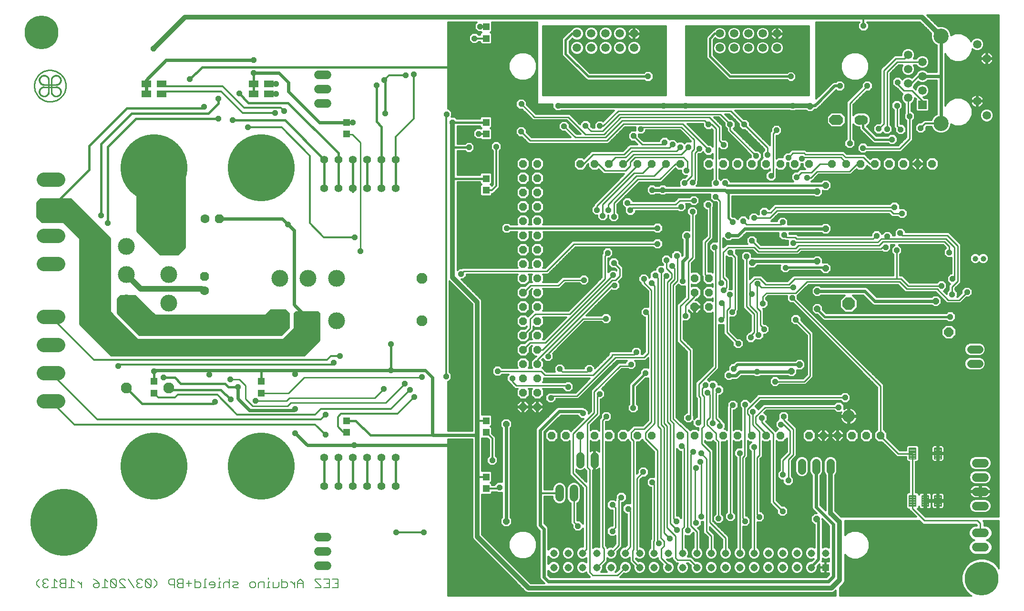
<source format=gbl>
G75*
G70*
%OFA0B0*%
%FSLAX24Y24*%
%IPPOS*%
%LPD*%
%AMOC8*
5,1,8,0,0,1.08239X$1,22.5*
%
%ADD10C,0.0070*%
%ADD11C,0.0594*%
%ADD12C,0.4685*%
%ADD13C,0.0515*%
%ADD14R,0.0515X0.0515*%
%ADD15R,0.0472X0.0472*%
%ADD16C,0.0560*%
%ADD17C,0.0594*%
%ADD18C,0.0397*%
%ADD19OC8,0.0650*%
%ADD20C,0.0700*%
%ADD21OC8,0.0700*%
%ADD22C,0.0100*%
%ADD23C,0.0010*%
%ADD24C,0.0083*%
%ADD25R,0.0594X0.0594*%
%ADD26C,0.1063*%
%ADD27OC8,0.0630*%
%ADD28C,0.0630*%
%ADD29C,0.0860*%
%ADD30OC8,0.0860*%
%ADD31OC8,0.0554*%
%ADD32OC8,0.0600*%
%ADD33C,0.0554*%
%ADD34R,0.0669X0.0453*%
%ADD35C,0.1000*%
%ADD36C,0.1181*%
%ADD37C,0.0768*%
%ADD38OC8,0.0396*%
%ADD39C,0.0120*%
%ADD40C,0.0160*%
%ADD41C,0.0320*%
%ADD42C,0.0240*%
%ADD43C,0.1200*%
%ADD44OC8,0.0436*%
%ADD45C,0.0200*%
%ADD46C,0.2362*%
%ADD47C,0.0400*%
D10*
X013637Y006868D02*
X013637Y007064D01*
X013834Y007261D01*
X014048Y007163D02*
X014048Y007064D01*
X014147Y006966D01*
X014048Y006868D01*
X014048Y006769D01*
X014147Y006671D01*
X014343Y006671D01*
X014442Y006769D01*
X014656Y006671D02*
X015050Y006671D01*
X014853Y006671D02*
X014853Y007261D01*
X015050Y007064D01*
X015264Y007064D02*
X015362Y006966D01*
X015657Y006966D01*
X015362Y006966D02*
X015264Y006868D01*
X015264Y006769D01*
X015362Y006671D01*
X015657Y006671D01*
X015657Y007261D01*
X015362Y007261D01*
X015264Y007163D01*
X015264Y007064D01*
X015871Y006671D02*
X016265Y006671D01*
X016068Y006671D02*
X016068Y007261D01*
X016265Y007064D01*
X016476Y007064D02*
X016575Y007064D01*
X016771Y006868D01*
X016771Y007064D02*
X016771Y006671D01*
X017593Y006769D02*
X017593Y006868D01*
X017692Y006966D01*
X017987Y006966D01*
X017987Y006769D01*
X017888Y006671D01*
X017692Y006671D01*
X017593Y006769D01*
X017790Y007163D02*
X017987Y006966D01*
X017790Y007163D02*
X017593Y007261D01*
X018398Y007261D02*
X018398Y006671D01*
X018595Y006671D02*
X018201Y006671D01*
X018595Y007064D02*
X018398Y007261D01*
X018809Y007163D02*
X019202Y006769D01*
X019104Y006671D01*
X018907Y006671D01*
X018809Y006769D01*
X018809Y007163D01*
X018907Y007261D01*
X019104Y007261D01*
X019202Y007163D01*
X019202Y006769D01*
X019416Y006671D02*
X019810Y006671D01*
X019416Y007064D01*
X019416Y007163D01*
X019515Y007261D01*
X019712Y007261D01*
X019810Y007163D01*
X020024Y007261D02*
X020418Y006671D01*
X020632Y006769D02*
X020730Y006671D01*
X020927Y006671D01*
X021025Y006769D01*
X021239Y006769D02*
X021338Y006671D01*
X021535Y006671D01*
X021633Y006769D01*
X021239Y007163D01*
X021239Y006769D01*
X021239Y007163D02*
X021338Y007261D01*
X021535Y007261D01*
X021633Y007163D01*
X021633Y006769D01*
X021841Y006671D02*
X022038Y006868D01*
X022038Y007064D01*
X021841Y007261D01*
X021025Y007163D02*
X020927Y007261D01*
X020730Y007261D01*
X020632Y007163D01*
X020632Y007064D01*
X020730Y006966D01*
X020632Y006868D01*
X020632Y006769D01*
X020730Y006966D02*
X020829Y006966D01*
X022860Y006966D02*
X022958Y006868D01*
X023254Y006868D01*
X023254Y006671D02*
X023254Y007261D01*
X022958Y007261D01*
X022860Y007163D01*
X022860Y006966D01*
X023468Y006868D02*
X023468Y006769D01*
X023566Y006671D01*
X023861Y006671D01*
X023861Y007261D01*
X023566Y007261D01*
X023468Y007163D01*
X023468Y007064D01*
X023566Y006966D01*
X023861Y006966D01*
X024076Y006966D02*
X024469Y006966D01*
X024683Y007064D02*
X024978Y007064D01*
X025077Y006966D01*
X025077Y006769D01*
X024978Y006671D01*
X024683Y006671D01*
X024683Y007261D01*
X024272Y007163D02*
X024272Y006769D01*
X023566Y006966D02*
X023468Y006868D01*
X025285Y006671D02*
X025482Y006671D01*
X025384Y006671D02*
X025384Y007261D01*
X025482Y007261D01*
X025696Y006966D02*
X025696Y006868D01*
X026090Y006868D01*
X026090Y006966D02*
X026090Y006769D01*
X025991Y006671D01*
X025795Y006671D01*
X025696Y006966D02*
X025795Y007064D01*
X025991Y007064D01*
X026090Y006966D01*
X026396Y007064D02*
X026396Y006671D01*
X026298Y006671D02*
X026495Y006671D01*
X026709Y006671D02*
X026709Y006966D01*
X026807Y007064D01*
X027004Y007064D01*
X027103Y006966D01*
X027317Y007064D02*
X027612Y007064D01*
X027710Y006966D01*
X027612Y006868D01*
X027415Y006868D01*
X027317Y006769D01*
X027415Y006671D01*
X027710Y006671D01*
X027103Y006671D02*
X027103Y007261D01*
X026495Y007064D02*
X026396Y007064D01*
X026396Y007261D02*
X026396Y007360D01*
X028532Y006966D02*
X028532Y006769D01*
X028631Y006671D01*
X028827Y006671D01*
X028926Y006769D01*
X028926Y006966D01*
X028827Y007064D01*
X028631Y007064D01*
X028532Y006966D01*
X029140Y006966D02*
X029140Y006671D01*
X029140Y006966D02*
X029238Y007064D01*
X029534Y007064D01*
X029534Y006671D01*
X029742Y006671D02*
X029939Y006671D01*
X029840Y006671D02*
X029840Y007064D01*
X029939Y007064D01*
X030153Y007064D02*
X030153Y006671D01*
X030448Y006671D01*
X030546Y006769D01*
X030546Y007064D01*
X030760Y007064D02*
X031056Y007064D01*
X031154Y006966D01*
X031154Y006769D01*
X031056Y006671D01*
X030760Y006671D01*
X030760Y007261D01*
X031365Y007064D02*
X031464Y007064D01*
X031661Y006868D01*
X031661Y007064D02*
X031661Y006671D01*
X031875Y006671D02*
X031875Y007064D01*
X032071Y007261D01*
X032268Y007064D01*
X032268Y006671D01*
X032268Y006966D02*
X031875Y006966D01*
X033090Y007163D02*
X033484Y006769D01*
X033484Y006671D01*
X033090Y006671D01*
X033090Y007163D02*
X033090Y007261D01*
X033484Y007261D01*
X033698Y007261D02*
X034091Y007261D01*
X034091Y006671D01*
X033698Y006671D01*
X033895Y006966D02*
X034091Y006966D01*
X034305Y006671D02*
X034699Y006671D01*
X034699Y007261D01*
X034305Y007261D01*
X034502Y006966D02*
X034699Y006966D01*
X029840Y007261D02*
X029840Y007360D01*
X014442Y007163D02*
X014343Y007261D01*
X014147Y007261D01*
X014048Y007163D01*
X014147Y006966D02*
X014245Y006966D01*
X013834Y006671D02*
X013637Y006868D01*
D11*
X033337Y008211D02*
X033931Y008211D01*
X033931Y009211D02*
X033337Y009211D01*
X033337Y010211D02*
X033931Y010211D01*
X050184Y012989D02*
X050184Y013583D01*
X051184Y013583D02*
X051184Y012989D01*
X079311Y013386D02*
X079905Y013386D01*
X079905Y014386D02*
X079311Y014386D01*
X079311Y015386D02*
X079905Y015386D01*
X079905Y012386D02*
X079311Y012386D01*
X079312Y010511D02*
X079906Y010511D01*
X079906Y009511D02*
X079312Y009511D01*
X033931Y040536D02*
X033337Y040536D01*
X033337Y041536D02*
X033931Y041536D01*
X033931Y042536D02*
X033337Y042536D01*
D12*
X029319Y036051D03*
X021819Y036051D03*
X021819Y015185D03*
X029319Y015185D03*
X015520Y011248D03*
D13*
X049784Y009086D03*
X050784Y009086D03*
X051784Y009086D03*
X052784Y009086D03*
X053784Y009086D03*
X054784Y009086D03*
X055784Y009086D03*
X056784Y009086D03*
X057784Y009086D03*
X058784Y009086D03*
X059784Y009086D03*
X060784Y009086D03*
X061784Y009086D03*
X062784Y009086D03*
X063784Y009086D03*
X064784Y009086D03*
X065784Y009086D03*
X066784Y009086D03*
X067784Y009086D03*
X068784Y009086D03*
X067784Y008086D03*
X066784Y008086D03*
X065784Y008086D03*
X064784Y008086D03*
X063784Y008086D03*
X062784Y008086D03*
X061784Y008086D03*
X060784Y008086D03*
X059784Y008086D03*
X058784Y008086D03*
X057784Y008086D03*
X056784Y008086D03*
X055784Y008086D03*
X054784Y008086D03*
X053784Y008086D03*
X052784Y008086D03*
X051784Y008086D03*
X050784Y008086D03*
X049784Y008086D03*
D14*
X068784Y008086D03*
D15*
X045048Y013590D03*
X045048Y014417D03*
X045048Y017527D03*
X045048Y018354D03*
X035303Y018354D03*
X035303Y017527D03*
X029319Y020283D03*
X029319Y021110D03*
X021819Y021110D03*
X021819Y020283D03*
X045048Y034456D03*
X045048Y035283D03*
X045048Y038393D03*
X045048Y039220D03*
X035303Y039220D03*
X035303Y038393D03*
X045048Y045086D03*
X045048Y045913D03*
D16*
X078954Y023336D02*
X079514Y023336D01*
X079514Y022336D02*
X078954Y022336D01*
X069134Y015416D02*
X069134Y014856D01*
X068134Y014856D02*
X068134Y015416D01*
X067134Y015416D02*
X067134Y014856D01*
X052634Y015306D02*
X052634Y015866D01*
X051634Y015866D02*
X051634Y015306D01*
D17*
X080059Y039696D03*
X079390Y040696D03*
X075559Y041436D03*
X074559Y041936D03*
X074559Y040936D03*
X075559Y042436D03*
X074559Y042936D03*
X075559Y043436D03*
X074559Y043936D03*
X079390Y044676D03*
X080059Y043676D03*
X065384Y044436D03*
X065384Y045436D03*
X064384Y045436D03*
X063384Y045436D03*
X062384Y045436D03*
X061384Y045436D03*
X061384Y044436D03*
X062384Y044436D03*
X063384Y044436D03*
X064384Y044436D03*
X055384Y044436D03*
X055384Y045436D03*
X054384Y045436D03*
X053384Y045436D03*
X052384Y045436D03*
X051384Y045436D03*
X051384Y044436D03*
X052384Y044436D03*
X053384Y044436D03*
X054384Y044436D03*
D18*
X079259Y029686D03*
X079810Y029686D03*
D19*
X077409Y024536D03*
D20*
X071409Y039386D03*
X071159Y039386D03*
D21*
X069659Y039386D03*
X069409Y039386D03*
D22*
X070484Y040536D02*
X071709Y041761D01*
X072859Y042836D02*
X073709Y043686D01*
X074309Y043686D01*
X074559Y043936D01*
X073784Y043436D02*
X073084Y042736D01*
X073084Y038736D01*
X072859Y039111D02*
X072509Y038761D01*
X072859Y039111D02*
X072859Y042836D01*
X073784Y043436D02*
X075559Y043436D01*
X073834Y042011D02*
X073834Y041861D01*
X074259Y041436D01*
X074834Y041436D01*
X075559Y040711D01*
X075559Y040436D01*
X074559Y040911D02*
X074559Y039736D01*
X074659Y039636D01*
X074659Y038061D01*
X073959Y037361D01*
X071459Y037361D01*
X071409Y037411D01*
X071434Y036761D02*
X070184Y036761D01*
X069959Y036986D01*
X067359Y036986D01*
X067284Y037061D01*
X066509Y037061D01*
X066184Y036736D01*
X067134Y036686D02*
X067209Y036761D01*
X069859Y036761D01*
X070234Y036386D01*
X070234Y036311D01*
X070459Y035786D02*
X068209Y035786D01*
X067759Y035336D01*
X067509Y035336D01*
X067809Y035711D02*
X067084Y035711D01*
X066759Y035386D01*
X067809Y035711D02*
X068409Y036311D01*
X069234Y036311D01*
X070459Y035786D02*
X070984Y036311D01*
X071234Y036311D01*
X071434Y036761D02*
X071883Y036312D01*
X072233Y036312D01*
X072234Y036311D01*
X070484Y037736D02*
X070484Y040536D01*
X067634Y041111D02*
X059009Y041111D01*
X059009Y045986D01*
X067634Y045986D01*
X067634Y041111D01*
X067634Y041196D02*
X059009Y041196D01*
X059009Y041294D02*
X067634Y041294D01*
X067634Y041393D02*
X059009Y041393D01*
X059009Y041491D02*
X067634Y041491D01*
X067634Y041590D02*
X059009Y041590D01*
X059009Y041688D02*
X067634Y041688D01*
X067634Y041787D02*
X059009Y041787D01*
X059009Y041885D02*
X067634Y041885D01*
X067634Y041984D02*
X059009Y041984D01*
X059009Y042082D02*
X067634Y042082D01*
X067634Y042181D02*
X066597Y042181D01*
X066503Y042088D02*
X066707Y042292D01*
X066707Y042580D01*
X066503Y042784D01*
X066215Y042784D01*
X066097Y042666D01*
X062179Y042666D01*
X060914Y043931D01*
X060914Y044991D01*
X061056Y045132D01*
X061131Y045057D01*
X061295Y044989D01*
X061473Y044989D01*
X061637Y045057D01*
X061763Y045183D01*
X061831Y045347D01*
X061831Y045525D01*
X061763Y045689D01*
X061637Y045815D01*
X061473Y045883D01*
X061295Y045883D01*
X061131Y045815D01*
X061005Y045689D01*
X060996Y045666D01*
X060939Y045666D01*
X060454Y045181D01*
X060454Y043741D01*
X060589Y043606D01*
X061989Y042206D01*
X066097Y042206D01*
X066215Y042088D01*
X066503Y042088D01*
X066695Y042279D02*
X067634Y042279D01*
X067634Y042378D02*
X066707Y042378D01*
X066707Y042476D02*
X067634Y042476D01*
X067634Y042575D02*
X066707Y042575D01*
X066614Y042673D02*
X067634Y042673D01*
X067634Y042772D02*
X066515Y042772D01*
X066203Y042772D02*
X062073Y042772D01*
X061975Y042870D02*
X067634Y042870D01*
X067634Y042969D02*
X061876Y042969D01*
X061778Y043067D02*
X067634Y043067D01*
X067634Y043166D02*
X061679Y043166D01*
X061581Y043264D02*
X067634Y043264D01*
X067634Y043363D02*
X061482Y043363D01*
X061384Y043461D02*
X067634Y043461D01*
X067634Y043560D02*
X061285Y043560D01*
X061187Y043658D02*
X067634Y043658D01*
X067634Y043757D02*
X061088Y043757D01*
X060990Y043855D02*
X067634Y043855D01*
X067634Y043954D02*
X060914Y043954D01*
X060914Y044052D02*
X061142Y044052D01*
X061131Y044057D02*
X061295Y043989D01*
X061473Y043989D01*
X061637Y044057D01*
X061763Y044183D01*
X061831Y044347D01*
X061831Y044525D01*
X061763Y044689D01*
X061637Y044815D01*
X061473Y044883D01*
X061295Y044883D01*
X061131Y044815D01*
X061005Y044689D01*
X060937Y044525D01*
X060937Y044347D01*
X061005Y044183D01*
X061131Y044057D01*
X061037Y044151D02*
X060914Y044151D01*
X060914Y044249D02*
X060978Y044249D01*
X060937Y044348D02*
X060914Y044348D01*
X060914Y044446D02*
X060937Y044446D01*
X060946Y044545D02*
X060914Y044545D01*
X060914Y044643D02*
X060986Y044643D01*
X060914Y044742D02*
X061058Y044742D01*
X061193Y044840D02*
X060914Y044840D01*
X060914Y044939D02*
X067634Y044939D01*
X067634Y045037D02*
X065586Y045037D01*
X065556Y045022D02*
X065618Y045054D01*
X065675Y045095D01*
X065725Y045145D01*
X065766Y045202D01*
X065798Y045264D01*
X065820Y045331D01*
X065829Y045387D01*
X065433Y045387D01*
X065433Y045484D01*
X065829Y045484D01*
X065820Y045540D01*
X065798Y045607D01*
X065766Y045670D01*
X065725Y045727D01*
X065675Y045777D01*
X065618Y045818D01*
X065556Y045850D01*
X065489Y045872D01*
X065433Y045881D01*
X065433Y045484D01*
X065336Y045484D01*
X065336Y045387D01*
X065433Y045387D01*
X065433Y044991D01*
X065489Y045000D01*
X065556Y045022D01*
X065433Y045037D02*
X065336Y045037D01*
X065336Y044991D02*
X065336Y045387D01*
X064939Y045387D01*
X064948Y045331D01*
X064970Y045264D01*
X065002Y045202D01*
X065043Y045145D01*
X065093Y045095D01*
X065150Y045054D01*
X065213Y045022D01*
X065279Y045000D01*
X065336Y044991D01*
X065295Y044883D02*
X065131Y044815D01*
X065005Y044689D01*
X064937Y044525D01*
X064937Y044347D01*
X065005Y044183D01*
X065131Y044057D01*
X065295Y043989D01*
X065473Y043989D01*
X065637Y044057D01*
X065763Y044183D01*
X065831Y044347D01*
X065831Y044525D01*
X065763Y044689D01*
X065637Y044815D01*
X065473Y044883D01*
X065295Y044883D01*
X065193Y044840D02*
X064575Y044840D01*
X064637Y044815D02*
X064473Y044883D01*
X064295Y044883D01*
X064131Y044815D01*
X064005Y044689D01*
X063937Y044525D01*
X063937Y044347D01*
X064005Y044183D01*
X064131Y044057D01*
X064295Y043989D01*
X064473Y043989D01*
X064637Y044057D01*
X064763Y044183D01*
X064831Y044347D01*
X064831Y044525D01*
X064763Y044689D01*
X064637Y044815D01*
X064710Y044742D02*
X065058Y044742D01*
X064986Y044643D02*
X064782Y044643D01*
X064823Y044545D02*
X064946Y044545D01*
X064937Y044446D02*
X064831Y044446D01*
X064831Y044348D02*
X064937Y044348D01*
X064978Y044249D02*
X064791Y044249D01*
X064731Y044151D02*
X065037Y044151D01*
X065142Y044052D02*
X064626Y044052D01*
X064142Y044052D02*
X063626Y044052D01*
X063637Y044057D02*
X063763Y044183D01*
X063831Y044347D01*
X063831Y044525D01*
X063763Y044689D01*
X063637Y044815D01*
X063473Y044883D01*
X063295Y044883D01*
X063131Y044815D01*
X063005Y044689D01*
X062937Y044525D01*
X062937Y044347D01*
X063005Y044183D01*
X063131Y044057D01*
X063295Y043989D01*
X063473Y043989D01*
X063637Y044057D01*
X063731Y044151D02*
X064037Y044151D01*
X063978Y044249D02*
X063791Y044249D01*
X063831Y044348D02*
X063937Y044348D01*
X063937Y044446D02*
X063831Y044446D01*
X063823Y044545D02*
X063946Y044545D01*
X063986Y044643D02*
X063782Y044643D01*
X063710Y044742D02*
X064058Y044742D01*
X064193Y044840D02*
X063575Y044840D01*
X063473Y044989D02*
X063637Y045057D01*
X063763Y045183D01*
X063831Y045347D01*
X063831Y045525D01*
X063763Y045689D01*
X063637Y045815D01*
X063473Y045883D01*
X063295Y045883D01*
X063131Y045815D01*
X063005Y045689D01*
X062937Y045525D01*
X062937Y045347D01*
X063005Y045183D01*
X063131Y045057D01*
X063295Y044989D01*
X063473Y044989D01*
X063590Y045037D02*
X064178Y045037D01*
X064131Y045057D02*
X064295Y044989D01*
X064473Y044989D01*
X064637Y045057D01*
X064763Y045183D01*
X064831Y045347D01*
X064831Y045525D01*
X064763Y045689D01*
X064637Y045815D01*
X064473Y045883D01*
X064295Y045883D01*
X064131Y045815D01*
X064005Y045689D01*
X063937Y045525D01*
X063937Y045347D01*
X064005Y045183D01*
X064131Y045057D01*
X064052Y045136D02*
X063716Y045136D01*
X063784Y045234D02*
X063984Y045234D01*
X063943Y045333D02*
X063825Y045333D01*
X063831Y045431D02*
X063937Y045431D01*
X063939Y045530D02*
X063829Y045530D01*
X063788Y045628D02*
X063980Y045628D01*
X064043Y045727D02*
X063725Y045727D01*
X063611Y045825D02*
X064157Y045825D01*
X064611Y045825D02*
X065164Y045825D01*
X065150Y045818D02*
X065093Y045777D01*
X065043Y045727D01*
X064725Y045727D01*
X064788Y045628D02*
X064981Y045628D01*
X064970Y045607D02*
X064948Y045540D01*
X064939Y045484D01*
X065336Y045484D01*
X065336Y045881D01*
X065279Y045872D01*
X065213Y045850D01*
X065150Y045818D01*
X065043Y045727D02*
X065002Y045670D01*
X064970Y045607D01*
X064947Y045530D02*
X064829Y045530D01*
X064831Y045431D02*
X065336Y045431D01*
X065433Y045431D02*
X067634Y045431D01*
X067634Y045333D02*
X065820Y045333D01*
X065783Y045234D02*
X067634Y045234D01*
X067634Y045136D02*
X065716Y045136D01*
X065433Y045136D02*
X065336Y045136D01*
X065336Y045234D02*
X065433Y045234D01*
X065433Y045333D02*
X065336Y045333D01*
X065336Y045530D02*
X065433Y045530D01*
X065433Y045628D02*
X065336Y045628D01*
X065336Y045727D02*
X065433Y045727D01*
X065433Y045825D02*
X065336Y045825D01*
X065604Y045825D02*
X067634Y045825D01*
X067634Y045727D02*
X065725Y045727D01*
X065787Y045628D02*
X067634Y045628D01*
X067634Y045530D02*
X065822Y045530D01*
X065182Y045037D02*
X064590Y045037D01*
X064716Y045136D02*
X065052Y045136D01*
X064985Y045234D02*
X064784Y045234D01*
X064825Y045333D02*
X064948Y045333D01*
X065575Y044840D02*
X067634Y044840D01*
X067634Y044742D02*
X065710Y044742D01*
X065782Y044643D02*
X067634Y044643D01*
X067634Y044545D02*
X065823Y044545D01*
X065831Y044446D02*
X067634Y044446D01*
X067634Y044348D02*
X065831Y044348D01*
X065791Y044249D02*
X067634Y044249D01*
X067634Y044151D02*
X065731Y044151D01*
X065626Y044052D02*
X067634Y044052D01*
X066104Y042673D02*
X062172Y042673D01*
X061817Y042378D02*
X059009Y042378D01*
X059009Y042476D02*
X061718Y042476D01*
X061620Y042575D02*
X059009Y042575D01*
X059009Y042673D02*
X061521Y042673D01*
X061423Y042772D02*
X059009Y042772D01*
X059009Y042870D02*
X061324Y042870D01*
X061226Y042969D02*
X059009Y042969D01*
X059009Y043067D02*
X061127Y043067D01*
X061029Y043166D02*
X059009Y043166D01*
X059009Y043264D02*
X060930Y043264D01*
X060832Y043363D02*
X059009Y043363D01*
X059009Y043461D02*
X060733Y043461D01*
X060635Y043560D02*
X059009Y043560D01*
X059009Y043658D02*
X060536Y043658D01*
X060454Y043757D02*
X059009Y043757D01*
X059009Y043855D02*
X060454Y043855D01*
X060454Y043954D02*
X059009Y043954D01*
X059009Y044052D02*
X060454Y044052D01*
X060454Y044151D02*
X059009Y044151D01*
X059009Y044249D02*
X060454Y044249D01*
X060454Y044348D02*
X059009Y044348D01*
X059009Y044446D02*
X060454Y044446D01*
X060454Y044545D02*
X059009Y044545D01*
X059009Y044643D02*
X060454Y044643D01*
X060454Y044742D02*
X059009Y044742D01*
X059009Y044840D02*
X060454Y044840D01*
X060454Y044939D02*
X059009Y044939D01*
X059009Y045037D02*
X060454Y045037D01*
X060454Y045136D02*
X059009Y045136D01*
X059009Y045234D02*
X060507Y045234D01*
X060606Y045333D02*
X059009Y045333D01*
X059009Y045431D02*
X060704Y045431D01*
X060803Y045530D02*
X059009Y045530D01*
X059009Y045628D02*
X060901Y045628D01*
X061043Y045727D02*
X059009Y045727D01*
X059009Y045825D02*
X061157Y045825D01*
X061611Y045825D02*
X062157Y045825D01*
X062131Y045815D02*
X062005Y045689D01*
X061937Y045525D01*
X061937Y045347D01*
X062005Y045183D01*
X062131Y045057D01*
X062295Y044989D01*
X062473Y044989D01*
X062637Y045057D01*
X062763Y045183D01*
X062831Y045347D01*
X062831Y045525D01*
X062763Y045689D01*
X062637Y045815D01*
X062473Y045883D01*
X062295Y045883D01*
X062131Y045815D01*
X062043Y045727D02*
X061725Y045727D01*
X061788Y045628D02*
X061980Y045628D01*
X061939Y045530D02*
X061829Y045530D01*
X061831Y045431D02*
X061937Y045431D01*
X061943Y045333D02*
X061825Y045333D01*
X061784Y045234D02*
X061984Y045234D01*
X062052Y045136D02*
X061716Y045136D01*
X061590Y045037D02*
X062178Y045037D01*
X062295Y044883D02*
X062131Y044815D01*
X062005Y044689D01*
X061937Y044525D01*
X061937Y044347D01*
X062005Y044183D01*
X062131Y044057D01*
X062295Y043989D01*
X062473Y043989D01*
X062637Y044057D01*
X062763Y044183D01*
X062831Y044347D01*
X062831Y044525D01*
X062763Y044689D01*
X062637Y044815D01*
X062473Y044883D01*
X062295Y044883D01*
X062193Y044840D02*
X061575Y044840D01*
X061710Y044742D02*
X062058Y044742D01*
X061986Y044643D02*
X061782Y044643D01*
X061823Y044545D02*
X061946Y044545D01*
X061937Y044446D02*
X061831Y044446D01*
X061831Y044348D02*
X061937Y044348D01*
X061978Y044249D02*
X061791Y044249D01*
X061731Y044151D02*
X062037Y044151D01*
X062142Y044052D02*
X061626Y044052D01*
X062626Y044052D02*
X063142Y044052D01*
X063037Y044151D02*
X062731Y044151D01*
X062791Y044249D02*
X062978Y044249D01*
X062937Y044348D02*
X062831Y044348D01*
X062831Y044446D02*
X062937Y044446D01*
X062946Y044545D02*
X062823Y044545D01*
X062782Y044643D02*
X062986Y044643D01*
X063058Y044742D02*
X062710Y044742D01*
X062575Y044840D02*
X063193Y044840D01*
X063178Y045037D02*
X062590Y045037D01*
X062716Y045136D02*
X063052Y045136D01*
X062984Y045234D02*
X062784Y045234D01*
X062825Y045333D02*
X062943Y045333D01*
X062937Y045431D02*
X062831Y045431D01*
X062829Y045530D02*
X062939Y045530D01*
X062980Y045628D02*
X062788Y045628D01*
X062725Y045727D02*
X063043Y045727D01*
X063157Y045825D02*
X062611Y045825D01*
X061178Y045037D02*
X060961Y045037D01*
X059009Y045924D02*
X067634Y045924D01*
X066122Y042181D02*
X059009Y042181D01*
X059009Y042279D02*
X061915Y042279D01*
X062159Y040011D02*
X054284Y040011D01*
X053234Y038961D01*
X053009Y038961D01*
X053184Y038611D02*
X054359Y039786D01*
X061434Y039786D01*
X062109Y039111D01*
X062109Y039061D01*
X062109Y038686D01*
X063934Y036861D01*
X064734Y036936D02*
X064734Y037436D01*
X063109Y039061D01*
X062159Y040011D01*
X061359Y038861D02*
X061359Y037936D01*
X061659Y037636D01*
X060609Y037311D02*
X060609Y037261D01*
X060609Y037311D02*
X058809Y039111D01*
X054659Y039111D01*
X053484Y037936D01*
X048134Y037936D01*
X047509Y038561D01*
X048419Y039586D02*
X047514Y040491D01*
X049009Y041111D02*
X049009Y045986D01*
X057634Y045986D01*
X057634Y041111D01*
X049009Y041111D01*
X049009Y041196D02*
X057634Y041196D01*
X057634Y041294D02*
X049009Y041294D01*
X049009Y041393D02*
X057634Y041393D01*
X057634Y041491D02*
X049009Y041491D01*
X049009Y041590D02*
X057634Y041590D01*
X057634Y041688D02*
X049009Y041688D01*
X049009Y041787D02*
X057634Y041787D01*
X057634Y041885D02*
X049009Y041885D01*
X049009Y041984D02*
X057634Y041984D01*
X057634Y042082D02*
X056526Y042082D01*
X056512Y042068D02*
X056727Y042283D01*
X056727Y042588D01*
X056512Y042804D01*
X056207Y042804D01*
X056089Y042686D01*
X052288Y042686D01*
X050859Y044114D01*
X050859Y044882D01*
X051068Y045091D01*
X051120Y045040D01*
X051291Y044969D01*
X051477Y044969D01*
X051649Y045040D01*
X051780Y045171D01*
X051851Y045343D01*
X051851Y045529D01*
X051780Y045700D01*
X051649Y045832D01*
X051477Y045903D01*
X051291Y045903D01*
X051120Y045832D01*
X050988Y045700D01*
X050977Y045672D01*
X050918Y045648D01*
X050847Y045577D01*
X050397Y045127D01*
X050359Y045036D01*
X050359Y043961D01*
X050397Y043869D01*
X050468Y043799D01*
X051972Y042294D01*
X052043Y042224D01*
X052134Y042186D01*
X056089Y042186D01*
X056207Y042068D01*
X056512Y042068D01*
X056625Y042181D02*
X057634Y042181D01*
X057634Y042279D02*
X056723Y042279D01*
X056727Y042378D02*
X057634Y042378D01*
X057634Y042476D02*
X056727Y042476D01*
X056727Y042575D02*
X057634Y042575D01*
X057634Y042673D02*
X056642Y042673D01*
X056544Y042772D02*
X057634Y042772D01*
X057634Y042870D02*
X052103Y042870D01*
X052202Y042772D02*
X056175Y042772D01*
X056093Y042181D02*
X049009Y042181D01*
X049009Y042279D02*
X051987Y042279D01*
X051972Y042294D02*
X051972Y042294D01*
X051888Y042378D02*
X049009Y042378D01*
X049009Y042476D02*
X051790Y042476D01*
X051691Y042575D02*
X049009Y042575D01*
X049009Y042673D02*
X051593Y042673D01*
X051494Y042772D02*
X049009Y042772D01*
X049009Y042870D02*
X051396Y042870D01*
X051297Y042969D02*
X049009Y042969D01*
X049009Y043067D02*
X051199Y043067D01*
X051100Y043166D02*
X049009Y043166D01*
X049009Y043264D02*
X051002Y043264D01*
X050903Y043363D02*
X049009Y043363D01*
X049009Y043461D02*
X050805Y043461D01*
X050706Y043560D02*
X049009Y043560D01*
X049009Y043658D02*
X050608Y043658D01*
X050509Y043757D02*
X049009Y043757D01*
X049009Y043855D02*
X050411Y043855D01*
X050468Y043799D02*
X050468Y043799D01*
X050362Y043954D02*
X049009Y043954D01*
X049009Y044052D02*
X050359Y044052D01*
X050359Y044151D02*
X049009Y044151D01*
X049009Y044249D02*
X050359Y044249D01*
X050359Y044348D02*
X049009Y044348D01*
X049009Y044446D02*
X050359Y044446D01*
X050359Y044545D02*
X049009Y044545D01*
X049009Y044643D02*
X050359Y044643D01*
X050359Y044742D02*
X049009Y044742D01*
X049009Y044840D02*
X050359Y044840D01*
X050359Y044939D02*
X049009Y044939D01*
X049009Y045037D02*
X050360Y045037D01*
X050406Y045136D02*
X049009Y045136D01*
X049009Y045234D02*
X050504Y045234D01*
X050603Y045333D02*
X049009Y045333D01*
X049009Y045431D02*
X050701Y045431D01*
X050800Y045530D02*
X049009Y045530D01*
X049009Y045628D02*
X050898Y045628D01*
X050847Y045577D02*
X050847Y045577D01*
X051015Y045727D02*
X049009Y045727D01*
X049009Y045825D02*
X051113Y045825D01*
X051655Y045825D02*
X052113Y045825D01*
X052120Y045832D02*
X051988Y045700D01*
X051917Y045529D01*
X051917Y045343D01*
X051988Y045171D01*
X052120Y045040D01*
X052291Y044969D01*
X052477Y044969D01*
X052649Y045040D01*
X052780Y045171D01*
X052851Y045343D01*
X052851Y045529D01*
X052780Y045700D01*
X052649Y045832D01*
X052477Y045903D01*
X052291Y045903D01*
X052120Y045832D01*
X052015Y045727D02*
X051753Y045727D01*
X051810Y045628D02*
X051959Y045628D01*
X051918Y045530D02*
X051850Y045530D01*
X051851Y045431D02*
X051917Y045431D01*
X051921Y045333D02*
X051847Y045333D01*
X051806Y045234D02*
X051962Y045234D01*
X052024Y045136D02*
X051744Y045136D01*
X051642Y045037D02*
X052126Y045037D01*
X052141Y044840D02*
X051627Y044840D01*
X051649Y044832D02*
X051477Y044903D01*
X051291Y044903D01*
X051120Y044832D01*
X050988Y044700D01*
X050917Y044529D01*
X050917Y044343D01*
X050988Y044171D01*
X051120Y044040D01*
X051291Y043969D01*
X051477Y043969D01*
X051649Y044040D01*
X051780Y044171D01*
X051851Y044343D01*
X051851Y044529D01*
X051780Y044700D01*
X051649Y044832D01*
X051738Y044742D02*
X052030Y044742D01*
X051988Y044700D02*
X051917Y044529D01*
X051917Y044343D01*
X051988Y044171D01*
X052120Y044040D01*
X052291Y043969D01*
X052477Y043969D01*
X052649Y044040D01*
X052780Y044171D01*
X052851Y044343D01*
X052851Y044529D01*
X052780Y044700D01*
X052649Y044832D01*
X052477Y044903D01*
X052291Y044903D01*
X052120Y044832D01*
X051988Y044700D01*
X051965Y044643D02*
X051803Y044643D01*
X051844Y044545D02*
X051924Y044545D01*
X051917Y044446D02*
X051851Y044446D01*
X051851Y044348D02*
X051917Y044348D01*
X051956Y044249D02*
X051812Y044249D01*
X051759Y044151D02*
X052009Y044151D01*
X052107Y044052D02*
X051661Y044052D01*
X051315Y043658D02*
X057634Y043658D01*
X057634Y043560D02*
X051414Y043560D01*
X051512Y043461D02*
X057634Y043461D01*
X057634Y043363D02*
X051611Y043363D01*
X051709Y043264D02*
X057634Y043264D01*
X057634Y043166D02*
X051808Y043166D01*
X051906Y043067D02*
X057634Y043067D01*
X057634Y042969D02*
X052005Y042969D01*
X051217Y043757D02*
X057634Y043757D01*
X057634Y043855D02*
X051118Y043855D01*
X051020Y043954D02*
X057634Y043954D01*
X057634Y044052D02*
X055661Y044052D01*
X055649Y044040D02*
X055780Y044171D01*
X055851Y044343D01*
X055851Y044529D01*
X055780Y044700D01*
X055649Y044832D01*
X055477Y044903D01*
X055291Y044903D01*
X055120Y044832D01*
X054988Y044700D01*
X054917Y044529D01*
X054917Y044343D01*
X054988Y044171D01*
X055120Y044040D01*
X055291Y043969D01*
X055477Y043969D01*
X055649Y044040D01*
X055759Y044151D02*
X057634Y044151D01*
X057634Y044249D02*
X055812Y044249D01*
X055851Y044348D02*
X057634Y044348D01*
X057634Y044446D02*
X055851Y044446D01*
X055844Y044545D02*
X057634Y044545D01*
X057634Y044643D02*
X055803Y044643D01*
X055738Y044742D02*
X057634Y044742D01*
X057634Y044840D02*
X055627Y044840D01*
X055556Y045022D02*
X055618Y045054D01*
X055675Y045095D01*
X055725Y045145D01*
X055766Y045202D01*
X055798Y045264D01*
X055820Y045331D01*
X055829Y045387D01*
X055433Y045387D01*
X055433Y045484D01*
X055829Y045484D01*
X055820Y045540D01*
X055798Y045607D01*
X055766Y045670D01*
X055725Y045727D01*
X055675Y045777D01*
X055618Y045818D01*
X055556Y045850D01*
X055489Y045872D01*
X055433Y045881D01*
X055433Y045484D01*
X055336Y045484D01*
X055336Y045387D01*
X055433Y045387D01*
X055433Y044991D01*
X055489Y045000D01*
X055556Y045022D01*
X055586Y045037D02*
X057634Y045037D01*
X057634Y044939D02*
X050916Y044939D01*
X050859Y044840D02*
X051141Y044840D01*
X051030Y044742D02*
X050859Y044742D01*
X050859Y044643D02*
X050965Y044643D01*
X050924Y044545D02*
X050859Y044545D01*
X050859Y044446D02*
X050917Y044446D01*
X050917Y044348D02*
X050859Y044348D01*
X050859Y044249D02*
X050956Y044249D01*
X051009Y044151D02*
X050859Y044151D01*
X050921Y044052D02*
X051107Y044052D01*
X052627Y044840D02*
X053141Y044840D01*
X053120Y044832D02*
X052988Y044700D01*
X052917Y044529D01*
X052917Y044343D01*
X052988Y044171D01*
X053120Y044040D01*
X053291Y043969D01*
X053477Y043969D01*
X053649Y044040D01*
X053780Y044171D01*
X053851Y044343D01*
X053851Y044529D01*
X053780Y044700D01*
X053649Y044832D01*
X053477Y044903D01*
X053291Y044903D01*
X053120Y044832D01*
X053030Y044742D02*
X052738Y044742D01*
X052803Y044643D02*
X052965Y044643D01*
X052924Y044545D02*
X052844Y044545D01*
X052851Y044446D02*
X052917Y044446D01*
X052917Y044348D02*
X052851Y044348D01*
X052812Y044249D02*
X052956Y044249D01*
X053009Y044151D02*
X052759Y044151D01*
X052661Y044052D02*
X053107Y044052D01*
X053661Y044052D02*
X054107Y044052D01*
X054120Y044040D02*
X054291Y043969D01*
X054477Y043969D01*
X054649Y044040D01*
X054780Y044171D01*
X054851Y044343D01*
X054851Y044529D01*
X054780Y044700D01*
X054649Y044832D01*
X054477Y044903D01*
X054291Y044903D01*
X054120Y044832D01*
X053988Y044700D01*
X053917Y044529D01*
X053917Y044343D01*
X053988Y044171D01*
X054120Y044040D01*
X054009Y044151D02*
X053759Y044151D01*
X053812Y044249D02*
X053956Y044249D01*
X053917Y044348D02*
X053851Y044348D01*
X053851Y044446D02*
X053917Y044446D01*
X053924Y044545D02*
X053844Y044545D01*
X053803Y044643D02*
X053965Y044643D01*
X054030Y044742D02*
X053738Y044742D01*
X053627Y044840D02*
X054141Y044840D01*
X054126Y045037D02*
X053642Y045037D01*
X053649Y045040D02*
X053780Y045171D01*
X053851Y045343D01*
X053851Y045529D01*
X053780Y045700D01*
X053649Y045832D01*
X053477Y045903D01*
X053291Y045903D01*
X053120Y045832D01*
X052988Y045700D01*
X052917Y045529D01*
X052917Y045343D01*
X052988Y045171D01*
X053120Y045040D01*
X053291Y044969D01*
X053477Y044969D01*
X053649Y045040D01*
X053744Y045136D02*
X054024Y045136D01*
X053988Y045171D02*
X054120Y045040D01*
X054291Y044969D01*
X054477Y044969D01*
X054649Y045040D01*
X054780Y045171D01*
X054851Y045343D01*
X054851Y045529D01*
X054780Y045700D01*
X054649Y045832D01*
X054477Y045903D01*
X054291Y045903D01*
X054120Y045832D01*
X053988Y045700D01*
X053917Y045529D01*
X053917Y045343D01*
X053988Y045171D01*
X053962Y045234D02*
X053806Y045234D01*
X053847Y045333D02*
X053921Y045333D01*
X053917Y045431D02*
X053851Y045431D01*
X053850Y045530D02*
X053918Y045530D01*
X053959Y045628D02*
X053810Y045628D01*
X053753Y045727D02*
X054015Y045727D01*
X054113Y045825D02*
X053655Y045825D01*
X053113Y045825D02*
X052655Y045825D01*
X052753Y045727D02*
X053015Y045727D01*
X052959Y045628D02*
X052810Y045628D01*
X052850Y045530D02*
X052918Y045530D01*
X052917Y045431D02*
X052851Y045431D01*
X052847Y045333D02*
X052921Y045333D01*
X052962Y045234D02*
X052806Y045234D01*
X052744Y045136D02*
X053024Y045136D01*
X053126Y045037D02*
X052642Y045037D01*
X051126Y045037D02*
X051014Y045037D01*
X049009Y045924D02*
X057634Y045924D01*
X057634Y045825D02*
X055604Y045825D01*
X055725Y045727D02*
X057634Y045727D01*
X057634Y045628D02*
X055787Y045628D01*
X055822Y045530D02*
X057634Y045530D01*
X057634Y045431D02*
X055433Y045431D01*
X055336Y045431D02*
X054851Y045431D01*
X054847Y045333D02*
X054948Y045333D01*
X054948Y045331D02*
X054970Y045264D01*
X055002Y045202D01*
X055043Y045145D01*
X055093Y045095D01*
X055150Y045054D01*
X055213Y045022D01*
X055279Y045000D01*
X055336Y044991D01*
X055336Y045387D01*
X054939Y045387D01*
X054948Y045331D01*
X054985Y045234D02*
X054806Y045234D01*
X054744Y045136D02*
X055052Y045136D01*
X055182Y045037D02*
X054642Y045037D01*
X054627Y044840D02*
X055141Y044840D01*
X055030Y044742D02*
X054738Y044742D01*
X054803Y044643D02*
X054965Y044643D01*
X054924Y044545D02*
X054844Y044545D01*
X054851Y044446D02*
X054917Y044446D01*
X054917Y044348D02*
X054851Y044348D01*
X054812Y044249D02*
X054956Y044249D01*
X055009Y044151D02*
X054759Y044151D01*
X054661Y044052D02*
X055107Y044052D01*
X055336Y045037D02*
X055433Y045037D01*
X055433Y045136D02*
X055336Y045136D01*
X055336Y045234D02*
X055433Y045234D01*
X055433Y045333D02*
X055336Y045333D01*
X055336Y045484D02*
X054939Y045484D01*
X054948Y045540D01*
X054970Y045607D01*
X055002Y045670D01*
X055043Y045727D01*
X054753Y045727D01*
X054810Y045628D02*
X054981Y045628D01*
X054947Y045530D02*
X054850Y045530D01*
X055043Y045727D02*
X055093Y045777D01*
X055150Y045818D01*
X055213Y045850D01*
X055279Y045872D01*
X055336Y045881D01*
X055336Y045484D01*
X055336Y045530D02*
X055433Y045530D01*
X055433Y045628D02*
X055336Y045628D01*
X055336Y045727D02*
X055433Y045727D01*
X055433Y045825D02*
X055336Y045825D01*
X055164Y045825D02*
X054655Y045825D01*
X055820Y045333D02*
X057634Y045333D01*
X057634Y045234D02*
X055783Y045234D01*
X055716Y045136D02*
X057634Y045136D01*
X056192Y042082D02*
X049009Y042082D01*
X048419Y039586D02*
X050784Y039586D01*
X051984Y038386D01*
X053284Y038386D01*
X054459Y039561D01*
X060659Y039561D01*
X061359Y038861D01*
X061134Y038761D02*
X060834Y039061D01*
X060609Y039061D01*
X060334Y039336D01*
X054559Y039336D01*
X053384Y038161D01*
X051284Y038161D01*
X050509Y038936D01*
X052009Y038986D02*
X052384Y038611D01*
X053184Y038611D01*
X055359Y038261D02*
X055959Y037661D01*
X057384Y037661D01*
X057534Y037811D01*
X057859Y037436D02*
X058084Y037661D01*
X057859Y037436D02*
X055159Y037436D01*
X054709Y036986D01*
X052534Y036986D01*
X051859Y036311D01*
X051634Y036311D01*
X052634Y036311D02*
X052884Y036311D01*
X053359Y035836D01*
X054809Y035836D01*
X055134Y036161D01*
X055134Y036436D01*
X055459Y036761D01*
X058859Y036761D01*
X059134Y036486D01*
X059134Y035911D01*
X059059Y035836D01*
X059434Y035486D02*
X059434Y037186D01*
X059584Y037336D01*
X059584Y038011D01*
X058709Y038886D01*
X056009Y038886D01*
X055859Y038736D01*
X055859Y038836D01*
X055884Y038861D01*
X055259Y037211D02*
X058359Y037211D01*
X058634Y037486D01*
X058709Y036986D02*
X059209Y037486D01*
X059659Y037086D02*
X059959Y037386D01*
X059659Y037086D02*
X059659Y035186D01*
X059484Y035011D01*
X059434Y035486D02*
X058934Y034986D01*
X058934Y034961D01*
X058584Y033736D02*
X058309Y033461D01*
X055059Y033461D01*
X054934Y033586D01*
X055309Y033236D02*
X055134Y033061D01*
X055309Y033236D02*
X058609Y033236D01*
X058684Y033311D01*
X058584Y033736D02*
X059584Y033736D01*
X059484Y032961D02*
X059484Y029761D01*
X059184Y029461D01*
X059184Y026911D01*
X058634Y026361D01*
X058634Y023961D01*
X059334Y023261D01*
X059334Y018661D01*
X059209Y018536D01*
X059884Y018211D02*
X060034Y018361D01*
X060034Y019986D01*
X059934Y020086D01*
X059934Y020911D01*
X061109Y022086D01*
X061109Y030411D01*
X061034Y030486D01*
X061634Y030136D02*
X061634Y028361D01*
X061859Y028136D01*
X061859Y027661D01*
X061659Y027461D01*
X062084Y027161D02*
X062084Y026286D01*
X061884Y026086D01*
X061884Y024536D01*
X062684Y023736D01*
X063559Y024161D02*
X063559Y024311D01*
X063784Y024536D01*
X063784Y025811D01*
X063259Y026336D01*
X063259Y029836D01*
X062459Y029786D02*
X062134Y030111D01*
X061984Y030486D02*
X061634Y030136D01*
X061984Y030486D02*
X063784Y030486D01*
X064084Y030186D01*
X066784Y030186D01*
X066984Y030386D01*
X072659Y030386D01*
X072759Y030486D01*
X072984Y030486D01*
X072784Y030861D02*
X072534Y030611D01*
X066884Y030611D01*
X066684Y030411D01*
X064159Y030411D01*
X063634Y030936D01*
X063259Y032086D02*
X063034Y032311D01*
X063259Y032086D02*
X065659Y032086D01*
X065784Y032211D01*
X065784Y032236D01*
X065384Y033036D02*
X064884Y032536D01*
X063784Y032536D01*
X064509Y032911D02*
X064959Y032911D01*
X065309Y033261D01*
X073584Y033261D01*
X073609Y033286D01*
X073334Y033036D02*
X073534Y032836D01*
X074134Y032836D01*
X073334Y033036D02*
X065384Y033036D01*
X065884Y031336D02*
X066059Y031161D01*
X066659Y031161D01*
X066759Y031061D01*
X072109Y031061D01*
X072334Y031286D01*
X072359Y031286D01*
X072684Y031086D02*
X072434Y030836D01*
X066684Y030836D01*
X066534Y030786D01*
X066634Y028286D02*
X066234Y027886D01*
X064609Y027886D01*
X064209Y028286D01*
X063859Y028286D01*
X063509Y027936D01*
X063509Y027211D01*
X063634Y027211D01*
X063509Y027211D02*
X063509Y026411D01*
X064009Y025911D01*
X064009Y024411D01*
X064084Y024336D01*
X064109Y024336D01*
X064484Y024736D02*
X064484Y024786D01*
X064234Y025036D01*
X064234Y026011D01*
X064009Y026236D01*
X064009Y027911D01*
X064034Y027936D01*
X064309Y027661D01*
X066534Y027661D01*
X066709Y027286D02*
X067434Y028011D01*
X067459Y028036D01*
X067484Y028061D01*
X073959Y028061D01*
X074459Y027561D01*
X076584Y027561D01*
X077359Y026786D01*
X078134Y026786D01*
X078684Y027336D01*
X078034Y028111D02*
X077634Y027711D01*
X077634Y027186D01*
X076884Y027786D02*
X074559Y027786D01*
X074059Y028286D01*
X073759Y028286D01*
X066634Y028286D01*
X066709Y027286D02*
X064659Y027286D01*
X064409Y027036D01*
X064409Y026536D01*
X062459Y026136D02*
X062459Y029786D01*
X060709Y031186D02*
X060359Y030836D01*
X060359Y028586D01*
X060634Y028311D01*
X061409Y028061D02*
X061484Y027986D01*
X061409Y028061D02*
X061409Y033711D01*
X061109Y034011D01*
X060584Y033436D02*
X060709Y033311D01*
X060709Y031186D01*
X058434Y029836D02*
X058384Y029886D01*
X058434Y029836D02*
X058434Y028136D01*
X058134Y027836D01*
X058134Y018486D01*
X059134Y017536D01*
X059134Y010686D01*
X059159Y010661D01*
X058909Y010936D02*
X058759Y010786D01*
X058759Y009118D01*
X058784Y009086D01*
X058434Y008611D02*
X059284Y008611D01*
X059784Y008111D01*
X059784Y008086D01*
X059784Y009086D02*
X059784Y010586D01*
X059359Y011011D01*
X059359Y016011D01*
X059534Y016186D01*
X060084Y016061D02*
X060459Y015686D01*
X060459Y010611D01*
X060784Y010286D01*
X060784Y009086D01*
X061784Y009086D02*
X061784Y010136D01*
X060684Y011236D01*
X060684Y016186D01*
X060134Y016736D01*
X060134Y017836D01*
X060284Y017986D01*
X060284Y020036D01*
X060159Y020161D01*
X060159Y020611D01*
X060384Y020836D01*
X060909Y020811D02*
X060909Y018186D01*
X061134Y018511D02*
X061409Y018236D01*
X061409Y017986D01*
X061134Y018511D02*
X061134Y020311D01*
X061309Y020486D01*
X060684Y020161D02*
X060534Y020311D01*
X060684Y020161D02*
X060684Y018561D01*
X060509Y018386D01*
X060509Y018086D01*
X061134Y017461D01*
X061134Y017061D01*
X061309Y016886D01*
X061309Y011511D01*
X062134Y011636D02*
X062134Y019261D01*
X062309Y019436D01*
X063134Y019461D02*
X063159Y019486D01*
X063134Y019461D02*
X063134Y015911D01*
X063009Y015786D01*
X063009Y011536D01*
X063159Y011386D01*
X063159Y011318D01*
X064009Y011768D02*
X064159Y011618D01*
X064009Y011768D02*
X064009Y015786D01*
X064159Y015936D01*
X064159Y017586D01*
X063684Y018061D01*
X063684Y018961D01*
X063709Y018986D01*
X063459Y018711D02*
X063459Y017486D01*
X063634Y017311D01*
X063909Y018161D02*
X063909Y018636D01*
X064559Y019286D01*
X069709Y019286D01*
X070159Y019961D02*
X064159Y019961D01*
X063334Y019136D01*
X063334Y018836D01*
X063459Y018711D01*
X063909Y018161D02*
X064634Y017436D01*
X064634Y017311D01*
X065134Y017436D02*
X065134Y012661D01*
X065784Y012011D01*
X066184Y014161D02*
X066184Y015636D01*
X066534Y015986D01*
X066534Y017736D01*
X065859Y018411D01*
X065859Y018636D01*
X065859Y018086D02*
X066309Y017636D01*
X066309Y016086D01*
X065809Y015586D01*
X065809Y014561D01*
X063784Y016511D02*
X063784Y009086D01*
X062784Y009086D02*
X062784Y016086D01*
X060109Y015411D02*
X060109Y011661D01*
X060084Y011636D01*
X059659Y011286D02*
X059659Y014961D01*
X059734Y015036D01*
X060109Y015411D02*
X060034Y015486D01*
X058909Y016411D02*
X058909Y010936D01*
X058384Y010711D02*
X057934Y011161D01*
X057934Y018086D01*
X057734Y018286D01*
X057734Y028036D01*
X058034Y028336D01*
X058034Y028636D01*
X057659Y029011D01*
X057659Y029586D01*
X058059Y029161D02*
X058234Y028986D01*
X058234Y028236D01*
X057934Y027936D01*
X057934Y018386D01*
X058159Y018186D01*
X058159Y011511D01*
X058359Y011311D01*
X057709Y010861D02*
X057709Y017986D01*
X057509Y018186D01*
X057509Y028336D01*
X057659Y028486D01*
X057284Y028861D02*
X057284Y018086D01*
X057484Y017886D01*
X057484Y010511D01*
X057884Y010111D01*
X057509Y009911D02*
X057259Y010161D01*
X057259Y017786D01*
X057059Y017986D01*
X057059Y028336D01*
X056884Y028511D01*
X056634Y027986D02*
X056834Y027786D01*
X056834Y018161D01*
X056184Y017511D01*
X056184Y017111D01*
X057034Y016261D01*
X057034Y009861D01*
X057134Y009761D01*
X056809Y009961D02*
X056809Y013886D01*
X056659Y014036D01*
X056034Y014761D02*
X055584Y014311D01*
X055584Y009293D01*
X055784Y009086D01*
X055359Y009336D02*
X055309Y009286D01*
X055309Y008568D01*
X055784Y008086D01*
X054784Y008086D02*
X054227Y007536D01*
X052509Y007536D01*
X052284Y007761D01*
X052284Y014936D01*
X052134Y015086D01*
X052134Y018136D01*
X052834Y018836D01*
X052834Y020061D01*
X052984Y020211D01*
X052609Y020361D02*
X054434Y022186D01*
X055084Y022186D01*
X055184Y022286D01*
X055409Y022986D02*
X053859Y022986D01*
X053859Y022861D01*
X052534Y021536D01*
X049159Y021536D01*
X048884Y021811D01*
X045859Y021811D01*
X046884Y021311D02*
X046884Y021086D01*
X047159Y020811D01*
X050684Y020811D01*
X050784Y020711D01*
X051409Y020086D02*
X049734Y020086D01*
X049584Y019936D01*
X051409Y020086D02*
X054084Y022761D01*
X056084Y022761D01*
X056384Y023061D01*
X056384Y025761D01*
X056234Y025936D01*
X056609Y027486D02*
X056084Y028011D01*
X056084Y028261D01*
X054384Y028461D02*
X054084Y028161D01*
X053859Y028161D01*
X049009Y023311D01*
X048634Y023311D01*
X048634Y022611D02*
X048634Y022311D01*
X048634Y022611D02*
X053834Y027811D01*
X054034Y027811D01*
X053934Y028536D02*
X049209Y023811D01*
X048134Y023811D01*
X047635Y023312D01*
X047635Y024312D02*
X048134Y024811D01*
X048134Y025461D01*
X048484Y025811D01*
X050909Y025811D01*
X053359Y028261D01*
X053359Y029886D01*
X053559Y030086D01*
X053984Y029386D02*
X054384Y028986D01*
X054384Y028461D01*
X056609Y027486D02*
X056609Y018261D01*
X056109Y017761D01*
X055434Y017761D01*
X055184Y017511D01*
X055184Y017111D01*
X055359Y016936D01*
X055359Y009336D01*
X055134Y009536D02*
X055134Y012036D01*
X054984Y012186D01*
X054109Y012236D02*
X053884Y012461D01*
X054109Y012236D02*
X054109Y010911D01*
X053884Y010686D01*
X053884Y010611D01*
X054334Y009643D02*
X054334Y012811D01*
X054509Y012986D01*
X052059Y013736D02*
X052059Y009368D01*
X051784Y009086D01*
X052784Y008086D02*
X053284Y008593D01*
X053284Y009411D01*
X053184Y009511D01*
X053184Y018361D01*
X053459Y018636D01*
X052609Y018911D02*
X051134Y017436D01*
X051134Y014661D01*
X052059Y013736D01*
X051184Y013286D02*
X051184Y011261D01*
X051459Y010986D01*
X053784Y009086D02*
X054334Y009643D01*
X054784Y009186D02*
X055134Y009536D01*
X054784Y009186D02*
X054784Y009086D01*
X056759Y009136D02*
X056759Y009911D01*
X056809Y009961D01*
X057509Y009911D02*
X057509Y009611D01*
X057284Y009386D01*
X057284Y008736D01*
X057784Y008236D01*
X057784Y008086D01*
X058434Y008611D02*
X058284Y008761D01*
X058284Y010286D01*
X057709Y010861D01*
X059659Y011286D02*
X059734Y011211D01*
X056784Y009111D02*
X056759Y009136D01*
X056784Y009111D02*
X056784Y009086D01*
X069759Y006688D02*
X069759Y006106D01*
X078998Y006106D01*
X078839Y006197D01*
X078580Y006456D01*
X078397Y006774D01*
X078302Y007127D01*
X078302Y007494D01*
X078397Y007848D01*
X078580Y008165D01*
X078839Y008424D01*
X079156Y008607D01*
X079510Y008702D01*
X079876Y008702D01*
X080230Y008607D01*
X080547Y008424D01*
X080806Y008165D01*
X080898Y008006D01*
X080898Y011361D01*
X079777Y011361D01*
X079830Y011308D01*
X079869Y011213D01*
X079869Y011018D01*
X080007Y011018D01*
X080193Y010941D01*
X080336Y010798D01*
X080413Y010612D01*
X080413Y010410D01*
X080336Y010224D01*
X080193Y010081D01*
X080023Y010011D01*
X080193Y009941D01*
X080336Y009798D01*
X080413Y009612D01*
X080413Y009410D01*
X080336Y009224D01*
X080193Y009081D01*
X080007Y009004D01*
X079211Y009004D01*
X079025Y009081D01*
X078883Y009224D01*
X078805Y009410D01*
X078805Y009612D01*
X078883Y009798D01*
X079025Y009941D01*
X079195Y010011D01*
X079025Y010081D01*
X078883Y010224D01*
X078805Y010410D01*
X078805Y010612D01*
X078883Y010798D01*
X079025Y010941D01*
X079211Y011018D01*
X079349Y011018D01*
X079349Y011053D01*
X079301Y011101D01*
X075657Y011101D01*
X075562Y011140D01*
X075489Y011214D01*
X075341Y011361D01*
X070118Y011361D01*
X070129Y011334D01*
X070129Y010328D01*
X070292Y010491D01*
X070652Y010641D01*
X071042Y010641D01*
X071402Y010491D01*
X071678Y010216D01*
X071827Y009856D01*
X071827Y009466D01*
X071678Y009106D01*
X071402Y008830D01*
X071042Y008681D01*
X070652Y008681D01*
X070292Y008830D01*
X070129Y008993D01*
X070129Y007137D01*
X070073Y007001D01*
X069759Y006688D01*
X069792Y006721D02*
X078427Y006721D01*
X078385Y006819D02*
X069891Y006819D01*
X069989Y006918D02*
X078358Y006918D01*
X078332Y007016D02*
X070079Y007016D01*
X070120Y007115D02*
X078305Y007115D01*
X078302Y007213D02*
X070129Y007213D01*
X070129Y007312D02*
X078302Y007312D01*
X078302Y007410D02*
X070129Y007410D01*
X070129Y007509D02*
X078306Y007509D01*
X078333Y007607D02*
X070129Y007607D01*
X070129Y007706D02*
X078359Y007706D01*
X078385Y007804D02*
X070129Y007804D01*
X070129Y007903D02*
X078429Y007903D01*
X078486Y008001D02*
X070129Y008001D01*
X070129Y008100D02*
X078543Y008100D01*
X078614Y008198D02*
X070129Y008198D01*
X070129Y008297D02*
X078712Y008297D01*
X078811Y008395D02*
X070129Y008395D01*
X070129Y008494D02*
X078960Y008494D01*
X079131Y008592D02*
X070129Y008592D01*
X070129Y008691D02*
X070628Y008691D01*
X070390Y008789D02*
X070129Y008789D01*
X070129Y008888D02*
X070234Y008888D01*
X070136Y008986D02*
X070129Y008986D01*
X071066Y008691D02*
X079469Y008691D01*
X079917Y008691D02*
X080898Y008691D01*
X080898Y008789D02*
X071304Y008789D01*
X071460Y008888D02*
X080898Y008888D01*
X080898Y008986D02*
X071559Y008986D01*
X071657Y009085D02*
X079021Y009085D01*
X078923Y009183D02*
X071710Y009183D01*
X071751Y009282D02*
X078859Y009282D01*
X078818Y009380D02*
X071792Y009380D01*
X071827Y009479D02*
X078805Y009479D01*
X078805Y009577D02*
X071827Y009577D01*
X071827Y009676D02*
X078832Y009676D01*
X078873Y009774D02*
X071827Y009774D01*
X071820Y009873D02*
X078957Y009873D01*
X079100Y009971D02*
X071779Y009971D01*
X071738Y010070D02*
X079052Y010070D01*
X078938Y010168D02*
X071697Y010168D01*
X071627Y010267D02*
X078865Y010267D01*
X078824Y010365D02*
X071528Y010365D01*
X071430Y010464D02*
X078805Y010464D01*
X078805Y010562D02*
X071231Y010562D01*
X070463Y010562D02*
X070129Y010562D01*
X070129Y010464D02*
X070265Y010464D01*
X070166Y010365D02*
X070129Y010365D01*
X070129Y010661D02*
X078826Y010661D01*
X078867Y010759D02*
X070129Y010759D01*
X070129Y010858D02*
X078942Y010858D01*
X079063Y010956D02*
X070129Y010956D01*
X070129Y011055D02*
X079347Y011055D01*
X079609Y011161D02*
X079409Y011361D01*
X075709Y011361D01*
X074870Y012200D01*
X074870Y012744D01*
X074870Y016051D01*
X073869Y016051D01*
X072634Y017286D01*
X072634Y017311D01*
X072634Y020761D01*
X066459Y026936D01*
X066709Y025411D02*
X067709Y024411D01*
X067709Y021486D01*
X067309Y021086D01*
X065259Y021086D01*
X064334Y018536D02*
X064334Y018236D01*
X065134Y017436D01*
X065659Y018086D02*
X065859Y018086D01*
X058909Y016411D02*
X058759Y016561D01*
X058734Y016561D01*
X052609Y018911D02*
X052609Y020361D01*
X052109Y021761D02*
X050384Y021761D01*
X050209Y021936D01*
X050209Y021961D01*
X049384Y022836D02*
X049384Y023036D01*
X051834Y025486D01*
X053434Y025486D01*
X051884Y028186D02*
X050484Y028186D01*
X050109Y027811D01*
X048159Y027811D01*
X047660Y027312D01*
X049284Y028811D02*
X043509Y028811D01*
X043309Y028611D01*
X049284Y028811D02*
X051184Y030711D01*
X057034Y030711D01*
X053984Y032611D02*
X053984Y033561D01*
X055659Y035236D01*
X057209Y035236D01*
X058284Y036311D01*
X058609Y036311D01*
X058709Y036986D02*
X055359Y036986D01*
X054684Y036311D01*
X054634Y036311D01*
X054809Y036761D02*
X055259Y037211D01*
X054809Y036761D02*
X054084Y036761D01*
X053634Y036311D01*
X055409Y035686D02*
X053209Y033486D01*
X053209Y032686D01*
X053584Y033086D02*
X053584Y033486D01*
X055559Y035461D01*
X056784Y035461D01*
X057634Y036311D01*
X056634Y036311D02*
X056009Y035686D01*
X055409Y035686D01*
X055634Y036211D02*
X055634Y036311D01*
X055634Y036211D02*
X052809Y033386D01*
X052809Y033086D01*
X061134Y034961D02*
X061134Y038761D01*
X065134Y038436D02*
X065134Y035611D01*
X064984Y035461D01*
X065134Y038436D02*
X065359Y038661D01*
X073784Y038961D02*
X074034Y038711D01*
X073784Y038961D02*
X073784Y040386D01*
X074009Y031461D02*
X074159Y031311D01*
X077309Y031311D01*
X078034Y030586D01*
X078034Y028111D01*
X077809Y028411D02*
X077659Y028261D01*
X077809Y028411D02*
X077809Y030486D01*
X077209Y031086D01*
X073109Y031086D01*
X073109Y031236D01*
X073109Y031086D02*
X072684Y031086D01*
X072784Y030861D02*
X077109Y030861D01*
X077434Y030536D01*
X077434Y030111D01*
X073759Y030261D02*
X073759Y028286D01*
X062459Y026136D02*
X062259Y025936D01*
X061659Y025536D02*
X061509Y025411D01*
X061659Y025536D02*
X061659Y026461D01*
X061534Y026586D01*
X059634Y027036D02*
X059634Y027311D01*
X059634Y027036D02*
X059009Y026411D01*
X059009Y025686D01*
X055559Y023136D02*
X055409Y022986D01*
X052284Y021936D02*
X052109Y021761D01*
X051634Y017311D02*
X051634Y015586D01*
X040559Y021411D02*
X040534Y021386D01*
X032334Y021386D01*
X031234Y020286D01*
X029334Y020286D01*
X028934Y019736D02*
X031109Y019736D01*
X031309Y019936D01*
X037259Y019936D01*
X037909Y020586D01*
X038034Y019611D02*
X039359Y020936D01*
X038034Y019611D02*
X031409Y019611D01*
X031159Y019361D01*
X028734Y019361D01*
X028234Y019861D01*
X028234Y020811D01*
X027809Y021236D01*
X027159Y021236D01*
X030694Y023936D02*
X020824Y023936D01*
X020714Y023981D01*
X019089Y025606D01*
X019005Y025691D01*
X018970Y025775D01*
X018759Y025986D01*
X018759Y031111D01*
X016009Y033861D01*
X013884Y033861D01*
X013634Y033611D01*
X013634Y032611D01*
X014009Y032236D01*
X015509Y032236D01*
X016634Y031111D01*
X016634Y025111D01*
X018824Y022921D01*
X032319Y022921D01*
X033384Y023986D01*
X033384Y025861D01*
X033259Y025986D01*
X031759Y025986D01*
X031634Y025861D01*
X031634Y024736D01*
X030884Y023986D01*
X030808Y023986D01*
X030804Y023981D01*
X030694Y023936D01*
X030748Y023958D02*
X033357Y023958D01*
X033384Y024057D02*
X030955Y024057D01*
X031054Y024155D02*
X033384Y024155D01*
X033384Y024254D02*
X031152Y024254D01*
X031251Y024352D02*
X033384Y024352D01*
X033384Y024451D02*
X031349Y024451D01*
X031448Y024549D02*
X033384Y024549D01*
X033384Y024648D02*
X031546Y024648D01*
X031634Y024746D02*
X033384Y024746D01*
X033384Y024845D02*
X031634Y024845D01*
X031634Y024943D02*
X033384Y024943D01*
X033384Y025042D02*
X031634Y025042D01*
X031634Y025140D02*
X033384Y025140D01*
X033384Y025239D02*
X031634Y025239D01*
X031634Y025337D02*
X033384Y025337D01*
X033384Y025436D02*
X031634Y025436D01*
X031634Y025534D02*
X033384Y025534D01*
X033384Y025633D02*
X031634Y025633D01*
X031634Y025731D02*
X033384Y025731D01*
X033384Y025830D02*
X031634Y025830D01*
X031702Y025928D02*
X033317Y025928D01*
X031259Y025861D02*
X031259Y024861D01*
X030734Y024336D01*
X020784Y024336D01*
X019259Y025861D01*
X019259Y026861D01*
X019509Y027111D01*
X020509Y027111D01*
X021884Y025736D01*
X029634Y025736D01*
X030009Y026111D01*
X031009Y026111D01*
X031259Y025861D01*
X031259Y025830D02*
X029728Y025830D01*
X029827Y025928D02*
X031192Y025928D01*
X031093Y026027D02*
X029925Y026027D01*
X031259Y025731D02*
X019389Y025731D01*
X019487Y025633D02*
X031259Y025633D01*
X031259Y025534D02*
X019586Y025534D01*
X019684Y025436D02*
X031259Y025436D01*
X031259Y025337D02*
X019783Y025337D01*
X019881Y025239D02*
X031259Y025239D01*
X031259Y025140D02*
X019980Y025140D01*
X020078Y025042D02*
X031259Y025042D01*
X031259Y024943D02*
X020177Y024943D01*
X020275Y024845D02*
X031243Y024845D01*
X031145Y024746D02*
X020374Y024746D01*
X020472Y024648D02*
X031046Y024648D01*
X030948Y024549D02*
X020571Y024549D01*
X020669Y024451D02*
X030849Y024451D01*
X030751Y024352D02*
X020768Y024352D01*
X020540Y024155D02*
X017590Y024155D01*
X017688Y024057D02*
X020639Y024057D01*
X020770Y023958D02*
X017787Y023958D01*
X017885Y023860D02*
X033258Y023860D01*
X033160Y023761D02*
X017984Y023761D01*
X018082Y023663D02*
X033061Y023663D01*
X032963Y023564D02*
X018181Y023564D01*
X018279Y023466D02*
X032864Y023466D01*
X032766Y023367D02*
X018378Y023367D01*
X018476Y023269D02*
X032667Y023269D01*
X032569Y023170D02*
X018575Y023170D01*
X018673Y023072D02*
X032470Y023072D01*
X032372Y022973D02*
X018772Y022973D01*
X017491Y024254D02*
X020442Y024254D01*
X020343Y024352D02*
X017393Y024352D01*
X017294Y024451D02*
X020245Y024451D01*
X020146Y024549D02*
X017196Y024549D01*
X017097Y024648D02*
X020048Y024648D01*
X019949Y024746D02*
X016999Y024746D01*
X016900Y024845D02*
X019851Y024845D01*
X019752Y024943D02*
X016802Y024943D01*
X016703Y025042D02*
X019654Y025042D01*
X019555Y025140D02*
X016634Y025140D01*
X016634Y025239D02*
X019457Y025239D01*
X019358Y025337D02*
X016634Y025337D01*
X016634Y025436D02*
X019260Y025436D01*
X019161Y025534D02*
X016634Y025534D01*
X016634Y025633D02*
X019063Y025633D01*
X018988Y025731D02*
X016634Y025731D01*
X016634Y025830D02*
X018915Y025830D01*
X018817Y025928D02*
X016634Y025928D01*
X016634Y026027D02*
X018759Y026027D01*
X018759Y026125D02*
X016634Y026125D01*
X016634Y026224D02*
X018759Y026224D01*
X018759Y026322D02*
X016634Y026322D01*
X016634Y026421D02*
X018759Y026421D01*
X018759Y026519D02*
X016634Y026519D01*
X016634Y026618D02*
X018759Y026618D01*
X018759Y026716D02*
X016634Y026716D01*
X016634Y026815D02*
X018759Y026815D01*
X018759Y026913D02*
X016634Y026913D01*
X016634Y027012D02*
X018759Y027012D01*
X018759Y027110D02*
X016634Y027110D01*
X016634Y027209D02*
X018759Y027209D01*
X018759Y027307D02*
X016634Y027307D01*
X016634Y027406D02*
X018759Y027406D01*
X018759Y027504D02*
X016634Y027504D01*
X016634Y027603D02*
X018759Y027603D01*
X018759Y027701D02*
X016634Y027701D01*
X016634Y027800D02*
X018759Y027800D01*
X018759Y027898D02*
X016634Y027898D01*
X016634Y027997D02*
X018759Y027997D01*
X018759Y028095D02*
X016634Y028095D01*
X016634Y028194D02*
X018759Y028194D01*
X018759Y028292D02*
X016634Y028292D01*
X016634Y028391D02*
X018759Y028391D01*
X018759Y028489D02*
X016634Y028489D01*
X016634Y028588D02*
X018759Y028588D01*
X018759Y028686D02*
X016634Y028686D01*
X016634Y028785D02*
X018759Y028785D01*
X018759Y028883D02*
X016634Y028883D01*
X016634Y028982D02*
X018759Y028982D01*
X018759Y029080D02*
X016634Y029080D01*
X016634Y029179D02*
X018759Y029179D01*
X018759Y029277D02*
X016634Y029277D01*
X016634Y029376D02*
X018759Y029376D01*
X018759Y029474D02*
X016634Y029474D01*
X016634Y029573D02*
X018759Y029573D01*
X018759Y029671D02*
X016634Y029671D01*
X016634Y029770D02*
X018759Y029770D01*
X018759Y029868D02*
X016634Y029868D01*
X016634Y029967D02*
X018759Y029967D01*
X018759Y030065D02*
X016634Y030065D01*
X016634Y030164D02*
X018759Y030164D01*
X018759Y030262D02*
X016634Y030262D01*
X016634Y030361D02*
X018759Y030361D01*
X018759Y030459D02*
X016634Y030459D01*
X016634Y030558D02*
X018759Y030558D01*
X018759Y030656D02*
X016634Y030656D01*
X016634Y030755D02*
X018759Y030755D01*
X018759Y030853D02*
X016634Y030853D01*
X016634Y030952D02*
X018759Y030952D01*
X018759Y031050D02*
X016634Y031050D01*
X016596Y031149D02*
X018721Y031149D01*
X018623Y031247D02*
X016498Y031247D01*
X016399Y031346D02*
X018524Y031346D01*
X018426Y031444D02*
X016301Y031444D01*
X016202Y031543D02*
X018327Y031543D01*
X018229Y031641D02*
X016104Y031641D01*
X016005Y031740D02*
X018130Y031740D01*
X018032Y031838D02*
X015907Y031838D01*
X015808Y031937D02*
X017933Y031937D01*
X017835Y032035D02*
X015710Y032035D01*
X015611Y032134D02*
X017736Y032134D01*
X017638Y032232D02*
X015513Y032232D01*
X013914Y032331D02*
X017539Y032331D01*
X017441Y032429D02*
X013816Y032429D01*
X013717Y032528D02*
X017342Y032528D01*
X017244Y032626D02*
X013634Y032626D01*
X013634Y032725D02*
X017145Y032725D01*
X017047Y032823D02*
X013634Y032823D01*
X013634Y032922D02*
X016948Y032922D01*
X016850Y033020D02*
X013634Y033020D01*
X013634Y033119D02*
X016751Y033119D01*
X016653Y033217D02*
X013634Y033217D01*
X013634Y033316D02*
X016554Y033316D01*
X016456Y033414D02*
X013634Y033414D01*
X013634Y033513D02*
X016357Y033513D01*
X016259Y033611D02*
X013635Y033611D01*
X013733Y033710D02*
X016160Y033710D01*
X016062Y033808D02*
X013832Y033808D01*
X020634Y033808D02*
X024009Y033808D01*
X024009Y033710D02*
X020634Y033710D01*
X020634Y033611D02*
X024009Y033611D01*
X024009Y033513D02*
X020634Y033513D01*
X020634Y033414D02*
X024009Y033414D01*
X024009Y033316D02*
X020634Y033316D01*
X020634Y033217D02*
X024009Y033217D01*
X024009Y033119D02*
X020634Y033119D01*
X020634Y033020D02*
X024009Y033020D01*
X024009Y032922D02*
X020634Y032922D01*
X020634Y032823D02*
X024009Y032823D01*
X024009Y032725D02*
X020634Y032725D01*
X020634Y032626D02*
X024009Y032626D01*
X024009Y032528D02*
X020634Y032528D01*
X020634Y032429D02*
X024009Y032429D01*
X024009Y032331D02*
X020634Y032331D01*
X020634Y032232D02*
X024009Y032232D01*
X024009Y032134D02*
X020634Y032134D01*
X020634Y032035D02*
X024009Y032035D01*
X024009Y031937D02*
X020634Y031937D01*
X020634Y031838D02*
X024009Y031838D01*
X024009Y031740D02*
X020634Y031740D01*
X020634Y031641D02*
X024009Y031641D01*
X024009Y031543D02*
X020702Y031543D01*
X020634Y031611D02*
X020634Y035986D01*
X020884Y036236D01*
X023884Y036236D01*
X024009Y036111D01*
X024009Y030486D01*
X023509Y029986D01*
X022259Y029986D01*
X020634Y031611D01*
X020801Y031444D02*
X024009Y031444D01*
X024009Y031346D02*
X020899Y031346D01*
X020998Y031247D02*
X024009Y031247D01*
X024009Y031149D02*
X021096Y031149D01*
X021195Y031050D02*
X024009Y031050D01*
X024009Y030952D02*
X021293Y030952D01*
X021392Y030853D02*
X024009Y030853D01*
X024009Y030755D02*
X021490Y030755D01*
X021589Y030656D02*
X024009Y030656D01*
X024009Y030558D02*
X021687Y030558D01*
X021786Y030459D02*
X023983Y030459D01*
X023884Y030361D02*
X021884Y030361D01*
X021983Y030262D02*
X023786Y030262D01*
X023687Y030164D02*
X022081Y030164D01*
X022180Y030065D02*
X023589Y030065D01*
X020510Y027110D02*
X019509Y027110D01*
X019410Y027012D02*
X020608Y027012D01*
X020707Y026913D02*
X019312Y026913D01*
X019259Y026815D02*
X020805Y026815D01*
X020904Y026716D02*
X019259Y026716D01*
X019259Y026618D02*
X021002Y026618D01*
X021101Y026519D02*
X019259Y026519D01*
X019259Y026421D02*
X021199Y026421D01*
X021298Y026322D02*
X019259Y026322D01*
X019259Y026224D02*
X021396Y026224D01*
X021495Y026125D02*
X019259Y026125D01*
X019259Y026027D02*
X021593Y026027D01*
X021692Y025928D02*
X019259Y025928D01*
X019290Y025830D02*
X021790Y025830D01*
X036259Y030211D02*
X036259Y037811D01*
X035709Y038361D01*
X035336Y038361D01*
X035303Y038393D01*
X030359Y041211D02*
X030352Y041218D01*
X029851Y041218D01*
X029851Y041907D02*
X030355Y041907D01*
X030359Y041911D01*
X023948Y036172D02*
X020821Y036172D01*
X020722Y036074D02*
X024009Y036074D01*
X024009Y035975D02*
X020634Y035975D01*
X020634Y035877D02*
X024009Y035877D01*
X024009Y035778D02*
X020634Y035778D01*
X020634Y035680D02*
X024009Y035680D01*
X024009Y035581D02*
X020634Y035581D01*
X020634Y035483D02*
X024009Y035483D01*
X024009Y035384D02*
X020634Y035384D01*
X020634Y035286D02*
X024009Y035286D01*
X024009Y035187D02*
X020634Y035187D01*
X020634Y035089D02*
X024009Y035089D01*
X024009Y034990D02*
X020634Y034990D01*
X020634Y034892D02*
X024009Y034892D01*
X024009Y034793D02*
X020634Y034793D01*
X020634Y034695D02*
X024009Y034695D01*
X024009Y034596D02*
X020634Y034596D01*
X020634Y034498D02*
X024009Y034498D01*
X024009Y034399D02*
X020634Y034399D01*
X020634Y034301D02*
X024009Y034301D01*
X024009Y034202D02*
X020634Y034202D01*
X020634Y034104D02*
X024009Y034104D01*
X024009Y034005D02*
X020634Y034005D01*
X020634Y033907D02*
X024009Y033907D01*
X014656Y041371D02*
X014656Y042159D01*
X014460Y042159D02*
X014460Y041371D01*
X013458Y041765D02*
X013460Y041831D01*
X013466Y041896D01*
X013476Y041961D01*
X013489Y042026D01*
X013507Y042089D01*
X013528Y042152D01*
X013553Y042212D01*
X013582Y042272D01*
X013614Y042329D01*
X013649Y042385D01*
X013688Y042438D01*
X013730Y042489D01*
X013774Y042537D01*
X013822Y042582D01*
X013872Y042625D01*
X013925Y042664D01*
X013980Y042701D01*
X014037Y042734D01*
X014096Y042763D01*
X014156Y042789D01*
X014218Y042811D01*
X014281Y042830D01*
X014345Y042844D01*
X014410Y042855D01*
X014476Y042862D01*
X014542Y042865D01*
X014607Y042864D01*
X014673Y042859D01*
X014738Y042850D01*
X014803Y042837D01*
X014866Y042821D01*
X014929Y042801D01*
X014990Y042776D01*
X015050Y042749D01*
X015108Y042718D01*
X015164Y042683D01*
X015218Y042645D01*
X015269Y042604D01*
X015318Y042560D01*
X015364Y042513D01*
X015408Y042464D01*
X015448Y042412D01*
X015485Y042357D01*
X015519Y042301D01*
X015549Y042242D01*
X015576Y042182D01*
X015599Y042121D01*
X015618Y042058D01*
X015634Y041994D01*
X015646Y041929D01*
X015654Y041864D01*
X015658Y041798D01*
X015658Y041732D01*
X015654Y041666D01*
X015646Y041601D01*
X015634Y041536D01*
X015618Y041472D01*
X015599Y041409D01*
X015576Y041348D01*
X015549Y041288D01*
X015519Y041229D01*
X015485Y041173D01*
X015448Y041118D01*
X015408Y041066D01*
X015364Y041017D01*
X015318Y040970D01*
X015269Y040926D01*
X015218Y040885D01*
X015164Y040847D01*
X015108Y040812D01*
X015050Y040781D01*
X014990Y040754D01*
X014929Y040729D01*
X014866Y040709D01*
X014803Y040693D01*
X014738Y040680D01*
X014673Y040671D01*
X014607Y040666D01*
X014542Y040665D01*
X014476Y040668D01*
X014410Y040675D01*
X014345Y040686D01*
X014281Y040700D01*
X014218Y040719D01*
X014156Y040741D01*
X014096Y040767D01*
X014037Y040796D01*
X013980Y040829D01*
X013925Y040866D01*
X013872Y040905D01*
X013822Y040948D01*
X013774Y040993D01*
X013730Y041041D01*
X013688Y041092D01*
X013649Y041145D01*
X013614Y041201D01*
X013582Y041258D01*
X013553Y041318D01*
X013528Y041378D01*
X013507Y041441D01*
X013489Y041504D01*
X013476Y041569D01*
X013466Y041634D01*
X013460Y041699D01*
X013458Y041765D01*
X014145Y041844D02*
X014971Y041844D01*
X014971Y041686D02*
X014145Y041686D01*
X035362Y017586D02*
X035303Y017527D01*
X069759Y006622D02*
X078484Y006622D01*
X078541Y006524D02*
X069759Y006524D01*
X069759Y006425D02*
X078611Y006425D01*
X078710Y006327D02*
X069759Y006327D01*
X069759Y006228D02*
X078808Y006228D01*
X078956Y006130D02*
X069759Y006130D01*
X070129Y011153D02*
X075549Y011153D01*
X075450Y011252D02*
X070129Y011252D01*
X070123Y011350D02*
X075352Y011350D01*
X079609Y011161D02*
X079609Y010511D01*
X079869Y011055D02*
X080898Y011055D01*
X080898Y011153D02*
X079869Y011153D01*
X079853Y011252D02*
X080898Y011252D01*
X080898Y011350D02*
X079787Y011350D01*
X080155Y010956D02*
X080898Y010956D01*
X080898Y010858D02*
X080276Y010858D01*
X080352Y010759D02*
X080898Y010759D01*
X080898Y010661D02*
X080392Y010661D01*
X080413Y010562D02*
X080898Y010562D01*
X080898Y010464D02*
X080413Y010464D01*
X080394Y010365D02*
X080898Y010365D01*
X080898Y010267D02*
X080354Y010267D01*
X080280Y010168D02*
X080898Y010168D01*
X080898Y010070D02*
X080166Y010070D01*
X080119Y009971D02*
X080898Y009971D01*
X080898Y009873D02*
X080261Y009873D01*
X080345Y009774D02*
X080898Y009774D01*
X080898Y009676D02*
X080386Y009676D01*
X080413Y009577D02*
X080898Y009577D01*
X080898Y009479D02*
X080413Y009479D01*
X080401Y009380D02*
X080898Y009380D01*
X080898Y009282D02*
X080360Y009282D01*
X080295Y009183D02*
X080898Y009183D01*
X080898Y009085D02*
X080197Y009085D01*
X080255Y008592D02*
X080898Y008592D01*
X080898Y008494D02*
X080426Y008494D01*
X080576Y008395D02*
X080898Y008395D01*
X080898Y008297D02*
X080674Y008297D01*
X080773Y008198D02*
X080898Y008198D01*
X080898Y008100D02*
X080844Y008100D01*
D23*
X014612Y041367D02*
X014702Y041364D01*
X014701Y041364D02*
X014703Y041331D01*
X014708Y041299D01*
X014717Y041267D01*
X014730Y041236D01*
X014747Y041208D01*
X014767Y041181D01*
X014789Y041157D01*
X014815Y041136D01*
X014843Y041118D01*
X014872Y041103D01*
X014903Y041092D01*
X014936Y041085D01*
X014969Y041081D01*
X015002Y041082D01*
X015035Y041086D01*
X015067Y041094D01*
X015098Y041107D01*
X015127Y041122D01*
X015154Y041141D01*
X015179Y041163D01*
X015201Y041188D01*
X015220Y041215D01*
X015235Y041244D01*
X015248Y041275D01*
X015256Y041307D01*
X015260Y041340D01*
X015261Y041373D01*
X015257Y041406D01*
X015250Y041439D01*
X015239Y041470D01*
X015224Y041499D01*
X015206Y041527D01*
X015185Y041553D01*
X015161Y041575D01*
X015134Y041595D01*
X015106Y041612D01*
X015075Y041625D01*
X015043Y041634D01*
X015011Y041639D01*
X014978Y041641D01*
X014975Y041730D01*
X014975Y041731D01*
X015012Y041730D01*
X015049Y041725D01*
X015085Y041716D01*
X015121Y041704D01*
X015155Y041688D01*
X015187Y041669D01*
X015217Y041646D01*
X015244Y041621D01*
X015269Y041593D01*
X015291Y041563D01*
X015310Y041531D01*
X015325Y041497D01*
X015337Y041461D01*
X015345Y041425D01*
X015350Y041388D01*
X015351Y041351D01*
X015348Y041313D01*
X015341Y041277D01*
X015331Y041241D01*
X015317Y041206D01*
X015300Y041173D01*
X015279Y041142D01*
X015255Y041113D01*
X015229Y041087D01*
X015200Y041063D01*
X015169Y041042D01*
X015136Y041025D01*
X015101Y041011D01*
X015065Y041001D01*
X015029Y040994D01*
X014991Y040991D01*
X014954Y040992D01*
X014917Y040997D01*
X014881Y041005D01*
X014845Y041017D01*
X014811Y041032D01*
X014779Y041051D01*
X014749Y041073D01*
X014721Y041098D01*
X014696Y041125D01*
X014673Y041155D01*
X014654Y041187D01*
X014638Y041221D01*
X014626Y041257D01*
X014617Y041293D01*
X014612Y041330D01*
X014611Y041367D01*
X014620Y041367D01*
X014621Y041330D01*
X014626Y041293D01*
X014635Y041257D01*
X014648Y041222D01*
X014664Y041188D01*
X014684Y041156D01*
X014706Y041127D01*
X014732Y041100D01*
X014760Y041076D01*
X014791Y041054D01*
X014823Y041036D01*
X014857Y041022D01*
X014893Y041011D01*
X014930Y041004D01*
X014967Y041000D01*
X015004Y041001D01*
X015041Y041005D01*
X015077Y041013D01*
X015112Y041025D01*
X015146Y041040D01*
X015179Y041059D01*
X015209Y041081D01*
X015236Y041106D01*
X015261Y041133D01*
X015283Y041163D01*
X015302Y041196D01*
X015317Y041230D01*
X015329Y041265D01*
X015337Y041301D01*
X015341Y041338D01*
X015342Y041375D01*
X015338Y041412D01*
X015331Y041449D01*
X015320Y041485D01*
X015306Y041519D01*
X015288Y041551D01*
X015266Y041582D01*
X015242Y041610D01*
X015215Y041636D01*
X015186Y041658D01*
X015154Y041678D01*
X015120Y041694D01*
X015085Y041707D01*
X015049Y041716D01*
X015012Y041721D01*
X014975Y041722D01*
X014975Y041713D01*
X015012Y041712D01*
X015049Y041706D01*
X015085Y041697D01*
X015120Y041684D01*
X015153Y041668D01*
X015185Y041648D01*
X015214Y041625D01*
X015240Y041599D01*
X015264Y041571D01*
X015284Y041540D01*
X015301Y041507D01*
X015315Y041472D01*
X015325Y041437D01*
X015331Y041400D01*
X015333Y041363D01*
X015331Y041326D01*
X015326Y041289D01*
X015316Y041253D01*
X015303Y041219D01*
X015286Y041186D01*
X015266Y041154D01*
X015243Y041126D01*
X015216Y041099D01*
X015188Y041076D01*
X015156Y041056D01*
X015123Y041039D01*
X015089Y041026D01*
X015053Y041016D01*
X015016Y041011D01*
X014979Y041009D01*
X014942Y041011D01*
X014905Y041017D01*
X014870Y041027D01*
X014835Y041041D01*
X014802Y041058D01*
X014771Y041078D01*
X014743Y041102D01*
X014717Y041128D01*
X014694Y041157D01*
X014674Y041189D01*
X014658Y041222D01*
X014645Y041257D01*
X014636Y041293D01*
X014630Y041330D01*
X014629Y041367D01*
X014638Y041366D01*
X014639Y041330D01*
X014645Y041294D01*
X014653Y041259D01*
X014666Y041226D01*
X014682Y041193D01*
X014701Y041163D01*
X014724Y041134D01*
X014749Y041108D01*
X014777Y041085D01*
X014807Y041065D01*
X014839Y041049D01*
X014873Y041036D01*
X014907Y041026D01*
X014943Y041020D01*
X014979Y041018D01*
X015015Y041020D01*
X015051Y041025D01*
X015086Y041034D01*
X015120Y041047D01*
X015152Y041064D01*
X015182Y041083D01*
X015210Y041106D01*
X015236Y041132D01*
X015259Y041160D01*
X015278Y041190D01*
X015295Y041222D01*
X015308Y041256D01*
X015317Y041291D01*
X015322Y041327D01*
X015324Y041363D01*
X015322Y041399D01*
X015316Y041435D01*
X015306Y041469D01*
X015293Y041503D01*
X015277Y041535D01*
X015257Y041565D01*
X015234Y041593D01*
X015208Y041618D01*
X015179Y041641D01*
X015149Y041660D01*
X015116Y041676D01*
X015083Y041689D01*
X015048Y041697D01*
X015012Y041703D01*
X014976Y041704D01*
X014976Y041695D01*
X015012Y041694D01*
X015047Y041688D01*
X015082Y041679D01*
X015116Y041667D01*
X015148Y041650D01*
X015178Y041631D01*
X015206Y041608D01*
X015231Y041582D01*
X015254Y041554D01*
X015273Y041524D01*
X015289Y041491D01*
X015301Y041457D01*
X015309Y041422D01*
X015314Y041387D01*
X015315Y041351D01*
X015312Y041315D01*
X015305Y041280D01*
X015294Y041245D01*
X015280Y041212D01*
X015262Y041181D01*
X015241Y041152D01*
X015217Y041125D01*
X015190Y041101D01*
X015161Y041080D01*
X015130Y041062D01*
X015097Y041048D01*
X015062Y041037D01*
X015027Y041030D01*
X014991Y041027D01*
X014955Y041028D01*
X014920Y041033D01*
X014885Y041041D01*
X014851Y041053D01*
X014818Y041069D01*
X014788Y041088D01*
X014760Y041111D01*
X014734Y041136D01*
X014711Y041164D01*
X014692Y041194D01*
X014675Y041226D01*
X014663Y041260D01*
X014654Y041295D01*
X014648Y041330D01*
X014647Y041366D01*
X014656Y041366D01*
X014657Y041331D01*
X014663Y041296D01*
X014671Y041262D01*
X014684Y041230D01*
X014700Y041198D01*
X014719Y041169D01*
X014741Y041142D01*
X014766Y041117D01*
X014793Y041096D01*
X014823Y041077D01*
X014854Y041062D01*
X014887Y041050D01*
X014921Y041042D01*
X014956Y041037D01*
X014991Y041036D01*
X015026Y041039D01*
X015060Y041046D01*
X015094Y041056D01*
X015126Y041070D01*
X015156Y041087D01*
X015185Y041108D01*
X015211Y041131D01*
X015234Y041157D01*
X015255Y041186D01*
X015272Y041216D01*
X015286Y041248D01*
X015296Y041282D01*
X015303Y041316D01*
X015306Y041351D01*
X015305Y041386D01*
X015300Y041421D01*
X015292Y041455D01*
X015280Y041488D01*
X015265Y041519D01*
X015246Y041549D01*
X015225Y041576D01*
X015200Y041601D01*
X015173Y041623D01*
X015144Y041642D01*
X015112Y041658D01*
X015080Y041671D01*
X015046Y041679D01*
X015011Y041685D01*
X014976Y041686D01*
X014976Y041677D01*
X015011Y041676D01*
X015046Y041670D01*
X015079Y041661D01*
X015112Y041649D01*
X015143Y041633D01*
X015172Y041613D01*
X015198Y041591D01*
X015222Y041565D01*
X015243Y041538D01*
X015261Y041508D01*
X015275Y041476D01*
X015286Y041443D01*
X015293Y041409D01*
X015297Y041374D01*
X015296Y041339D01*
X015292Y041305D01*
X015284Y041271D01*
X015272Y041238D01*
X015257Y041207D01*
X015238Y041177D01*
X015216Y041150D01*
X015192Y041126D01*
X015165Y041104D01*
X015135Y041085D01*
X015104Y041070D01*
X015071Y041058D01*
X015037Y041050D01*
X015003Y041046D01*
X014968Y041045D01*
X014933Y041049D01*
X014899Y041056D01*
X014866Y041067D01*
X014834Y041081D01*
X014804Y041099D01*
X014777Y041120D01*
X014751Y041144D01*
X014729Y041170D01*
X014709Y041199D01*
X014693Y041230D01*
X014681Y041263D01*
X014672Y041296D01*
X014666Y041331D01*
X014665Y041366D01*
X014674Y041365D01*
X014675Y041332D01*
X014681Y041298D01*
X014689Y041265D01*
X014702Y041234D01*
X014717Y041204D01*
X014736Y041176D01*
X014758Y041150D01*
X014783Y041127D01*
X014810Y041106D01*
X014839Y041089D01*
X014869Y041075D01*
X014902Y041064D01*
X014935Y041058D01*
X014968Y041054D01*
X015002Y041055D01*
X015036Y041059D01*
X015069Y041067D01*
X015100Y041078D01*
X015131Y041093D01*
X015159Y041111D01*
X015186Y041132D01*
X015210Y041156D01*
X015231Y041183D01*
X015249Y041211D01*
X015264Y041242D01*
X015275Y041273D01*
X015283Y041306D01*
X015287Y041340D01*
X015288Y041374D01*
X015284Y041407D01*
X015278Y041440D01*
X015267Y041473D01*
X015253Y041503D01*
X015236Y041532D01*
X015215Y041559D01*
X015192Y041584D01*
X015166Y041606D01*
X015138Y041625D01*
X015108Y041640D01*
X015077Y041653D01*
X015044Y041661D01*
X015010Y041667D01*
X014977Y041668D01*
X014977Y041659D01*
X015011Y041658D01*
X015044Y041652D01*
X015076Y041643D01*
X015107Y041631D01*
X015137Y041615D01*
X015165Y041596D01*
X015190Y041574D01*
X015212Y041549D01*
X015232Y041521D01*
X015249Y041492D01*
X015262Y041461D01*
X015271Y041429D01*
X015277Y041396D01*
X015279Y041362D01*
X015277Y041329D01*
X015272Y041296D01*
X015263Y041263D01*
X015250Y041232D01*
X015234Y041203D01*
X015214Y041175D01*
X015192Y041150D01*
X015167Y041128D01*
X015139Y041108D01*
X015110Y041092D01*
X015079Y041079D01*
X015046Y041070D01*
X015013Y041065D01*
X014980Y041063D01*
X014946Y041065D01*
X014913Y041071D01*
X014881Y041080D01*
X014850Y041093D01*
X014821Y041110D01*
X014793Y041130D01*
X014768Y041152D01*
X014746Y041177D01*
X014727Y041205D01*
X014711Y041235D01*
X014699Y041266D01*
X014690Y041298D01*
X014684Y041331D01*
X014683Y041365D01*
X014692Y041365D01*
X014694Y041331D01*
X014699Y041298D01*
X014708Y041266D01*
X014721Y041235D01*
X014737Y041206D01*
X014756Y041179D01*
X014779Y041154D01*
X014804Y041133D01*
X014832Y041114D01*
X014861Y041098D01*
X014892Y041086D01*
X014924Y041078D01*
X014958Y041073D01*
X014991Y041072D01*
X015024Y041075D01*
X015057Y041082D01*
X015088Y041093D01*
X015119Y041107D01*
X015147Y041124D01*
X015173Y041145D01*
X015197Y041169D01*
X015218Y041195D01*
X015235Y041223D01*
X015249Y041254D01*
X015260Y041285D01*
X015267Y041318D01*
X015270Y041351D01*
X015269Y041384D01*
X015264Y041418D01*
X015256Y041450D01*
X015244Y041481D01*
X015228Y041510D01*
X015209Y041538D01*
X015188Y041563D01*
X015163Y041586D01*
X015136Y041605D01*
X015107Y041621D01*
X015076Y041634D01*
X015044Y041643D01*
X015011Y041648D01*
X014977Y041650D01*
X014975Y041800D02*
X014978Y041890D01*
X014978Y041889D02*
X015011Y041891D01*
X015043Y041896D01*
X015075Y041905D01*
X015106Y041918D01*
X015134Y041935D01*
X015161Y041955D01*
X015185Y041977D01*
X015206Y042003D01*
X015224Y042031D01*
X015239Y042060D01*
X015250Y042091D01*
X015257Y042124D01*
X015261Y042157D01*
X015260Y042190D01*
X015256Y042223D01*
X015248Y042255D01*
X015235Y042286D01*
X015220Y042315D01*
X015201Y042342D01*
X015179Y042367D01*
X015154Y042389D01*
X015127Y042408D01*
X015098Y042423D01*
X015067Y042436D01*
X015035Y042444D01*
X015002Y042448D01*
X014969Y042449D01*
X014936Y042445D01*
X014903Y042438D01*
X014872Y042427D01*
X014843Y042412D01*
X014815Y042394D01*
X014789Y042373D01*
X014767Y042349D01*
X014747Y042322D01*
X014730Y042294D01*
X014717Y042263D01*
X014708Y042231D01*
X014703Y042199D01*
X014701Y042166D01*
X014612Y042163D01*
X014611Y042163D01*
X014612Y042200D01*
X014617Y042237D01*
X014626Y042273D01*
X014638Y042309D01*
X014654Y042343D01*
X014673Y042375D01*
X014696Y042405D01*
X014721Y042432D01*
X014749Y042457D01*
X014779Y042479D01*
X014811Y042498D01*
X014845Y042513D01*
X014881Y042525D01*
X014917Y042533D01*
X014954Y042538D01*
X014991Y042539D01*
X015029Y042536D01*
X015065Y042529D01*
X015101Y042519D01*
X015136Y042505D01*
X015169Y042488D01*
X015200Y042467D01*
X015229Y042443D01*
X015255Y042417D01*
X015279Y042388D01*
X015300Y042357D01*
X015317Y042324D01*
X015331Y042289D01*
X015341Y042253D01*
X015348Y042217D01*
X015351Y042179D01*
X015350Y042142D01*
X015345Y042105D01*
X015337Y042069D01*
X015325Y042033D01*
X015310Y041999D01*
X015291Y041967D01*
X015269Y041937D01*
X015244Y041909D01*
X015217Y041884D01*
X015187Y041861D01*
X015155Y041842D01*
X015121Y041826D01*
X015085Y041814D01*
X015049Y041805D01*
X015012Y041800D01*
X014975Y041799D01*
X014975Y041808D01*
X015012Y041809D01*
X015049Y041814D01*
X015085Y041823D01*
X015120Y041836D01*
X015154Y041852D01*
X015186Y041872D01*
X015215Y041894D01*
X015242Y041920D01*
X015266Y041948D01*
X015288Y041979D01*
X015306Y042011D01*
X015320Y042045D01*
X015331Y042081D01*
X015338Y042118D01*
X015342Y042155D01*
X015341Y042192D01*
X015337Y042229D01*
X015329Y042265D01*
X015317Y042300D01*
X015302Y042334D01*
X015283Y042367D01*
X015261Y042397D01*
X015236Y042424D01*
X015209Y042449D01*
X015179Y042471D01*
X015146Y042490D01*
X015112Y042505D01*
X015077Y042517D01*
X015041Y042525D01*
X015004Y042529D01*
X014967Y042530D01*
X014930Y042526D01*
X014893Y042519D01*
X014857Y042508D01*
X014823Y042494D01*
X014791Y042476D01*
X014760Y042454D01*
X014732Y042430D01*
X014706Y042403D01*
X014684Y042374D01*
X014664Y042342D01*
X014648Y042308D01*
X014635Y042273D01*
X014626Y042237D01*
X014621Y042200D01*
X014620Y042163D01*
X014629Y042163D01*
X014630Y042200D01*
X014636Y042237D01*
X014645Y042273D01*
X014658Y042308D01*
X014674Y042341D01*
X014694Y042373D01*
X014717Y042402D01*
X014743Y042428D01*
X014771Y042452D01*
X014802Y042472D01*
X014835Y042489D01*
X014870Y042503D01*
X014905Y042513D01*
X014942Y042519D01*
X014979Y042521D01*
X015016Y042519D01*
X015053Y042514D01*
X015089Y042504D01*
X015123Y042491D01*
X015156Y042474D01*
X015188Y042454D01*
X015216Y042431D01*
X015243Y042404D01*
X015266Y042376D01*
X015286Y042344D01*
X015303Y042311D01*
X015316Y042277D01*
X015326Y042241D01*
X015331Y042204D01*
X015333Y042167D01*
X015331Y042130D01*
X015325Y042093D01*
X015315Y042058D01*
X015301Y042023D01*
X015284Y041990D01*
X015264Y041959D01*
X015240Y041931D01*
X015214Y041905D01*
X015185Y041882D01*
X015153Y041862D01*
X015120Y041846D01*
X015085Y041833D01*
X015049Y041824D01*
X015012Y041818D01*
X014975Y041817D01*
X014976Y041826D01*
X015012Y041827D01*
X015048Y041833D01*
X015083Y041841D01*
X015116Y041854D01*
X015149Y041870D01*
X015179Y041889D01*
X015208Y041912D01*
X015234Y041937D01*
X015257Y041965D01*
X015277Y041995D01*
X015293Y042027D01*
X015306Y042061D01*
X015316Y042095D01*
X015322Y042131D01*
X015324Y042167D01*
X015322Y042203D01*
X015317Y042239D01*
X015308Y042274D01*
X015295Y042308D01*
X015278Y042340D01*
X015259Y042370D01*
X015236Y042398D01*
X015210Y042424D01*
X015182Y042447D01*
X015152Y042466D01*
X015120Y042483D01*
X015086Y042496D01*
X015051Y042505D01*
X015015Y042510D01*
X014979Y042512D01*
X014943Y042510D01*
X014907Y042504D01*
X014873Y042494D01*
X014839Y042481D01*
X014807Y042465D01*
X014777Y042445D01*
X014749Y042422D01*
X014724Y042396D01*
X014701Y042367D01*
X014682Y042337D01*
X014666Y042304D01*
X014653Y042271D01*
X014645Y042236D01*
X014639Y042200D01*
X014638Y042164D01*
X014647Y042164D01*
X014648Y042200D01*
X014654Y042235D01*
X014663Y042270D01*
X014675Y042304D01*
X014692Y042336D01*
X014711Y042366D01*
X014734Y042394D01*
X014760Y042419D01*
X014788Y042442D01*
X014818Y042461D01*
X014851Y042477D01*
X014885Y042489D01*
X014920Y042497D01*
X014955Y042502D01*
X014991Y042503D01*
X015027Y042500D01*
X015062Y042493D01*
X015097Y042482D01*
X015130Y042468D01*
X015161Y042450D01*
X015190Y042429D01*
X015217Y042405D01*
X015241Y042378D01*
X015262Y042349D01*
X015280Y042318D01*
X015294Y042285D01*
X015305Y042250D01*
X015312Y042215D01*
X015315Y042179D01*
X015314Y042143D01*
X015309Y042108D01*
X015301Y042073D01*
X015289Y042039D01*
X015273Y042006D01*
X015254Y041976D01*
X015231Y041948D01*
X015206Y041922D01*
X015178Y041899D01*
X015148Y041880D01*
X015116Y041863D01*
X015082Y041851D01*
X015047Y041842D01*
X015012Y041836D01*
X014976Y041835D01*
X014976Y041844D01*
X015011Y041845D01*
X015046Y041851D01*
X015080Y041859D01*
X015112Y041872D01*
X015144Y041888D01*
X015173Y041907D01*
X015200Y041929D01*
X015225Y041954D01*
X015246Y041981D01*
X015265Y042011D01*
X015280Y042042D01*
X015292Y042075D01*
X015300Y042109D01*
X015305Y042144D01*
X015306Y042179D01*
X015303Y042214D01*
X015296Y042248D01*
X015286Y042282D01*
X015272Y042314D01*
X015255Y042344D01*
X015234Y042373D01*
X015211Y042399D01*
X015185Y042422D01*
X015156Y042443D01*
X015126Y042460D01*
X015094Y042474D01*
X015060Y042484D01*
X015026Y042491D01*
X014991Y042494D01*
X014956Y042493D01*
X014921Y042488D01*
X014887Y042480D01*
X014854Y042468D01*
X014823Y042453D01*
X014793Y042434D01*
X014766Y042413D01*
X014741Y042388D01*
X014719Y042361D01*
X014700Y042332D01*
X014684Y042300D01*
X014671Y042268D01*
X014663Y042234D01*
X014657Y042199D01*
X014656Y042164D01*
X014665Y042164D01*
X014666Y042199D01*
X014672Y042234D01*
X014681Y042267D01*
X014693Y042300D01*
X014709Y042331D01*
X014729Y042360D01*
X014751Y042386D01*
X014777Y042410D01*
X014804Y042431D01*
X014834Y042449D01*
X014866Y042463D01*
X014899Y042474D01*
X014933Y042481D01*
X014968Y042485D01*
X015003Y042484D01*
X015037Y042480D01*
X015071Y042472D01*
X015104Y042460D01*
X015135Y042445D01*
X015165Y042426D01*
X015192Y042404D01*
X015216Y042380D01*
X015238Y042353D01*
X015257Y042323D01*
X015272Y042292D01*
X015284Y042259D01*
X015292Y042225D01*
X015296Y042191D01*
X015297Y042156D01*
X015293Y042121D01*
X015286Y042087D01*
X015275Y042054D01*
X015261Y042022D01*
X015243Y041992D01*
X015222Y041965D01*
X015198Y041939D01*
X015172Y041917D01*
X015143Y041897D01*
X015112Y041881D01*
X015079Y041869D01*
X015046Y041860D01*
X015011Y041854D01*
X014976Y041853D01*
X014977Y041862D01*
X015010Y041863D01*
X015044Y041869D01*
X015077Y041877D01*
X015108Y041890D01*
X015138Y041905D01*
X015166Y041924D01*
X015192Y041946D01*
X015215Y041971D01*
X015236Y041998D01*
X015253Y042027D01*
X015267Y042057D01*
X015278Y042090D01*
X015284Y042123D01*
X015288Y042156D01*
X015287Y042190D01*
X015283Y042224D01*
X015275Y042257D01*
X015264Y042288D01*
X015249Y042319D01*
X015231Y042347D01*
X015210Y042374D01*
X015186Y042398D01*
X015159Y042419D01*
X015131Y042437D01*
X015100Y042452D01*
X015069Y042463D01*
X015036Y042471D01*
X015002Y042475D01*
X014968Y042476D01*
X014935Y042472D01*
X014902Y042466D01*
X014869Y042455D01*
X014839Y042441D01*
X014810Y042424D01*
X014783Y042403D01*
X014758Y042380D01*
X014736Y042354D01*
X014717Y042326D01*
X014702Y042296D01*
X014689Y042265D01*
X014681Y042232D01*
X014675Y042198D01*
X014674Y042165D01*
X014683Y042165D01*
X014684Y042199D01*
X014690Y042232D01*
X014699Y042264D01*
X014711Y042295D01*
X014727Y042325D01*
X014746Y042353D01*
X014768Y042378D01*
X014793Y042400D01*
X014821Y042420D01*
X014850Y042437D01*
X014881Y042450D01*
X014913Y042459D01*
X014946Y042465D01*
X014980Y042467D01*
X015013Y042465D01*
X015046Y042460D01*
X015079Y042451D01*
X015110Y042438D01*
X015139Y042422D01*
X015167Y042402D01*
X015192Y042380D01*
X015214Y042355D01*
X015234Y042327D01*
X015250Y042298D01*
X015263Y042267D01*
X015272Y042234D01*
X015277Y042201D01*
X015279Y042168D01*
X015277Y042134D01*
X015271Y042101D01*
X015262Y042069D01*
X015249Y042038D01*
X015232Y042009D01*
X015212Y041981D01*
X015190Y041956D01*
X015165Y041934D01*
X015137Y041915D01*
X015107Y041899D01*
X015076Y041887D01*
X015044Y041878D01*
X015011Y041872D01*
X014977Y041871D01*
X014977Y041880D01*
X015011Y041882D01*
X015044Y041887D01*
X015076Y041896D01*
X015107Y041909D01*
X015136Y041925D01*
X015163Y041944D01*
X015188Y041967D01*
X015209Y041992D01*
X015228Y042020D01*
X015244Y042049D01*
X015256Y042080D01*
X015264Y042112D01*
X015269Y042146D01*
X015270Y042179D01*
X015267Y042212D01*
X015260Y042245D01*
X015249Y042276D01*
X015235Y042307D01*
X015218Y042335D01*
X015197Y042361D01*
X015173Y042385D01*
X015147Y042406D01*
X015119Y042423D01*
X015088Y042437D01*
X015057Y042448D01*
X015024Y042455D01*
X014991Y042458D01*
X014958Y042457D01*
X014924Y042452D01*
X014892Y042444D01*
X014861Y042432D01*
X014832Y042416D01*
X014804Y042397D01*
X014779Y042376D01*
X014756Y042351D01*
X014737Y042324D01*
X014721Y042295D01*
X014708Y042264D01*
X014699Y042232D01*
X014694Y042199D01*
X014692Y042165D01*
X014504Y042163D02*
X014414Y042166D01*
X014415Y042166D02*
X014413Y042199D01*
X014408Y042231D01*
X014399Y042263D01*
X014386Y042294D01*
X014369Y042322D01*
X014349Y042349D01*
X014327Y042373D01*
X014301Y042394D01*
X014273Y042412D01*
X014244Y042427D01*
X014213Y042438D01*
X014180Y042445D01*
X014147Y042449D01*
X014114Y042448D01*
X014081Y042444D01*
X014049Y042436D01*
X014018Y042423D01*
X013989Y042408D01*
X013962Y042389D01*
X013937Y042367D01*
X013915Y042342D01*
X013896Y042315D01*
X013881Y042286D01*
X013868Y042255D01*
X013860Y042223D01*
X013856Y042190D01*
X013855Y042157D01*
X013859Y042124D01*
X013866Y042091D01*
X013877Y042060D01*
X013892Y042031D01*
X013910Y042003D01*
X013931Y041977D01*
X013955Y041955D01*
X013982Y041935D01*
X014010Y041918D01*
X014041Y041905D01*
X014073Y041896D01*
X014105Y041891D01*
X014138Y041889D01*
X014141Y041800D01*
X014141Y041799D01*
X014104Y041800D01*
X014067Y041805D01*
X014031Y041814D01*
X013995Y041826D01*
X013961Y041842D01*
X013929Y041861D01*
X013899Y041884D01*
X013872Y041909D01*
X013847Y041937D01*
X013825Y041967D01*
X013806Y041999D01*
X013791Y042033D01*
X013779Y042069D01*
X013771Y042105D01*
X013766Y042142D01*
X013765Y042179D01*
X013768Y042217D01*
X013775Y042253D01*
X013785Y042289D01*
X013799Y042324D01*
X013816Y042357D01*
X013837Y042388D01*
X013861Y042417D01*
X013887Y042443D01*
X013916Y042467D01*
X013947Y042488D01*
X013980Y042505D01*
X014015Y042519D01*
X014051Y042529D01*
X014087Y042536D01*
X014125Y042539D01*
X014162Y042538D01*
X014199Y042533D01*
X014235Y042525D01*
X014271Y042513D01*
X014305Y042498D01*
X014337Y042479D01*
X014367Y042457D01*
X014395Y042432D01*
X014420Y042405D01*
X014443Y042375D01*
X014462Y042343D01*
X014478Y042309D01*
X014490Y042273D01*
X014499Y042237D01*
X014504Y042200D01*
X014505Y042163D01*
X014496Y042163D01*
X014495Y042200D01*
X014490Y042237D01*
X014481Y042273D01*
X014468Y042308D01*
X014452Y042342D01*
X014432Y042374D01*
X014410Y042403D01*
X014384Y042430D01*
X014356Y042454D01*
X014325Y042476D01*
X014293Y042494D01*
X014259Y042508D01*
X014223Y042519D01*
X014186Y042526D01*
X014149Y042530D01*
X014112Y042529D01*
X014075Y042525D01*
X014039Y042517D01*
X014004Y042505D01*
X013970Y042490D01*
X013937Y042471D01*
X013907Y042449D01*
X013880Y042424D01*
X013855Y042397D01*
X013833Y042367D01*
X013814Y042334D01*
X013799Y042300D01*
X013787Y042265D01*
X013779Y042229D01*
X013775Y042192D01*
X013774Y042155D01*
X013778Y042118D01*
X013785Y042081D01*
X013796Y042045D01*
X013810Y042011D01*
X013828Y041979D01*
X013850Y041948D01*
X013874Y041920D01*
X013901Y041894D01*
X013930Y041872D01*
X013962Y041852D01*
X013996Y041836D01*
X014031Y041823D01*
X014067Y041814D01*
X014104Y041809D01*
X014141Y041808D01*
X014141Y041817D01*
X014104Y041818D01*
X014067Y041824D01*
X014031Y041833D01*
X013996Y041846D01*
X013963Y041862D01*
X013931Y041882D01*
X013902Y041905D01*
X013876Y041931D01*
X013852Y041959D01*
X013832Y041990D01*
X013815Y042023D01*
X013801Y042058D01*
X013791Y042093D01*
X013785Y042130D01*
X013783Y042167D01*
X013785Y042204D01*
X013790Y042241D01*
X013800Y042277D01*
X013813Y042311D01*
X013830Y042344D01*
X013850Y042376D01*
X013873Y042404D01*
X013900Y042431D01*
X013928Y042454D01*
X013960Y042474D01*
X013993Y042491D01*
X014027Y042504D01*
X014063Y042514D01*
X014100Y042519D01*
X014137Y042521D01*
X014174Y042519D01*
X014211Y042513D01*
X014246Y042503D01*
X014281Y042489D01*
X014314Y042472D01*
X014345Y042452D01*
X014373Y042428D01*
X014399Y042402D01*
X014422Y042373D01*
X014442Y042341D01*
X014458Y042308D01*
X014471Y042273D01*
X014480Y042237D01*
X014486Y042200D01*
X014487Y042163D01*
X014478Y042164D01*
X014477Y042200D01*
X014471Y042236D01*
X014463Y042271D01*
X014450Y042304D01*
X014434Y042337D01*
X014415Y042367D01*
X014392Y042396D01*
X014367Y042422D01*
X014339Y042445D01*
X014309Y042465D01*
X014277Y042481D01*
X014243Y042494D01*
X014209Y042504D01*
X014173Y042510D01*
X014137Y042512D01*
X014101Y042510D01*
X014065Y042505D01*
X014030Y042496D01*
X013996Y042483D01*
X013964Y042466D01*
X013934Y042447D01*
X013906Y042424D01*
X013880Y042398D01*
X013857Y042370D01*
X013838Y042340D01*
X013821Y042308D01*
X013808Y042274D01*
X013799Y042239D01*
X013794Y042203D01*
X013792Y042167D01*
X013794Y042131D01*
X013800Y042095D01*
X013810Y042061D01*
X013823Y042027D01*
X013839Y041995D01*
X013859Y041965D01*
X013882Y041937D01*
X013908Y041912D01*
X013937Y041889D01*
X013967Y041870D01*
X014000Y041854D01*
X014033Y041841D01*
X014068Y041833D01*
X014104Y041827D01*
X014140Y041826D01*
X014140Y041835D01*
X014104Y041836D01*
X014069Y041842D01*
X014034Y041851D01*
X014000Y041863D01*
X013968Y041880D01*
X013938Y041899D01*
X013910Y041922D01*
X013885Y041948D01*
X013862Y041976D01*
X013843Y042006D01*
X013827Y042039D01*
X013815Y042073D01*
X013807Y042108D01*
X013802Y042143D01*
X013801Y042179D01*
X013804Y042215D01*
X013811Y042250D01*
X013822Y042285D01*
X013836Y042318D01*
X013854Y042349D01*
X013875Y042378D01*
X013899Y042405D01*
X013926Y042429D01*
X013955Y042450D01*
X013986Y042468D01*
X014019Y042482D01*
X014054Y042493D01*
X014089Y042500D01*
X014125Y042503D01*
X014161Y042502D01*
X014196Y042497D01*
X014231Y042489D01*
X014265Y042477D01*
X014298Y042461D01*
X014328Y042442D01*
X014356Y042419D01*
X014382Y042394D01*
X014405Y042366D01*
X014424Y042336D01*
X014441Y042304D01*
X014453Y042270D01*
X014462Y042235D01*
X014468Y042200D01*
X014469Y042164D01*
X014460Y042164D01*
X014459Y042199D01*
X014453Y042234D01*
X014445Y042268D01*
X014432Y042300D01*
X014416Y042332D01*
X014397Y042361D01*
X014375Y042388D01*
X014350Y042413D01*
X014323Y042434D01*
X014293Y042453D01*
X014262Y042468D01*
X014229Y042480D01*
X014195Y042488D01*
X014160Y042493D01*
X014125Y042494D01*
X014090Y042491D01*
X014056Y042484D01*
X014022Y042474D01*
X013990Y042460D01*
X013960Y042443D01*
X013931Y042422D01*
X013905Y042399D01*
X013882Y042373D01*
X013861Y042344D01*
X013844Y042314D01*
X013830Y042282D01*
X013820Y042248D01*
X013813Y042214D01*
X013810Y042179D01*
X013811Y042144D01*
X013816Y042109D01*
X013824Y042075D01*
X013836Y042042D01*
X013851Y042011D01*
X013870Y041981D01*
X013891Y041954D01*
X013916Y041929D01*
X013943Y041907D01*
X013972Y041888D01*
X014004Y041872D01*
X014036Y041859D01*
X014070Y041851D01*
X014105Y041845D01*
X014140Y041844D01*
X014140Y041853D01*
X014105Y041854D01*
X014070Y041860D01*
X014037Y041869D01*
X014004Y041881D01*
X013973Y041897D01*
X013944Y041917D01*
X013918Y041939D01*
X013894Y041965D01*
X013873Y041992D01*
X013855Y042022D01*
X013841Y042054D01*
X013830Y042087D01*
X013823Y042121D01*
X013819Y042156D01*
X013820Y042191D01*
X013824Y042225D01*
X013832Y042259D01*
X013844Y042292D01*
X013859Y042323D01*
X013878Y042353D01*
X013900Y042380D01*
X013924Y042404D01*
X013951Y042426D01*
X013981Y042445D01*
X014012Y042460D01*
X014045Y042472D01*
X014079Y042480D01*
X014113Y042484D01*
X014148Y042485D01*
X014183Y042481D01*
X014217Y042474D01*
X014250Y042463D01*
X014282Y042449D01*
X014312Y042431D01*
X014339Y042410D01*
X014365Y042386D01*
X014387Y042360D01*
X014407Y042331D01*
X014423Y042300D01*
X014435Y042267D01*
X014444Y042234D01*
X014450Y042199D01*
X014451Y042164D01*
X014442Y042165D01*
X014441Y042198D01*
X014435Y042232D01*
X014427Y042265D01*
X014414Y042296D01*
X014399Y042326D01*
X014380Y042354D01*
X014358Y042380D01*
X014333Y042403D01*
X014306Y042424D01*
X014277Y042441D01*
X014247Y042455D01*
X014214Y042466D01*
X014181Y042472D01*
X014148Y042476D01*
X014114Y042475D01*
X014080Y042471D01*
X014047Y042463D01*
X014016Y042452D01*
X013985Y042437D01*
X013957Y042419D01*
X013930Y042398D01*
X013906Y042374D01*
X013885Y042347D01*
X013867Y042319D01*
X013852Y042288D01*
X013841Y042257D01*
X013833Y042224D01*
X013829Y042190D01*
X013828Y042156D01*
X013832Y042123D01*
X013838Y042090D01*
X013849Y042057D01*
X013863Y042027D01*
X013880Y041998D01*
X013901Y041971D01*
X013924Y041946D01*
X013950Y041924D01*
X013978Y041905D01*
X014008Y041890D01*
X014039Y041877D01*
X014072Y041869D01*
X014106Y041863D01*
X014139Y041862D01*
X014139Y041871D01*
X014105Y041872D01*
X014072Y041878D01*
X014040Y041887D01*
X014009Y041899D01*
X013979Y041915D01*
X013951Y041934D01*
X013926Y041956D01*
X013904Y041981D01*
X013884Y042009D01*
X013867Y042038D01*
X013854Y042069D01*
X013845Y042101D01*
X013839Y042134D01*
X013837Y042168D01*
X013839Y042201D01*
X013844Y042234D01*
X013853Y042267D01*
X013866Y042298D01*
X013882Y042327D01*
X013902Y042355D01*
X013924Y042380D01*
X013949Y042402D01*
X013977Y042422D01*
X014006Y042438D01*
X014037Y042451D01*
X014070Y042460D01*
X014103Y042465D01*
X014136Y042467D01*
X014170Y042465D01*
X014203Y042459D01*
X014235Y042450D01*
X014266Y042437D01*
X014295Y042420D01*
X014323Y042400D01*
X014348Y042378D01*
X014370Y042353D01*
X014389Y042325D01*
X014405Y042295D01*
X014417Y042264D01*
X014426Y042232D01*
X014432Y042199D01*
X014433Y042165D01*
X014424Y042165D01*
X014422Y042199D01*
X014417Y042232D01*
X014408Y042264D01*
X014395Y042295D01*
X014379Y042324D01*
X014360Y042351D01*
X014337Y042376D01*
X014312Y042397D01*
X014284Y042416D01*
X014255Y042432D01*
X014224Y042444D01*
X014192Y042452D01*
X014158Y042457D01*
X014125Y042458D01*
X014092Y042455D01*
X014059Y042448D01*
X014028Y042437D01*
X013997Y042423D01*
X013969Y042406D01*
X013943Y042385D01*
X013919Y042361D01*
X013898Y042335D01*
X013881Y042307D01*
X013867Y042276D01*
X013856Y042245D01*
X013849Y042212D01*
X013846Y042179D01*
X013847Y042146D01*
X013852Y042112D01*
X013860Y042080D01*
X013872Y042049D01*
X013888Y042020D01*
X013907Y041992D01*
X013928Y041967D01*
X013953Y041944D01*
X013980Y041925D01*
X014009Y041909D01*
X014040Y041896D01*
X014072Y041887D01*
X014105Y041882D01*
X014139Y041880D01*
X014141Y041730D02*
X014138Y041640D01*
X014138Y041641D02*
X014105Y041639D01*
X014073Y041634D01*
X014041Y041625D01*
X014010Y041612D01*
X013982Y041595D01*
X013955Y041575D01*
X013931Y041553D01*
X013910Y041527D01*
X013892Y041499D01*
X013877Y041470D01*
X013866Y041439D01*
X013859Y041406D01*
X013855Y041373D01*
X013856Y041340D01*
X013860Y041307D01*
X013868Y041275D01*
X013881Y041244D01*
X013896Y041215D01*
X013915Y041188D01*
X013937Y041163D01*
X013962Y041141D01*
X013989Y041122D01*
X014018Y041107D01*
X014049Y041094D01*
X014081Y041086D01*
X014114Y041082D01*
X014147Y041081D01*
X014180Y041085D01*
X014213Y041092D01*
X014244Y041103D01*
X014273Y041118D01*
X014301Y041136D01*
X014327Y041157D01*
X014349Y041181D01*
X014369Y041208D01*
X014386Y041236D01*
X014399Y041267D01*
X014408Y041299D01*
X014413Y041331D01*
X014415Y041364D01*
X014504Y041367D01*
X014505Y041367D01*
X014504Y041330D01*
X014499Y041293D01*
X014490Y041257D01*
X014478Y041221D01*
X014462Y041187D01*
X014443Y041155D01*
X014420Y041125D01*
X014395Y041098D01*
X014367Y041073D01*
X014337Y041051D01*
X014305Y041032D01*
X014271Y041017D01*
X014235Y041005D01*
X014199Y040997D01*
X014162Y040992D01*
X014125Y040991D01*
X014087Y040994D01*
X014051Y041001D01*
X014015Y041011D01*
X013980Y041025D01*
X013947Y041042D01*
X013916Y041063D01*
X013887Y041087D01*
X013861Y041113D01*
X013837Y041142D01*
X013816Y041173D01*
X013799Y041206D01*
X013785Y041241D01*
X013775Y041277D01*
X013768Y041313D01*
X013765Y041351D01*
X013766Y041388D01*
X013771Y041425D01*
X013779Y041461D01*
X013791Y041497D01*
X013806Y041531D01*
X013825Y041563D01*
X013847Y041593D01*
X013872Y041621D01*
X013899Y041646D01*
X013929Y041669D01*
X013961Y041688D01*
X013995Y041704D01*
X014031Y041716D01*
X014067Y041725D01*
X014104Y041730D01*
X014141Y041731D01*
X014141Y041722D01*
X014104Y041721D01*
X014067Y041716D01*
X014031Y041707D01*
X013996Y041694D01*
X013962Y041678D01*
X013930Y041658D01*
X013901Y041636D01*
X013874Y041610D01*
X013850Y041582D01*
X013828Y041551D01*
X013810Y041519D01*
X013796Y041485D01*
X013785Y041449D01*
X013778Y041412D01*
X013774Y041375D01*
X013775Y041338D01*
X013779Y041301D01*
X013787Y041265D01*
X013799Y041230D01*
X013814Y041196D01*
X013833Y041163D01*
X013855Y041133D01*
X013880Y041106D01*
X013907Y041081D01*
X013937Y041059D01*
X013970Y041040D01*
X014004Y041025D01*
X014039Y041013D01*
X014075Y041005D01*
X014112Y041001D01*
X014149Y041000D01*
X014186Y041004D01*
X014223Y041011D01*
X014259Y041022D01*
X014293Y041036D01*
X014325Y041054D01*
X014356Y041076D01*
X014384Y041100D01*
X014410Y041127D01*
X014432Y041156D01*
X014452Y041188D01*
X014468Y041222D01*
X014481Y041257D01*
X014490Y041293D01*
X014495Y041330D01*
X014496Y041367D01*
X014487Y041367D01*
X014486Y041330D01*
X014480Y041293D01*
X014471Y041257D01*
X014458Y041222D01*
X014442Y041189D01*
X014422Y041157D01*
X014399Y041128D01*
X014373Y041102D01*
X014345Y041078D01*
X014314Y041058D01*
X014281Y041041D01*
X014246Y041027D01*
X014211Y041017D01*
X014174Y041011D01*
X014137Y041009D01*
X014100Y041011D01*
X014063Y041016D01*
X014027Y041026D01*
X013993Y041039D01*
X013960Y041056D01*
X013928Y041076D01*
X013900Y041099D01*
X013873Y041126D01*
X013850Y041154D01*
X013830Y041186D01*
X013813Y041219D01*
X013800Y041253D01*
X013790Y041289D01*
X013785Y041326D01*
X013783Y041363D01*
X013785Y041400D01*
X013791Y041437D01*
X013801Y041472D01*
X013815Y041507D01*
X013832Y041540D01*
X013852Y041571D01*
X013876Y041599D01*
X013902Y041625D01*
X013931Y041648D01*
X013963Y041668D01*
X013996Y041684D01*
X014031Y041697D01*
X014067Y041706D01*
X014104Y041712D01*
X014141Y041713D01*
X014140Y041704D01*
X014104Y041703D01*
X014068Y041697D01*
X014033Y041689D01*
X014000Y041676D01*
X013967Y041660D01*
X013937Y041641D01*
X013908Y041618D01*
X013882Y041593D01*
X013859Y041565D01*
X013839Y041535D01*
X013823Y041503D01*
X013810Y041469D01*
X013800Y041435D01*
X013794Y041399D01*
X013792Y041363D01*
X013794Y041327D01*
X013799Y041291D01*
X013808Y041256D01*
X013821Y041222D01*
X013838Y041190D01*
X013857Y041160D01*
X013880Y041132D01*
X013906Y041106D01*
X013934Y041083D01*
X013964Y041064D01*
X013996Y041047D01*
X014030Y041034D01*
X014065Y041025D01*
X014101Y041020D01*
X014137Y041018D01*
X014173Y041020D01*
X014209Y041026D01*
X014243Y041036D01*
X014277Y041049D01*
X014309Y041065D01*
X014339Y041085D01*
X014367Y041108D01*
X014392Y041134D01*
X014415Y041163D01*
X014434Y041193D01*
X014450Y041226D01*
X014463Y041259D01*
X014471Y041294D01*
X014477Y041330D01*
X014478Y041366D01*
X014469Y041366D01*
X014468Y041330D01*
X014462Y041295D01*
X014453Y041260D01*
X014441Y041226D01*
X014424Y041194D01*
X014405Y041164D01*
X014382Y041136D01*
X014356Y041111D01*
X014328Y041088D01*
X014298Y041069D01*
X014265Y041053D01*
X014231Y041041D01*
X014196Y041033D01*
X014161Y041028D01*
X014125Y041027D01*
X014089Y041030D01*
X014054Y041037D01*
X014019Y041048D01*
X013986Y041062D01*
X013955Y041080D01*
X013926Y041101D01*
X013899Y041125D01*
X013875Y041152D01*
X013854Y041181D01*
X013836Y041212D01*
X013822Y041245D01*
X013811Y041280D01*
X013804Y041315D01*
X013801Y041351D01*
X013802Y041387D01*
X013807Y041422D01*
X013815Y041457D01*
X013827Y041491D01*
X013843Y041524D01*
X013862Y041554D01*
X013885Y041582D01*
X013910Y041608D01*
X013938Y041631D01*
X013968Y041650D01*
X014000Y041667D01*
X014034Y041679D01*
X014069Y041688D01*
X014104Y041694D01*
X014140Y041695D01*
X014140Y041686D01*
X014105Y041685D01*
X014070Y041679D01*
X014036Y041671D01*
X014004Y041658D01*
X013972Y041642D01*
X013943Y041623D01*
X013916Y041601D01*
X013891Y041576D01*
X013870Y041549D01*
X013851Y041519D01*
X013836Y041488D01*
X013824Y041455D01*
X013816Y041421D01*
X013811Y041386D01*
X013810Y041351D01*
X013813Y041316D01*
X013820Y041282D01*
X013830Y041248D01*
X013844Y041216D01*
X013861Y041186D01*
X013882Y041157D01*
X013905Y041131D01*
X013931Y041108D01*
X013960Y041087D01*
X013990Y041070D01*
X014022Y041056D01*
X014056Y041046D01*
X014090Y041039D01*
X014125Y041036D01*
X014160Y041037D01*
X014195Y041042D01*
X014229Y041050D01*
X014262Y041062D01*
X014293Y041077D01*
X014323Y041096D01*
X014350Y041117D01*
X014375Y041142D01*
X014397Y041169D01*
X014416Y041198D01*
X014432Y041230D01*
X014445Y041262D01*
X014453Y041296D01*
X014459Y041331D01*
X014460Y041366D01*
X014451Y041366D01*
X014450Y041331D01*
X014444Y041296D01*
X014435Y041263D01*
X014423Y041230D01*
X014407Y041199D01*
X014387Y041170D01*
X014365Y041144D01*
X014339Y041120D01*
X014312Y041099D01*
X014282Y041081D01*
X014250Y041067D01*
X014217Y041056D01*
X014183Y041049D01*
X014148Y041045D01*
X014113Y041046D01*
X014079Y041050D01*
X014045Y041058D01*
X014012Y041070D01*
X013981Y041085D01*
X013951Y041104D01*
X013924Y041126D01*
X013900Y041150D01*
X013878Y041177D01*
X013859Y041207D01*
X013844Y041238D01*
X013832Y041271D01*
X013824Y041305D01*
X013820Y041339D01*
X013819Y041374D01*
X013823Y041409D01*
X013830Y041443D01*
X013841Y041476D01*
X013855Y041508D01*
X013873Y041538D01*
X013894Y041565D01*
X013918Y041591D01*
X013944Y041613D01*
X013973Y041633D01*
X014004Y041649D01*
X014037Y041661D01*
X014070Y041670D01*
X014105Y041676D01*
X014140Y041677D01*
X014139Y041668D01*
X014106Y041667D01*
X014072Y041661D01*
X014039Y041653D01*
X014008Y041640D01*
X013978Y041625D01*
X013950Y041606D01*
X013924Y041584D01*
X013901Y041559D01*
X013880Y041532D01*
X013863Y041503D01*
X013849Y041473D01*
X013838Y041440D01*
X013832Y041407D01*
X013828Y041374D01*
X013829Y041340D01*
X013833Y041306D01*
X013841Y041273D01*
X013852Y041242D01*
X013867Y041211D01*
X013885Y041183D01*
X013906Y041156D01*
X013930Y041132D01*
X013957Y041111D01*
X013985Y041093D01*
X014016Y041078D01*
X014047Y041067D01*
X014080Y041059D01*
X014114Y041055D01*
X014148Y041054D01*
X014181Y041058D01*
X014214Y041064D01*
X014247Y041075D01*
X014277Y041089D01*
X014306Y041106D01*
X014333Y041127D01*
X014358Y041150D01*
X014380Y041176D01*
X014399Y041204D01*
X014414Y041234D01*
X014427Y041265D01*
X014435Y041298D01*
X014441Y041332D01*
X014442Y041365D01*
X014433Y041365D01*
X014432Y041331D01*
X014426Y041298D01*
X014417Y041266D01*
X014405Y041235D01*
X014389Y041205D01*
X014370Y041177D01*
X014348Y041152D01*
X014323Y041130D01*
X014295Y041110D01*
X014266Y041093D01*
X014235Y041080D01*
X014203Y041071D01*
X014170Y041065D01*
X014136Y041063D01*
X014103Y041065D01*
X014070Y041070D01*
X014037Y041079D01*
X014006Y041092D01*
X013977Y041108D01*
X013949Y041128D01*
X013924Y041150D01*
X013902Y041175D01*
X013882Y041203D01*
X013866Y041232D01*
X013853Y041263D01*
X013844Y041296D01*
X013839Y041329D01*
X013837Y041362D01*
X013839Y041396D01*
X013845Y041429D01*
X013854Y041461D01*
X013867Y041492D01*
X013884Y041521D01*
X013904Y041549D01*
X013926Y041574D01*
X013951Y041596D01*
X013979Y041615D01*
X014009Y041631D01*
X014040Y041643D01*
X014072Y041652D01*
X014105Y041658D01*
X014139Y041659D01*
X014139Y041650D01*
X014105Y041648D01*
X014072Y041643D01*
X014040Y041634D01*
X014009Y041621D01*
X013980Y041605D01*
X013953Y041586D01*
X013928Y041563D01*
X013907Y041538D01*
X013888Y041510D01*
X013872Y041481D01*
X013860Y041450D01*
X013852Y041418D01*
X013847Y041384D01*
X013846Y041351D01*
X013849Y041318D01*
X013856Y041285D01*
X013867Y041254D01*
X013881Y041223D01*
X013898Y041195D01*
X013919Y041169D01*
X013943Y041145D01*
X013969Y041124D01*
X013997Y041107D01*
X014028Y041093D01*
X014059Y041082D01*
X014092Y041075D01*
X014125Y041072D01*
X014158Y041073D01*
X014192Y041078D01*
X014224Y041086D01*
X014255Y041098D01*
X014284Y041114D01*
X014312Y041133D01*
X014337Y041154D01*
X014360Y041179D01*
X014379Y041206D01*
X014395Y041235D01*
X014408Y041266D01*
X014417Y041298D01*
X014422Y041331D01*
X014424Y041365D01*
D24*
X075104Y016423D02*
X075104Y015679D01*
X074636Y015679D01*
X074636Y016423D01*
X075104Y016423D01*
X075104Y015761D02*
X074636Y015761D01*
X074636Y015843D02*
X075104Y015843D01*
X075104Y015925D02*
X074636Y015925D01*
X074636Y016007D02*
X075104Y016007D01*
X075104Y016089D02*
X074636Y016089D01*
X074636Y016171D02*
X075104Y016171D01*
X075104Y016253D02*
X074636Y016253D01*
X074636Y016335D02*
X075104Y016335D01*
X075104Y016417D02*
X074636Y016417D01*
X076876Y016423D02*
X076876Y015679D01*
X076408Y015679D01*
X076408Y016423D01*
X076876Y016423D01*
X076876Y015761D02*
X076408Y015761D01*
X076408Y015843D02*
X076876Y015843D01*
X076876Y015925D02*
X076408Y015925D01*
X076408Y016007D02*
X076876Y016007D01*
X076876Y016089D02*
X076408Y016089D01*
X076408Y016171D02*
X076876Y016171D01*
X076876Y016253D02*
X076408Y016253D01*
X076408Y016335D02*
X076876Y016335D01*
X076876Y016417D02*
X076408Y016417D01*
X076876Y013116D02*
X076876Y012372D01*
X076408Y012372D01*
X076408Y013116D01*
X076876Y013116D01*
X076876Y012454D02*
X076408Y012454D01*
X076408Y012536D02*
X076876Y012536D01*
X076876Y012618D02*
X076408Y012618D01*
X076408Y012700D02*
X076876Y012700D01*
X076876Y012782D02*
X076408Y012782D01*
X076408Y012864D02*
X076876Y012864D01*
X076876Y012946D02*
X076408Y012946D01*
X076408Y013028D02*
X076876Y013028D01*
X076876Y013110D02*
X076408Y013110D01*
X075990Y013116D02*
X075990Y012372D01*
X075522Y012372D01*
X075522Y013116D01*
X075990Y013116D01*
X075990Y012454D02*
X075522Y012454D01*
X075522Y012536D02*
X075990Y012536D01*
X075990Y012618D02*
X075522Y012618D01*
X075522Y012700D02*
X075990Y012700D01*
X075990Y012782D02*
X075522Y012782D01*
X075522Y012864D02*
X075990Y012864D01*
X075990Y012946D02*
X075522Y012946D01*
X075522Y013028D02*
X075990Y013028D01*
X075990Y013110D02*
X075522Y013110D01*
X075104Y013116D02*
X075104Y012372D01*
X074636Y012372D01*
X074636Y013116D01*
X075104Y013116D01*
X075104Y012454D02*
X074636Y012454D01*
X074636Y012536D02*
X075104Y012536D01*
X075104Y012618D02*
X074636Y012618D01*
X074636Y012700D02*
X075104Y012700D01*
X075104Y012782D02*
X074636Y012782D01*
X074636Y012864D02*
X075104Y012864D01*
X075104Y012946D02*
X074636Y012946D01*
X074636Y013028D02*
X075104Y013028D01*
X075104Y013110D02*
X074636Y013110D01*
D25*
X075559Y040436D03*
D26*
X076858Y039135D03*
X076858Y045237D03*
D27*
X026384Y032486D03*
X025359Y028436D03*
D28*
X025359Y027436D03*
X025384Y032486D03*
D29*
X070409Y018656D03*
D30*
X070409Y026526D03*
D31*
X060634Y026311D03*
X060634Y027311D03*
X059634Y027311D03*
X059634Y028311D03*
X060634Y028311D03*
X048634Y028311D03*
X048634Y029311D03*
X047634Y029311D03*
X047634Y028311D03*
X047634Y027311D03*
X048634Y027311D03*
X048634Y026311D03*
X047634Y026311D03*
X047634Y025311D03*
X048634Y025311D03*
X048634Y024311D03*
X047634Y024311D03*
X047634Y023311D03*
X048634Y023311D03*
X048634Y022311D03*
X047634Y022311D03*
X047634Y021311D03*
X048634Y021311D03*
X048634Y020311D03*
X047634Y020311D03*
X047634Y019311D03*
X048634Y019311D03*
X049634Y017311D03*
X050634Y017311D03*
X051634Y017311D03*
X052634Y017311D03*
X053634Y017311D03*
X054634Y017311D03*
X055634Y017311D03*
X056634Y017311D03*
X058634Y017311D03*
X059634Y017311D03*
X060634Y017311D03*
X061634Y017311D03*
X062634Y017311D03*
X063634Y017311D03*
X064634Y017311D03*
X065634Y017311D03*
X067634Y017311D03*
X068634Y017311D03*
X069634Y017311D03*
X070634Y017311D03*
X071634Y017311D03*
X072634Y017311D03*
X048634Y030311D03*
X047634Y030311D03*
X047634Y031311D03*
X048634Y031311D03*
X048634Y032311D03*
X048634Y033311D03*
X047634Y033311D03*
X047634Y032311D03*
X047634Y034311D03*
X048634Y034311D03*
X048634Y035311D03*
X047634Y035311D03*
X047634Y036311D03*
X048634Y036311D03*
X051634Y036311D03*
X052634Y036311D03*
X053634Y036311D03*
X054634Y036311D03*
X055634Y036311D03*
X056634Y036311D03*
X057634Y036311D03*
X058634Y036311D03*
X060634Y036311D03*
X061634Y036311D03*
X062634Y036311D03*
X063634Y036311D03*
X064634Y036311D03*
X065634Y036311D03*
X066634Y036311D03*
X067634Y036311D03*
X069234Y036311D03*
X070234Y036311D03*
X071234Y036311D03*
X072234Y036311D03*
X073234Y036311D03*
X074234Y036311D03*
X075234Y036311D03*
X076234Y036311D03*
D32*
X059634Y026311D03*
D33*
X038734Y034611D03*
X037734Y034611D03*
X036734Y034611D03*
X035734Y034611D03*
X034734Y034611D03*
X033734Y034611D03*
X033734Y036611D03*
X034734Y036611D03*
X035734Y036611D03*
X036734Y036611D03*
X037734Y036611D03*
X038734Y036611D03*
X038734Y015761D03*
X037734Y015761D03*
X036734Y015761D03*
X035734Y015761D03*
X034734Y015761D03*
X033734Y015761D03*
X033734Y013761D03*
X034734Y013761D03*
X035734Y013761D03*
X036734Y013761D03*
X037734Y013761D03*
X038734Y013761D03*
D34*
X029851Y041218D03*
X029851Y041907D03*
X028788Y041907D03*
X028788Y041218D03*
X022351Y041218D03*
X022351Y041907D03*
X021288Y041907D03*
X021288Y041218D03*
D35*
X015134Y035211D02*
X014134Y035211D01*
X014134Y033242D02*
X015134Y033242D01*
X015134Y031274D02*
X014134Y031274D01*
X014134Y029305D02*
X015134Y029305D01*
X015134Y025611D02*
X014134Y025611D01*
X014134Y023642D02*
X015134Y023642D01*
X015134Y021674D02*
X014134Y021674D01*
X014134Y019705D02*
X015134Y019705D01*
D36*
X019896Y026578D03*
X022872Y026578D03*
X022872Y028562D03*
X019896Y028562D03*
X019896Y030546D03*
X022872Y030546D03*
X030623Y028299D03*
X032608Y028299D03*
X034592Y028299D03*
X034592Y025323D03*
X032608Y025323D03*
X030623Y025323D03*
D37*
X022872Y020625D03*
X019896Y020625D03*
X040545Y025323D03*
X040545Y028299D03*
D38*
X042759Y027286D03*
X043309Y028611D03*
X046034Y030536D03*
X046499Y031800D03*
X049534Y031336D03*
X052559Y031161D03*
X053559Y030086D03*
X053984Y029386D03*
X053934Y028536D03*
X054034Y027811D03*
X054909Y027386D03*
X056084Y028261D03*
X056634Y027986D03*
X056884Y028511D03*
X057284Y028861D03*
X057659Y028486D03*
X058059Y029161D03*
X057659Y029586D03*
X058384Y029886D03*
X057034Y030711D03*
X056759Y031311D03*
X057034Y031811D03*
X058034Y032136D03*
X058684Y033311D03*
X058134Y033836D03*
X057409Y034486D03*
X056659Y034486D03*
X055859Y034861D03*
X055784Y033836D03*
X054934Y033586D03*
X055134Y033061D03*
X053984Y032611D03*
X053584Y033086D03*
X053209Y032686D03*
X052809Y033086D03*
X052684Y034036D03*
X049534Y035136D03*
X052084Y037561D03*
X052009Y038986D03*
X053009Y038961D03*
X054859Y038661D03*
X055359Y038261D03*
X055859Y038736D03*
X056534Y038486D03*
X057534Y037811D03*
X058084Y037661D03*
X058634Y037486D03*
X059209Y037486D03*
X059959Y037386D03*
X060609Y037261D03*
X061659Y037636D03*
X062234Y037936D03*
X062109Y039061D03*
X063109Y039061D03*
X064209Y039561D03*
X065359Y038661D03*
X064759Y037936D03*
X064734Y036936D03*
X063934Y036861D03*
X063134Y036686D03*
X064984Y035461D03*
X066184Y036736D03*
X067134Y036686D03*
X066759Y035386D03*
X067509Y035336D03*
X065359Y033636D03*
X064509Y032911D03*
X063784Y032536D03*
X063034Y032311D03*
X062309Y032236D03*
X063634Y030936D03*
X062759Y030111D03*
X063259Y029836D03*
X062134Y030111D03*
X061034Y030486D03*
X060734Y028936D03*
X062084Y029036D03*
X063884Y028761D03*
X064034Y027936D03*
X063634Y027211D03*
X064409Y026536D03*
X066459Y026936D03*
X066534Y027661D03*
X065984Y029036D03*
X064909Y028561D03*
X062084Y027161D03*
X061659Y027461D03*
X061484Y027986D03*
X061534Y026586D03*
X062259Y025936D03*
X062284Y025411D03*
X061509Y025411D03*
X059009Y025686D03*
X056234Y025936D03*
X053434Y025486D03*
X053109Y026386D03*
X051684Y027311D03*
X051884Y028186D03*
X049509Y025086D03*
X050634Y023711D03*
X049384Y022836D03*
X050209Y021961D03*
X052284Y021936D03*
X052284Y022686D03*
X053784Y021011D03*
X052984Y020211D03*
X050784Y020711D03*
X050634Y019611D03*
X049584Y019936D03*
X050634Y018536D03*
X051834Y018861D03*
X053459Y018636D03*
X054284Y018811D03*
X055334Y019236D03*
X058559Y018786D03*
X059209Y018536D03*
X059884Y018211D03*
X060909Y018186D03*
X061409Y017986D03*
X062534Y018161D03*
X063709Y018986D03*
X063159Y019486D03*
X062309Y019436D03*
X062284Y019961D03*
X061309Y020486D03*
X060909Y020811D03*
X060384Y020836D03*
X060534Y020311D03*
X058959Y020311D03*
X056209Y021686D03*
X056234Y022386D03*
X055184Y022286D03*
X055559Y023136D03*
X058659Y022661D03*
X062034Y021511D03*
X062359Y021986D03*
X062409Y022611D03*
X062684Y023736D03*
X063559Y024161D03*
X064109Y024336D03*
X064484Y024736D03*
X065159Y024886D03*
X065784Y025136D03*
X066709Y025411D03*
X073234Y028711D03*
X070309Y029236D03*
X072984Y030486D03*
X073759Y030261D03*
X073109Y031236D03*
X072359Y031286D03*
X071809Y031561D03*
X074009Y031461D03*
X074134Y032836D03*
X074809Y032911D03*
X073609Y033286D03*
X073634Y034636D03*
X071409Y037411D03*
X070484Y037736D03*
X072509Y038761D03*
X073084Y038736D03*
X074034Y038711D03*
X074659Y039636D03*
X075434Y038811D03*
X073434Y038011D03*
X073784Y040386D03*
X073834Y042011D03*
X071709Y041761D03*
X069784Y041761D03*
X066484Y040386D03*
X067634Y039586D03*
X066359Y042436D03*
X069834Y045436D03*
X071434Y045961D03*
X058984Y040386D03*
X057459Y040386D03*
X056359Y042436D03*
X059984Y038761D03*
X060609Y039061D03*
X059059Y035836D03*
X058934Y034961D03*
X059484Y035011D03*
X060384Y034961D03*
X061134Y034961D03*
X061759Y034961D03*
X061109Y034011D03*
X060484Y034011D03*
X060584Y033436D03*
X059584Y033736D03*
X059484Y032961D03*
X060334Y032136D03*
X062434Y033786D03*
X065784Y032236D03*
X065884Y031336D03*
X065284Y030961D03*
X066534Y030786D03*
X058809Y028111D03*
X055409Y031161D03*
X046034Y025686D03*
X047259Y023811D03*
X045859Y021811D03*
X046884Y021311D03*
X046034Y020461D03*
X043034Y018011D03*
X040034Y020011D03*
X039734Y020511D03*
X039359Y020936D03*
X040559Y021411D03*
X042259Y021436D03*
X038384Y021886D03*
X037909Y020586D03*
X034384Y022411D03*
X034834Y022861D03*
X031709Y021611D03*
X028934Y019736D03*
X027684Y020711D03*
X027159Y021236D03*
X025684Y021586D03*
X026084Y019686D03*
X027184Y019836D03*
X031709Y019161D03*
X033834Y018761D03*
X033834Y017361D03*
X035834Y016636D03*
X031709Y017486D03*
X022484Y021361D03*
X021834Y021811D03*
X019334Y022161D03*
X036259Y030211D03*
X035859Y031186D03*
X031209Y032086D03*
X018609Y032161D03*
X018134Y032711D03*
X028384Y038861D03*
X027334Y039361D03*
X026334Y039461D03*
X025334Y040311D03*
X026334Y040886D03*
X027784Y041236D03*
X030359Y041211D03*
X030359Y041911D03*
X028784Y042686D03*
X028784Y043561D03*
X024334Y042236D03*
X021809Y044386D03*
X030309Y039861D03*
X030934Y040011D03*
X035734Y039211D03*
X037984Y039836D03*
X037384Y041811D03*
X037934Y042186D03*
X039434Y042511D03*
X040009Y042561D03*
X042284Y039786D03*
X042709Y039211D03*
X044534Y038411D03*
X043859Y037461D03*
X045759Y037511D03*
X047509Y038561D03*
X049269Y038936D03*
X050509Y038936D03*
X050084Y040386D03*
X047514Y040491D03*
X045334Y044411D03*
X044234Y045086D03*
X044634Y045911D03*
X077434Y030111D03*
X077409Y028886D03*
X077659Y028261D03*
X076884Y027786D03*
X077634Y027186D03*
X078684Y027336D03*
X079559Y027336D03*
X077509Y025611D03*
X077534Y023736D03*
X077534Y021836D03*
X077534Y019861D03*
X077509Y017636D03*
X077534Y016036D03*
X075559Y015286D03*
X074484Y015286D03*
X077534Y014236D03*
X077534Y011836D03*
X070184Y012461D03*
X066434Y013436D03*
X066184Y014161D03*
X065809Y014561D03*
X064659Y016511D03*
X063784Y016511D03*
X062784Y016086D03*
X060084Y016061D03*
X059534Y016186D03*
X058734Y016561D03*
X060034Y015486D03*
X059734Y015036D03*
X056659Y014036D03*
X056034Y014761D03*
X055834Y016586D03*
X051884Y014536D03*
X054509Y012986D03*
X053884Y012461D03*
X054984Y012186D03*
X053559Y011136D03*
X053884Y010611D03*
X057134Y009761D03*
X057884Y010111D03*
X058384Y010711D03*
X058359Y011311D03*
X058534Y011886D03*
X059734Y011211D03*
X060084Y011636D03*
X061309Y011511D03*
X062134Y011636D03*
X063159Y011318D03*
X064159Y011618D03*
X065784Y012011D03*
X068809Y009961D03*
X063234Y007636D03*
X061159Y010211D03*
X059159Y010661D03*
X052734Y012236D03*
X051459Y010986D03*
X046009Y013686D03*
X045484Y015586D03*
X040684Y010536D03*
X038759Y010536D03*
X045359Y008386D03*
X050284Y008561D03*
X065659Y018086D03*
X065859Y018636D03*
X064334Y018536D03*
X065259Y021086D03*
X064009Y021786D03*
X069709Y019286D03*
X070159Y019961D03*
X070084Y021836D03*
X075659Y028311D03*
X079034Y034636D03*
X038384Y023711D03*
D39*
X034834Y022861D02*
X034184Y022861D01*
X033934Y022611D01*
X017634Y022611D01*
X014634Y025611D01*
X019334Y022161D02*
X019459Y022286D01*
X034259Y022286D01*
X034384Y022411D01*
X038409Y019186D02*
X039734Y020511D01*
X040034Y020011D02*
X038859Y018836D01*
X034909Y018836D01*
X034684Y018611D01*
X034684Y017936D01*
X035034Y017586D01*
X035362Y017586D01*
X033834Y017361D02*
X033109Y018086D01*
X016254Y018086D01*
X014634Y019705D01*
X014634Y021674D02*
X017872Y018436D01*
X033509Y018436D01*
X033834Y018761D01*
X033509Y019186D02*
X038409Y019186D01*
X042384Y019245D02*
X044094Y019245D01*
X044094Y019363D02*
X042384Y019363D01*
X042384Y019482D02*
X044094Y019482D01*
X044094Y019600D02*
X042384Y019600D01*
X042384Y019719D02*
X044094Y019719D01*
X044094Y019837D02*
X042384Y019837D01*
X042384Y019956D02*
X044094Y019956D01*
X044094Y020074D02*
X042384Y020074D01*
X042384Y020193D02*
X044094Y020193D01*
X044094Y020311D02*
X042384Y020311D01*
X042384Y020430D02*
X044094Y020430D01*
X044094Y020548D02*
X042384Y020548D01*
X042384Y020667D02*
X044094Y020667D01*
X044094Y020785D02*
X042384Y020785D01*
X042384Y020904D02*
X044094Y020904D01*
X044094Y021022D02*
X042384Y021022D01*
X042384Y021058D02*
X042416Y021058D01*
X042637Y021279D01*
X042637Y021592D01*
X042499Y021731D01*
X042499Y028090D01*
X042517Y028073D01*
X044094Y026495D01*
X044094Y018422D01*
X044094Y017654D01*
X042384Y017654D01*
X042384Y021058D01*
X042499Y021141D02*
X044094Y021141D01*
X044094Y021259D02*
X042617Y021259D01*
X042637Y021378D02*
X044094Y021378D01*
X044094Y021496D02*
X042637Y021496D01*
X042615Y021615D02*
X044094Y021615D01*
X044094Y021733D02*
X042499Y021733D01*
X042499Y021852D02*
X044094Y021852D01*
X044094Y021970D02*
X042499Y021970D01*
X042499Y022089D02*
X044094Y022089D01*
X044094Y022207D02*
X042499Y022207D01*
X042499Y022326D02*
X044094Y022326D01*
X044094Y022444D02*
X042499Y022444D01*
X042499Y022563D02*
X044094Y022563D01*
X044094Y022681D02*
X042499Y022681D01*
X042499Y022800D02*
X044094Y022800D01*
X044094Y022918D02*
X042499Y022918D01*
X042499Y023037D02*
X044094Y023037D01*
X044094Y023155D02*
X042499Y023155D01*
X042499Y023274D02*
X044094Y023274D01*
X044094Y023392D02*
X042499Y023392D01*
X042499Y023511D02*
X044094Y023511D01*
X044094Y023629D02*
X042499Y023629D01*
X042499Y023748D02*
X044094Y023748D01*
X044094Y023866D02*
X042499Y023866D01*
X042499Y023985D02*
X044094Y023985D01*
X044094Y024103D02*
X042499Y024103D01*
X042499Y024222D02*
X044094Y024222D01*
X044094Y024340D02*
X042499Y024340D01*
X042499Y024459D02*
X044094Y024459D01*
X044094Y024577D02*
X042499Y024577D01*
X042499Y024696D02*
X044094Y024696D01*
X044094Y024814D02*
X042499Y024814D01*
X042499Y024933D02*
X044094Y024933D01*
X044094Y025051D02*
X042499Y025051D01*
X042499Y025170D02*
X044094Y025170D01*
X044094Y025288D02*
X042499Y025288D01*
X042499Y025407D02*
X044094Y025407D01*
X044094Y025525D02*
X042499Y025525D01*
X042499Y025644D02*
X044094Y025644D01*
X044094Y025762D02*
X042499Y025762D01*
X042499Y025881D02*
X044094Y025881D01*
X044094Y025999D02*
X042499Y025999D01*
X042499Y026118D02*
X044094Y026118D01*
X044094Y026236D02*
X042499Y026236D01*
X042499Y026355D02*
X044094Y026355D01*
X044094Y026473D02*
X042499Y026473D01*
X042499Y026592D02*
X043997Y026592D01*
X043879Y026710D02*
X042499Y026710D01*
X042499Y026829D02*
X043760Y026829D01*
X043642Y026947D02*
X042499Y026947D01*
X042499Y027066D02*
X043523Y027066D01*
X043405Y027184D02*
X042499Y027184D01*
X042499Y027303D02*
X043286Y027303D01*
X043168Y027421D02*
X042499Y027421D01*
X042499Y027540D02*
X043049Y027540D01*
X042931Y027658D02*
X042499Y027658D01*
X042499Y027777D02*
X042812Y027777D01*
X042694Y027895D02*
X042499Y027895D01*
X042499Y028014D02*
X042575Y028014D01*
X043318Y028233D02*
X043466Y028233D01*
X043687Y028454D01*
X043687Y028581D01*
X047258Y028581D01*
X047177Y028500D01*
X047177Y028121D01*
X047445Y027854D01*
X047823Y027854D01*
X048091Y028121D01*
X048091Y028500D01*
X048011Y028581D01*
X048258Y028581D01*
X048177Y028500D01*
X048177Y028121D01*
X048258Y028041D01*
X048064Y028041D01*
X047929Y027906D01*
X047791Y027768D01*
X047445Y027768D01*
X047177Y027500D01*
X047177Y027121D01*
X047445Y026854D01*
X047823Y026854D01*
X048091Y027121D01*
X048091Y027418D01*
X048254Y027581D01*
X048258Y027581D01*
X048177Y027500D01*
X048177Y027121D01*
X048445Y026854D01*
X048823Y026854D01*
X049091Y027121D01*
X049091Y027500D01*
X049011Y027581D01*
X050204Y027581D01*
X050339Y027716D01*
X050579Y027956D01*
X051579Y027956D01*
X051728Y027808D01*
X052041Y027808D01*
X052262Y028029D01*
X052262Y028342D01*
X052041Y028564D01*
X051728Y028564D01*
X051579Y028416D01*
X050389Y028416D01*
X050014Y028041D01*
X049011Y028041D01*
X049091Y028121D01*
X049091Y028500D01*
X049011Y028581D01*
X049379Y028581D01*
X049514Y028716D01*
X051279Y030481D01*
X056729Y030481D01*
X056878Y030333D01*
X057191Y030333D01*
X057412Y030554D01*
X057412Y030867D01*
X057191Y031089D01*
X056878Y031089D01*
X056729Y030941D01*
X051089Y030941D01*
X050954Y030806D01*
X049189Y029041D01*
X049011Y029041D01*
X049091Y029121D01*
X049091Y029500D01*
X048823Y029768D01*
X048445Y029768D01*
X048177Y029500D01*
X048177Y029121D01*
X048258Y029041D01*
X048011Y029041D01*
X048091Y029121D01*
X048091Y029500D01*
X047823Y029768D01*
X047445Y029768D01*
X047177Y029500D01*
X047177Y029121D01*
X047258Y029041D01*
X043414Y029041D01*
X043362Y028989D01*
X043153Y028989D01*
X043049Y028886D01*
X043049Y035023D01*
X044631Y035023D01*
X044631Y034972D01*
X044734Y034870D01*
X044631Y034767D01*
X044631Y034146D01*
X044737Y034040D01*
X045358Y034040D01*
X045464Y034146D01*
X045464Y034216D01*
X045502Y034216D01*
X045591Y034253D01*
X045658Y034320D01*
X045895Y034557D01*
X045963Y034625D01*
X045999Y034713D01*
X045999Y037216D01*
X046137Y037354D01*
X046137Y037667D01*
X045916Y037889D01*
X045603Y037889D01*
X045381Y037667D01*
X045381Y037354D01*
X045519Y037216D01*
X045519Y034860D01*
X045445Y034786D01*
X045361Y034870D01*
X045464Y034972D01*
X045464Y035594D01*
X045358Y035699D01*
X044737Y035699D01*
X044631Y035594D01*
X044631Y035543D01*
X043049Y035543D01*
X043049Y037201D01*
X043584Y037201D01*
X043703Y037083D01*
X044016Y037083D01*
X044237Y037304D01*
X044237Y037617D01*
X044016Y037839D01*
X043703Y037839D01*
X043584Y037721D01*
X043049Y037721D01*
X043049Y038951D01*
X044631Y038951D01*
X044631Y038909D01*
X044734Y038807D01*
X044703Y038776D01*
X044691Y038789D01*
X044378Y038789D01*
X044156Y038567D01*
X044156Y038254D01*
X044378Y038033D01*
X044681Y038033D01*
X044737Y037977D01*
X045358Y037977D01*
X045464Y038083D01*
X045464Y038704D01*
X045361Y038807D01*
X045464Y038909D01*
X045464Y039531D01*
X045358Y039636D01*
X044737Y039636D01*
X044631Y039531D01*
X044631Y039471D01*
X042984Y039471D01*
X042866Y039589D01*
X042622Y039589D01*
X042662Y039629D01*
X042662Y039942D01*
X042441Y040164D01*
X042384Y040164D01*
X042384Y046221D01*
X044409Y046221D01*
X044256Y046067D01*
X044256Y045754D01*
X044478Y045533D01*
X044701Y045533D01*
X044734Y045500D01*
X044631Y045397D01*
X044631Y045326D01*
X044529Y045326D01*
X044391Y045464D01*
X044078Y045464D01*
X043856Y045242D01*
X043856Y044929D01*
X044078Y044708D01*
X044391Y044708D01*
X044529Y044846D01*
X044631Y044846D01*
X044631Y044775D01*
X044737Y044670D01*
X045358Y044670D01*
X045464Y044775D01*
X045464Y045397D01*
X045361Y045500D01*
X045464Y045602D01*
X045464Y046221D01*
X048634Y046221D01*
X048634Y040486D01*
X049706Y040486D01*
X049706Y040229D01*
X049928Y040008D01*
X050241Y040008D01*
X050279Y040046D01*
X053994Y040046D01*
X053226Y039278D01*
X053166Y039339D01*
X052853Y039339D01*
X052631Y039117D01*
X052631Y038841D01*
X052479Y038841D01*
X052387Y038933D01*
X052387Y039142D01*
X052166Y039364D01*
X051853Y039364D01*
X051631Y039142D01*
X051631Y039064D01*
X051014Y039681D01*
X050879Y039816D01*
X048514Y039816D01*
X047892Y040438D01*
X047892Y040647D01*
X047671Y040869D01*
X047358Y040869D01*
X047136Y040647D01*
X047136Y040334D01*
X047358Y040113D01*
X047567Y040113D01*
X048324Y039356D01*
X050689Y039356D01*
X051654Y038391D01*
X051379Y038391D01*
X050887Y038883D01*
X050887Y039092D01*
X050666Y039314D01*
X050353Y039314D01*
X050131Y039092D01*
X050131Y038779D01*
X050353Y038558D01*
X050562Y038558D01*
X050954Y038166D01*
X048229Y038166D01*
X047887Y038508D01*
X047887Y038717D01*
X047666Y038939D01*
X047353Y038939D01*
X047131Y038717D01*
X047131Y038404D01*
X047353Y038183D01*
X047562Y038183D01*
X048039Y037706D01*
X053579Y037706D01*
X053714Y037841D01*
X054754Y038881D01*
X055481Y038881D01*
X055481Y038639D01*
X055203Y038639D01*
X054981Y038417D01*
X054981Y038104D01*
X055203Y037883D01*
X055412Y037883D01*
X055629Y037666D01*
X055064Y037666D01*
X054929Y037531D01*
X054614Y037216D01*
X052439Y037216D01*
X052304Y037081D01*
X051907Y036684D01*
X051823Y036768D01*
X051445Y036768D01*
X051177Y036500D01*
X051177Y036121D01*
X051445Y035854D01*
X051823Y035854D01*
X052091Y036121D01*
X052091Y036218D01*
X052177Y036303D01*
X052177Y036121D01*
X052445Y035854D01*
X052823Y035854D01*
X052920Y035950D01*
X053264Y035606D01*
X054704Y035606D01*
X052714Y033616D01*
X052579Y033481D01*
X052579Y033391D01*
X052431Y033242D01*
X052431Y032929D01*
X052653Y032708D01*
X052831Y032708D01*
X052831Y032529D01*
X053053Y032308D01*
X053366Y032308D01*
X053587Y032529D01*
X053587Y032708D01*
X053606Y032708D01*
X053606Y032454D01*
X053828Y032233D01*
X054141Y032233D01*
X054362Y032454D01*
X054362Y032767D01*
X054214Y032916D01*
X054214Y033466D01*
X055754Y035006D01*
X057304Y035006D01*
X058298Y036000D01*
X058445Y035854D01*
X058681Y035854D01*
X058681Y035679D01*
X058903Y035458D01*
X059081Y035458D01*
X058962Y035339D01*
X058778Y035339D01*
X058556Y035117D01*
X058556Y034804D01*
X058599Y034761D01*
X057669Y034761D01*
X057566Y034864D01*
X057253Y034864D01*
X057174Y034786D01*
X056894Y034786D01*
X056816Y034864D01*
X056503Y034864D01*
X056281Y034642D01*
X056281Y034329D01*
X056503Y034108D01*
X056816Y034108D01*
X056894Y034186D01*
X057174Y034186D01*
X057253Y034108D01*
X057566Y034108D01*
X057619Y034161D01*
X060731Y034161D01*
X060731Y033854D01*
X060953Y033633D01*
X061162Y033633D01*
X061179Y033616D01*
X061179Y030864D01*
X060878Y030864D01*
X060656Y030642D01*
X060656Y030329D01*
X060878Y030108D01*
X060879Y030108D01*
X060879Y028712D01*
X060823Y028768D01*
X060589Y028768D01*
X060589Y030741D01*
X060804Y030956D01*
X060939Y031091D01*
X060939Y033256D01*
X060962Y033279D01*
X060962Y033592D01*
X060741Y033814D01*
X060428Y033814D01*
X060206Y033592D01*
X060206Y033279D01*
X060428Y033058D01*
X060479Y033058D01*
X060479Y031281D01*
X060264Y031066D01*
X060129Y030931D01*
X060129Y028491D01*
X060177Y028443D01*
X060177Y028121D01*
X060445Y027854D01*
X060823Y027854D01*
X060879Y027909D01*
X060879Y027712D01*
X060823Y027768D01*
X060445Y027768D01*
X060177Y027500D01*
X060177Y027121D01*
X060445Y026854D01*
X060823Y026854D01*
X060879Y026909D01*
X060879Y026712D01*
X060823Y026768D01*
X060445Y026768D01*
X060177Y026500D01*
X060177Y026121D01*
X060445Y025854D01*
X060823Y025854D01*
X060879Y025909D01*
X060879Y022181D01*
X059704Y021006D01*
X059704Y019991D01*
X059804Y019891D01*
X059804Y018589D01*
X059728Y018589D01*
X059587Y018449D01*
X059587Y018692D01*
X059564Y018716D01*
X059564Y023356D01*
X059429Y023491D01*
X058864Y024056D01*
X058864Y025308D01*
X059166Y025308D01*
X059387Y025529D01*
X059387Y025842D01*
X059239Y025991D01*
X059239Y026055D01*
X059444Y025851D01*
X059594Y025851D01*
X059594Y026271D01*
X059674Y026271D01*
X059674Y026351D01*
X060094Y026351D01*
X060094Y026501D01*
X059825Y026771D01*
X059694Y026771D01*
X059777Y026854D01*
X059823Y026854D01*
X060091Y027121D01*
X060091Y027500D01*
X059823Y027768D01*
X059445Y027768D01*
X059414Y027737D01*
X059414Y027884D01*
X059445Y027854D01*
X059823Y027854D01*
X060091Y028121D01*
X060091Y028500D01*
X059823Y028768D01*
X059445Y028768D01*
X059414Y028737D01*
X059414Y029366D01*
X059714Y029666D01*
X059714Y032656D01*
X059862Y032804D01*
X059862Y033117D01*
X059641Y033339D01*
X059328Y033339D01*
X059106Y033117D01*
X059106Y032804D01*
X059254Y032656D01*
X059254Y031653D01*
X059249Y031659D01*
X058919Y031659D01*
X058686Y031426D01*
X058686Y031096D01*
X058784Y030998D01*
X058784Y029910D01*
X058762Y029888D01*
X058762Y030042D01*
X058541Y030264D01*
X058228Y030264D01*
X058006Y030042D01*
X058006Y029774D01*
X057816Y029964D01*
X057503Y029964D01*
X057281Y029742D01*
X057281Y029429D01*
X057429Y029281D01*
X057429Y029239D01*
X057128Y029239D01*
X056906Y029017D01*
X056906Y028889D01*
X056728Y028889D01*
X056506Y028667D01*
X056506Y028364D01*
X056478Y028364D01*
X056462Y028349D01*
X056462Y028417D01*
X056241Y028639D01*
X055928Y028639D01*
X055706Y028417D01*
X055706Y028104D01*
X055854Y027956D01*
X055854Y027916D01*
X055989Y027781D01*
X056379Y027391D01*
X056379Y026314D01*
X056078Y026314D01*
X055856Y026092D01*
X055856Y025779D01*
X056078Y025558D01*
X056154Y025558D01*
X056154Y023156D01*
X055989Y022991D01*
X055937Y022991D01*
X055937Y023292D01*
X055716Y023514D01*
X055403Y023514D01*
X055181Y023292D01*
X055181Y023216D01*
X053764Y023216D01*
X053629Y023081D01*
X053629Y022956D01*
X052662Y021989D01*
X052662Y022092D01*
X052441Y022314D01*
X052128Y022314D01*
X051906Y022092D01*
X051906Y021991D01*
X050587Y021991D01*
X050587Y022117D01*
X050366Y022339D01*
X050053Y022339D01*
X049831Y022117D01*
X049831Y021804D01*
X049869Y021766D01*
X049254Y021766D01*
X049114Y021906D01*
X048995Y022025D01*
X049091Y022121D01*
X049091Y022500D01*
X048970Y022621D01*
X049017Y022668D01*
X049228Y022458D01*
X049541Y022458D01*
X049762Y022679D01*
X049762Y022992D01*
X049714Y023041D01*
X051929Y025256D01*
X053129Y025256D01*
X053278Y025108D01*
X053591Y025108D01*
X053812Y025329D01*
X053812Y025642D01*
X053591Y025864D01*
X053278Y025864D01*
X053129Y025716D01*
X052064Y025716D01*
X053829Y027481D01*
X053878Y027433D01*
X054191Y027433D01*
X054412Y027654D01*
X054412Y027967D01*
X054314Y028066D01*
X054479Y028231D01*
X054614Y028366D01*
X054614Y029081D01*
X054362Y029333D01*
X054362Y029542D01*
X054141Y029764D01*
X053828Y029764D01*
X053606Y029542D01*
X053606Y029229D01*
X053828Y029008D01*
X054037Y029008D01*
X054154Y028891D01*
X054154Y028851D01*
X054091Y028914D01*
X053778Y028914D01*
X053589Y028726D01*
X053589Y029708D01*
X053716Y029708D01*
X053937Y029929D01*
X053937Y030242D01*
X053716Y030464D01*
X053403Y030464D01*
X053181Y030242D01*
X053181Y030033D01*
X053129Y029981D01*
X053129Y028356D01*
X050814Y026041D01*
X049011Y026041D01*
X049091Y026121D01*
X049091Y026500D01*
X048823Y026768D01*
X048445Y026768D01*
X048177Y026500D01*
X048177Y026121D01*
X048323Y025975D01*
X048254Y025906D01*
X047970Y025622D01*
X047823Y025768D01*
X047445Y025768D01*
X047177Y025500D01*
X047177Y025121D01*
X047445Y024854D01*
X047823Y024854D01*
X047904Y024934D01*
X047904Y024906D01*
X047766Y024768D01*
X047445Y024768D01*
X047177Y024500D01*
X047177Y024121D01*
X047445Y023854D01*
X047823Y023854D01*
X048091Y024121D01*
X048091Y024443D01*
X048229Y024581D01*
X048364Y024716D01*
X048364Y024934D01*
X048445Y024854D01*
X048823Y024854D01*
X049091Y025121D01*
X049091Y025500D01*
X049011Y025581D01*
X050654Y025581D01*
X049114Y024041D01*
X049011Y024041D01*
X049091Y024121D01*
X049091Y024500D01*
X048823Y024768D01*
X048445Y024768D01*
X048177Y024500D01*
X048177Y024121D01*
X048258Y024041D01*
X048039Y024041D01*
X047904Y023906D01*
X047766Y023768D01*
X047445Y023768D01*
X047177Y023500D01*
X047177Y023121D01*
X047445Y022854D01*
X047823Y022854D01*
X048091Y023121D01*
X048091Y023443D01*
X048229Y023581D01*
X048258Y023581D01*
X048177Y023500D01*
X048177Y023121D01*
X048445Y022854D01*
X048552Y022854D01*
X048539Y022841D01*
X048466Y022768D01*
X048445Y022768D01*
X048177Y022500D01*
X048177Y022121D01*
X048258Y022041D01*
X048011Y022041D01*
X048091Y022121D01*
X048091Y022500D01*
X047823Y022768D01*
X047445Y022768D01*
X047177Y022500D01*
X047177Y022121D01*
X047258Y022041D01*
X046164Y022041D01*
X046016Y022189D01*
X045703Y022189D01*
X045481Y021967D01*
X045481Y021654D01*
X045703Y021433D01*
X046016Y021433D01*
X046164Y021581D01*
X046619Y021581D01*
X046506Y021467D01*
X046506Y021154D01*
X046654Y021006D01*
X046654Y020991D01*
X046929Y020716D01*
X047064Y020581D01*
X047258Y020581D01*
X047177Y020500D01*
X047177Y020121D01*
X047445Y019854D01*
X047823Y019854D01*
X048091Y020121D01*
X048091Y020500D01*
X048011Y020581D01*
X048258Y020581D01*
X048177Y020500D01*
X048177Y020121D01*
X048445Y019854D01*
X048823Y019854D01*
X049091Y020121D01*
X049091Y020500D01*
X049011Y020581D01*
X050406Y020581D01*
X050406Y020554D01*
X050628Y020333D01*
X050941Y020333D01*
X051162Y020554D01*
X051162Y020867D01*
X050941Y021089D01*
X050628Y021089D01*
X050579Y021041D01*
X049011Y021041D01*
X049091Y021121D01*
X049091Y021306D01*
X052304Y021306D01*
X051314Y020316D01*
X049639Y020316D01*
X049637Y020314D01*
X049428Y020314D01*
X049206Y020092D01*
X049206Y019779D01*
X049428Y019558D01*
X049741Y019558D01*
X049962Y019779D01*
X049962Y019856D01*
X051504Y019856D01*
X054179Y022531D01*
X054894Y022531D01*
X054806Y022442D01*
X054806Y022416D01*
X054339Y022416D01*
X054204Y022281D01*
X052379Y020456D01*
X052379Y019006D01*
X052212Y018839D01*
X052212Y019017D01*
X051991Y019239D01*
X051933Y019239D01*
X051925Y019244D01*
X051904Y019265D01*
X051876Y019277D01*
X051851Y019293D01*
X051822Y019299D01*
X051794Y019311D01*
X051764Y019311D01*
X051734Y019317D01*
X051705Y019311D01*
X050099Y019311D01*
X049989Y019265D01*
X048580Y017856D01*
X048534Y017746D01*
X048534Y010976D01*
X048580Y010866D01*
X048664Y010781D01*
X048809Y010637D01*
X048809Y007351D01*
X048855Y007241D01*
X048939Y007156D01*
X049120Y006976D01*
X048175Y006976D01*
X044774Y010377D01*
X044774Y013174D01*
X045358Y013174D01*
X045464Y013279D01*
X045464Y013350D01*
X045810Y013350D01*
X045853Y013308D01*
X046159Y013308D01*
X046159Y011573D01*
X046061Y011476D01*
X046061Y011146D01*
X046294Y010913D01*
X046624Y010913D01*
X046857Y011146D01*
X046857Y011476D01*
X046759Y011573D01*
X046759Y017848D01*
X046857Y017946D01*
X046857Y018276D01*
X046624Y018509D01*
X046294Y018509D01*
X046061Y018276D01*
X046061Y017946D01*
X046159Y017848D01*
X046159Y014064D01*
X045853Y014064D01*
X045631Y013842D01*
X045631Y013830D01*
X045464Y013830D01*
X045464Y013901D01*
X045361Y014004D01*
X045464Y014106D01*
X045464Y014728D01*
X045358Y014833D01*
X044774Y014833D01*
X044774Y017111D01*
X045124Y017111D01*
X045244Y016991D01*
X045244Y015881D01*
X045106Y015742D01*
X045106Y015429D01*
X045328Y015208D01*
X045641Y015208D01*
X045862Y015429D01*
X045862Y015742D01*
X045724Y015881D01*
X045724Y017138D01*
X045688Y017226D01*
X045464Y017450D01*
X045464Y017838D01*
X045361Y017941D01*
X045464Y018043D01*
X045464Y018665D01*
X045358Y018770D01*
X044774Y018770D01*
X044774Y026703D01*
X044722Y026828D01*
X044627Y026924D01*
X044627Y026924D01*
X043318Y028233D01*
X043418Y028132D02*
X047177Y028132D01*
X047177Y028251D02*
X043484Y028251D01*
X043602Y028369D02*
X047177Y028369D01*
X047177Y028488D02*
X043687Y028488D01*
X043537Y028014D02*
X047285Y028014D01*
X047403Y027895D02*
X043655Y027895D01*
X043774Y027777D02*
X047800Y027777D01*
X047865Y027895D02*
X047918Y027895D01*
X047984Y028014D02*
X048037Y028014D01*
X048091Y028132D02*
X048177Y028132D01*
X048177Y028251D02*
X048091Y028251D01*
X048091Y028369D02*
X048177Y028369D01*
X048177Y028488D02*
X048091Y028488D01*
X048050Y029080D02*
X048218Y029080D01*
X048177Y029199D02*
X048091Y029199D01*
X048091Y029317D02*
X048177Y029317D01*
X048177Y029436D02*
X048091Y029436D01*
X048037Y029554D02*
X048231Y029554D01*
X048350Y029673D02*
X047919Y029673D01*
X047823Y029854D02*
X048091Y030121D01*
X048091Y030500D01*
X047823Y030768D01*
X047445Y030768D01*
X047177Y030500D01*
X047177Y030121D01*
X047445Y029854D01*
X047823Y029854D01*
X047880Y029910D02*
X048389Y029910D01*
X048445Y029854D02*
X048823Y029854D01*
X049091Y030121D01*
X049091Y030500D01*
X048823Y030768D01*
X048445Y030768D01*
X048177Y030500D01*
X048177Y030121D01*
X048445Y029854D01*
X048270Y030028D02*
X047998Y030028D01*
X048091Y030147D02*
X048177Y030147D01*
X048177Y030265D02*
X048091Y030265D01*
X048091Y030384D02*
X048177Y030384D01*
X048179Y030502D02*
X048089Y030502D01*
X047971Y030621D02*
X048298Y030621D01*
X048416Y030739D02*
X047852Y030739D01*
X047823Y030854D02*
X048091Y031121D01*
X048091Y031500D01*
X048051Y031540D01*
X048217Y031540D01*
X048177Y031500D01*
X048177Y031121D01*
X048445Y030854D01*
X048823Y030854D01*
X049091Y031121D01*
X049091Y031500D01*
X049051Y031540D01*
X056770Y031540D01*
X056878Y031433D01*
X057191Y031433D01*
X057412Y031654D01*
X057412Y031967D01*
X057191Y032189D01*
X056878Y032189D01*
X056749Y032060D01*
X049030Y032060D01*
X049091Y032121D01*
X049091Y032500D01*
X048823Y032768D01*
X048445Y032768D01*
X048177Y032500D01*
X048177Y032121D01*
X048238Y032060D01*
X048030Y032060D01*
X048091Y032121D01*
X048091Y032500D01*
X047823Y032768D01*
X047445Y032768D01*
X047177Y032500D01*
X047177Y032121D01*
X047238Y032060D01*
X046773Y032060D01*
X046655Y032179D01*
X046342Y032179D01*
X046121Y031957D01*
X046121Y031644D01*
X046342Y031422D01*
X046655Y031422D01*
X046773Y031540D01*
X047217Y031540D01*
X047177Y031500D01*
X047177Y031121D01*
X047445Y030854D01*
X047823Y030854D01*
X047828Y030858D02*
X048441Y030858D01*
X048322Y030976D02*
X047946Y030976D01*
X048065Y031095D02*
X048204Y031095D01*
X048177Y031213D02*
X048091Y031213D01*
X048091Y031332D02*
X048177Y031332D01*
X048177Y031450D02*
X048091Y031450D01*
X048091Y032161D02*
X048177Y032161D01*
X048177Y032280D02*
X048091Y032280D01*
X048091Y032398D02*
X048177Y032398D01*
X048194Y032517D02*
X048075Y032517D01*
X047956Y032635D02*
X048312Y032635D01*
X048431Y032754D02*
X047838Y032754D01*
X047823Y032854D02*
X048091Y033121D01*
X048091Y033500D01*
X047823Y033768D01*
X047445Y033768D01*
X047177Y033500D01*
X047177Y033121D01*
X047445Y032854D01*
X047823Y032854D01*
X047842Y032872D02*
X048426Y032872D01*
X048445Y032854D02*
X048823Y032854D01*
X049091Y033121D01*
X049091Y033500D01*
X048823Y033768D01*
X048445Y033768D01*
X048177Y033500D01*
X048177Y033121D01*
X048445Y032854D01*
X048308Y032991D02*
X047961Y032991D01*
X048079Y033109D02*
X048189Y033109D01*
X048177Y033228D02*
X048091Y033228D01*
X048091Y033346D02*
X048177Y033346D01*
X048177Y033465D02*
X048091Y033465D01*
X048008Y033583D02*
X048260Y033583D01*
X048379Y033702D02*
X047890Y033702D01*
X047823Y033854D02*
X048091Y034121D01*
X048091Y034500D01*
X047823Y034768D01*
X047445Y034768D01*
X047177Y034500D01*
X047177Y034121D01*
X047445Y033854D01*
X047823Y033854D01*
X047909Y033939D02*
X048360Y033939D01*
X048445Y033854D02*
X048823Y033854D01*
X049091Y034121D01*
X049091Y034500D01*
X048823Y034768D01*
X048445Y034768D01*
X048177Y034500D01*
X048177Y034121D01*
X048445Y033854D01*
X048241Y034057D02*
X048027Y034057D01*
X048091Y034176D02*
X048177Y034176D01*
X048177Y034294D02*
X048091Y034294D01*
X048091Y034413D02*
X048177Y034413D01*
X048208Y034531D02*
X048060Y034531D01*
X047942Y034650D02*
X048327Y034650D01*
X048445Y034854D02*
X048823Y034854D01*
X049091Y035121D01*
X049091Y035500D01*
X048823Y035768D01*
X048445Y035768D01*
X048177Y035500D01*
X048177Y035121D01*
X048445Y034854D01*
X048412Y034887D02*
X047857Y034887D01*
X047823Y034854D02*
X048091Y035121D01*
X048091Y035500D01*
X047823Y035768D01*
X047445Y035768D01*
X047177Y035500D01*
X047177Y035121D01*
X047445Y034854D01*
X047823Y034854D01*
X047975Y035005D02*
X048293Y035005D01*
X048177Y035124D02*
X048091Y035124D01*
X048091Y035242D02*
X048177Y035242D01*
X048177Y035361D02*
X048091Y035361D01*
X048091Y035479D02*
X048177Y035479D01*
X048275Y035598D02*
X047994Y035598D01*
X047875Y035716D02*
X048393Y035716D01*
X048445Y035854D02*
X048823Y035854D01*
X049091Y036121D01*
X049091Y036500D01*
X048823Y036768D01*
X048445Y036768D01*
X048177Y036500D01*
X048177Y036121D01*
X048445Y035854D01*
X048345Y035953D02*
X047923Y035953D01*
X047823Y035854D02*
X048091Y036121D01*
X048091Y036500D01*
X047823Y036768D01*
X047445Y036768D01*
X047177Y036500D01*
X047177Y036121D01*
X047445Y035854D01*
X047823Y035854D01*
X048042Y036072D02*
X048227Y036072D01*
X048177Y036190D02*
X048091Y036190D01*
X048091Y036309D02*
X048177Y036309D01*
X048177Y036427D02*
X048091Y036427D01*
X048046Y036546D02*
X048223Y036546D01*
X048341Y036664D02*
X047927Y036664D01*
X047341Y036664D02*
X045999Y036664D01*
X045999Y036546D02*
X047223Y036546D01*
X047177Y036427D02*
X045999Y036427D01*
X045999Y036309D02*
X047177Y036309D01*
X047177Y036190D02*
X045999Y036190D01*
X045999Y036072D02*
X047227Y036072D01*
X047345Y035953D02*
X045999Y035953D01*
X045999Y035835D02*
X053035Y035835D01*
X053153Y035716D02*
X048875Y035716D01*
X048994Y035598D02*
X054696Y035598D01*
X054577Y035479D02*
X049091Y035479D01*
X049091Y035361D02*
X054459Y035361D01*
X054340Y035242D02*
X049091Y035242D01*
X049091Y035124D02*
X054222Y035124D01*
X054103Y035005D02*
X048975Y035005D01*
X048857Y034887D02*
X053985Y034887D01*
X053866Y034768D02*
X045999Y034768D01*
X045999Y034887D02*
X047412Y034887D01*
X047293Y035005D02*
X045999Y035005D01*
X045999Y035124D02*
X047177Y035124D01*
X047177Y035242D02*
X045999Y035242D01*
X045999Y035361D02*
X047177Y035361D01*
X047177Y035479D02*
X045999Y035479D01*
X045999Y035598D02*
X047275Y035598D01*
X047393Y035716D02*
X045999Y035716D01*
X045519Y035716D02*
X043049Y035716D01*
X043049Y035598D02*
X044635Y035598D01*
X044631Y035005D02*
X043049Y035005D01*
X043049Y034887D02*
X044717Y034887D01*
X044633Y034768D02*
X043049Y034768D01*
X043049Y034650D02*
X044631Y034650D01*
X044631Y034531D02*
X043049Y034531D01*
X043049Y034413D02*
X044631Y034413D01*
X044631Y034294D02*
X043049Y034294D01*
X043049Y034176D02*
X044631Y034176D01*
X044719Y034057D02*
X043049Y034057D01*
X043049Y033939D02*
X047360Y033939D01*
X047241Y034057D02*
X045376Y034057D01*
X045464Y034176D02*
X047177Y034176D01*
X047177Y034294D02*
X045632Y034294D01*
X045751Y034413D02*
X047177Y034413D01*
X047208Y034531D02*
X045869Y034531D01*
X045973Y034650D02*
X047327Y034650D01*
X048942Y034650D02*
X053748Y034650D01*
X053629Y034531D02*
X049060Y034531D01*
X049091Y034413D02*
X053511Y034413D01*
X053392Y034294D02*
X049091Y034294D01*
X049091Y034176D02*
X053274Y034176D01*
X053155Y034057D02*
X049027Y034057D01*
X048909Y033939D02*
X053037Y033939D01*
X052918Y033820D02*
X043049Y033820D01*
X043049Y033702D02*
X047379Y033702D01*
X047260Y033583D02*
X043049Y033583D01*
X043049Y033465D02*
X047177Y033465D01*
X047177Y033346D02*
X043049Y033346D01*
X043049Y033228D02*
X047177Y033228D01*
X047189Y033109D02*
X043049Y033109D01*
X043049Y032991D02*
X047308Y032991D01*
X047426Y032872D02*
X043049Y032872D01*
X043049Y032754D02*
X047431Y032754D01*
X047312Y032635D02*
X043049Y032635D01*
X043049Y032517D02*
X047194Y032517D01*
X047177Y032398D02*
X043049Y032398D01*
X043049Y032280D02*
X047177Y032280D01*
X047177Y032161D02*
X046673Y032161D01*
X046325Y032161D02*
X043049Y032161D01*
X043049Y032043D02*
X046206Y032043D01*
X046121Y031924D02*
X043049Y031924D01*
X043049Y031806D02*
X046121Y031806D01*
X046121Y031687D02*
X043049Y031687D01*
X043049Y031569D02*
X046196Y031569D01*
X046314Y031450D02*
X043049Y031450D01*
X043049Y031332D02*
X047177Y031332D01*
X047177Y031450D02*
X046683Y031450D01*
X047177Y031213D02*
X043049Y031213D01*
X043049Y031095D02*
X047204Y031095D01*
X047322Y030976D02*
X043049Y030976D01*
X043049Y030858D02*
X047441Y030858D01*
X047416Y030739D02*
X043049Y030739D01*
X043049Y030621D02*
X047298Y030621D01*
X047179Y030502D02*
X043049Y030502D01*
X043049Y030384D02*
X047177Y030384D01*
X047177Y030265D02*
X043049Y030265D01*
X043049Y030147D02*
X047177Y030147D01*
X047270Y030028D02*
X043049Y030028D01*
X043049Y029910D02*
X047389Y029910D01*
X047350Y029673D02*
X043049Y029673D01*
X043049Y029791D02*
X049939Y029791D01*
X049821Y029673D02*
X048919Y029673D01*
X049037Y029554D02*
X049702Y029554D01*
X049584Y029436D02*
X049091Y029436D01*
X049091Y029317D02*
X049465Y029317D01*
X049347Y029199D02*
X049091Y029199D01*
X049050Y029080D02*
X049228Y029080D01*
X049523Y028725D02*
X053129Y028725D01*
X053129Y028843D02*
X049642Y028843D01*
X049760Y028962D02*
X053129Y028962D01*
X053129Y029080D02*
X049879Y029080D01*
X049997Y029199D02*
X053129Y029199D01*
X053129Y029317D02*
X050116Y029317D01*
X050234Y029436D02*
X053129Y029436D01*
X053129Y029554D02*
X050353Y029554D01*
X050471Y029673D02*
X053129Y029673D01*
X053129Y029791D02*
X050590Y029791D01*
X050708Y029910D02*
X053129Y029910D01*
X053176Y030028D02*
X050827Y030028D01*
X050945Y030147D02*
X053181Y030147D01*
X053204Y030265D02*
X051064Y030265D01*
X051182Y030384D02*
X053322Y030384D01*
X053796Y030384D02*
X056826Y030384D01*
X057242Y030384D02*
X058784Y030384D01*
X058784Y030502D02*
X057360Y030502D01*
X057412Y030621D02*
X058784Y030621D01*
X058784Y030739D02*
X057412Y030739D01*
X057412Y030858D02*
X058784Y030858D01*
X058784Y030976D02*
X057303Y030976D01*
X057208Y031450D02*
X058711Y031450D01*
X058686Y031332D02*
X049091Y031332D01*
X049091Y031450D02*
X056860Y031450D01*
X057327Y031569D02*
X058830Y031569D01*
X058686Y031213D02*
X049091Y031213D01*
X049065Y031095D02*
X058688Y031095D01*
X058784Y030265D02*
X053914Y030265D01*
X053937Y030147D02*
X058110Y030147D01*
X058006Y030028D02*
X053937Y030028D01*
X053918Y029910D02*
X057448Y029910D01*
X057330Y029791D02*
X053799Y029791D01*
X053736Y029673D02*
X053589Y029673D01*
X053589Y029554D02*
X053618Y029554D01*
X053606Y029436D02*
X053589Y029436D01*
X053589Y029317D02*
X053606Y029317D01*
X053589Y029199D02*
X053636Y029199D01*
X053589Y029080D02*
X053755Y029080D01*
X053589Y028962D02*
X054083Y028962D01*
X053707Y028843D02*
X053589Y028843D01*
X053129Y028606D02*
X049405Y028606D01*
X049091Y028488D02*
X051651Y028488D01*
X052117Y028488D02*
X053129Y028488D01*
X053129Y028369D02*
X052235Y028369D01*
X052262Y028251D02*
X053024Y028251D01*
X052905Y028132D02*
X052262Y028132D01*
X052247Y028014D02*
X052787Y028014D01*
X052668Y027895D02*
X052128Y027895D01*
X052431Y027658D02*
X050282Y027658D01*
X050400Y027777D02*
X052550Y027777D01*
X052313Y027540D02*
X049052Y027540D01*
X049091Y027421D02*
X052194Y027421D01*
X052076Y027303D02*
X049091Y027303D01*
X049091Y027184D02*
X051957Y027184D01*
X051839Y027066D02*
X049036Y027066D01*
X048917Y026947D02*
X051720Y026947D01*
X051602Y026829D02*
X044722Y026829D01*
X044771Y026710D02*
X047387Y026710D01*
X047445Y026768D02*
X047177Y026500D01*
X047177Y026121D01*
X047445Y025854D01*
X047823Y025854D01*
X048091Y026121D01*
X048091Y026500D01*
X047823Y026768D01*
X047445Y026768D01*
X047351Y026947D02*
X044603Y026947D01*
X044485Y027066D02*
X047233Y027066D01*
X047177Y027184D02*
X044366Y027184D01*
X044248Y027303D02*
X047177Y027303D01*
X047177Y027421D02*
X044129Y027421D01*
X044011Y027540D02*
X047217Y027540D01*
X047335Y027658D02*
X043892Y027658D01*
X044774Y026592D02*
X047269Y026592D01*
X047177Y026473D02*
X044774Y026473D01*
X044774Y026355D02*
X047177Y026355D01*
X047177Y026236D02*
X044774Y026236D01*
X044774Y026118D02*
X047181Y026118D01*
X047299Y025999D02*
X044774Y025999D01*
X044774Y025881D02*
X047418Y025881D01*
X047439Y025762D02*
X044774Y025762D01*
X044774Y025644D02*
X047321Y025644D01*
X047202Y025525D02*
X044774Y025525D01*
X044774Y025407D02*
X047177Y025407D01*
X047177Y025288D02*
X044774Y025288D01*
X044774Y025170D02*
X047177Y025170D01*
X047247Y025051D02*
X044774Y025051D01*
X044774Y024933D02*
X047366Y024933D01*
X047373Y024696D02*
X044774Y024696D01*
X044774Y024814D02*
X047812Y024814D01*
X047903Y024933D02*
X047904Y024933D01*
X048364Y024933D02*
X048366Y024933D01*
X048364Y024814D02*
X049887Y024814D01*
X049769Y024696D02*
X048896Y024696D01*
X049014Y024577D02*
X049650Y024577D01*
X049532Y024459D02*
X049091Y024459D01*
X049091Y024340D02*
X049413Y024340D01*
X049295Y024222D02*
X049091Y024222D01*
X049073Y024103D02*
X049176Y024103D01*
X048195Y024103D02*
X048073Y024103D01*
X048091Y024222D02*
X048177Y024222D01*
X048177Y024340D02*
X048091Y024340D01*
X048107Y024459D02*
X048177Y024459D01*
X048226Y024577D02*
X048254Y024577D01*
X048344Y024696D02*
X048373Y024696D01*
X048903Y024933D02*
X050006Y024933D01*
X050124Y025051D02*
X049021Y025051D01*
X049091Y025170D02*
X050243Y025170D01*
X050361Y025288D02*
X049091Y025288D01*
X049091Y025407D02*
X050480Y025407D01*
X050598Y025525D02*
X049066Y025525D01*
X049088Y026118D02*
X050891Y026118D01*
X051009Y026236D02*
X049091Y026236D01*
X049091Y026355D02*
X051128Y026355D01*
X051246Y026473D02*
X049091Y026473D01*
X049000Y026592D02*
X051365Y026592D01*
X051483Y026710D02*
X048881Y026710D01*
X048387Y026710D02*
X047881Y026710D01*
X048000Y026592D02*
X048269Y026592D01*
X048177Y026473D02*
X048091Y026473D01*
X048091Y026355D02*
X048177Y026355D01*
X048177Y026236D02*
X048091Y026236D01*
X048088Y026118D02*
X048181Y026118D01*
X048299Y025999D02*
X047969Y025999D01*
X047851Y025881D02*
X048229Y025881D01*
X048110Y025762D02*
X047829Y025762D01*
X047948Y025644D02*
X047992Y025644D01*
X047254Y024577D02*
X044774Y024577D01*
X044774Y024459D02*
X047177Y024459D01*
X047177Y024340D02*
X044774Y024340D01*
X044774Y024222D02*
X047177Y024222D01*
X047195Y024103D02*
X044774Y024103D01*
X044774Y023985D02*
X047314Y023985D01*
X047432Y023866D02*
X044774Y023866D01*
X044774Y023748D02*
X047425Y023748D01*
X047306Y023629D02*
X044774Y023629D01*
X044774Y023511D02*
X047188Y023511D01*
X047177Y023392D02*
X044774Y023392D01*
X044774Y023274D02*
X047177Y023274D01*
X047177Y023155D02*
X044774Y023155D01*
X044774Y023037D02*
X047262Y023037D01*
X047380Y022918D02*
X044774Y022918D01*
X044774Y022800D02*
X048498Y022800D01*
X048380Y022918D02*
X047888Y022918D01*
X048007Y023037D02*
X048262Y023037D01*
X048177Y023155D02*
X048091Y023155D01*
X048091Y023274D02*
X048177Y023274D01*
X048177Y023392D02*
X048091Y023392D01*
X048159Y023511D02*
X048188Y023511D01*
X047864Y023866D02*
X047836Y023866D01*
X047955Y023985D02*
X047983Y023985D01*
X047910Y022681D02*
X048358Y022681D01*
X048240Y022563D02*
X048029Y022563D01*
X048091Y022444D02*
X048177Y022444D01*
X048177Y022326D02*
X048091Y022326D01*
X048091Y022207D02*
X048177Y022207D01*
X048210Y022089D02*
X048059Y022089D01*
X047210Y022089D02*
X046116Y022089D01*
X045602Y022089D02*
X044774Y022089D01*
X044774Y022207D02*
X047177Y022207D01*
X047177Y022326D02*
X044774Y022326D01*
X044774Y022444D02*
X047177Y022444D01*
X047240Y022563D02*
X044774Y022563D01*
X044774Y022681D02*
X047358Y022681D01*
X049029Y022563D02*
X049122Y022563D01*
X049091Y022444D02*
X053117Y022444D01*
X052999Y022326D02*
X050379Y022326D01*
X050497Y022207D02*
X052021Y022207D01*
X051906Y022089D02*
X050587Y022089D01*
X050039Y022326D02*
X049091Y022326D01*
X049091Y022207D02*
X049921Y022207D01*
X049831Y022089D02*
X049059Y022089D01*
X049050Y021970D02*
X049831Y021970D01*
X049831Y021852D02*
X049168Y021852D01*
X049091Y021259D02*
X052257Y021259D01*
X052139Y021141D02*
X049091Y021141D01*
X049043Y020548D02*
X050412Y020548D01*
X050530Y020430D02*
X049091Y020430D01*
X049091Y020311D02*
X049425Y020311D01*
X049306Y020193D02*
X049091Y020193D01*
X049044Y020074D02*
X049206Y020074D01*
X049206Y019956D02*
X048926Y019956D01*
X048815Y019748D02*
X048663Y019748D01*
X048663Y019339D01*
X049071Y019339D01*
X049071Y019492D01*
X048815Y019748D01*
X048844Y019719D02*
X049266Y019719D01*
X049206Y019837D02*
X044774Y019837D01*
X044774Y019719D02*
X047424Y019719D01*
X047453Y019748D02*
X047197Y019492D01*
X047197Y019339D01*
X047606Y019339D01*
X047606Y019282D01*
X047663Y019282D01*
X047663Y019339D01*
X048071Y019339D01*
X048071Y019492D01*
X047815Y019748D01*
X047663Y019748D01*
X047663Y019339D01*
X047606Y019339D01*
X047606Y019748D01*
X047453Y019748D01*
X047606Y019719D02*
X047663Y019719D01*
X047663Y019600D02*
X047606Y019600D01*
X047606Y019482D02*
X047663Y019482D01*
X047663Y019363D02*
X047606Y019363D01*
X047606Y019282D02*
X047197Y019282D01*
X047197Y019130D01*
X047453Y018874D01*
X047606Y018874D01*
X047606Y019282D01*
X047606Y019245D02*
X047663Y019245D01*
X047663Y019282D02*
X047663Y018874D01*
X047815Y018874D01*
X048071Y019130D01*
X048071Y019282D01*
X047663Y019282D01*
X047663Y019126D02*
X047606Y019126D01*
X047606Y019008D02*
X047663Y019008D01*
X047663Y018889D02*
X047606Y018889D01*
X047437Y018889D02*
X044774Y018889D01*
X044774Y018771D02*
X049495Y018771D01*
X049613Y018889D02*
X048831Y018889D01*
X048815Y018874D02*
X049071Y019130D01*
X049071Y019282D01*
X048663Y019282D01*
X048663Y019339D01*
X048606Y019339D01*
X048606Y019282D01*
X048663Y019282D01*
X048663Y018874D01*
X048815Y018874D01*
X048663Y018889D02*
X048606Y018889D01*
X048606Y018874D02*
X048606Y019282D01*
X048197Y019282D01*
X048197Y019130D01*
X048453Y018874D01*
X048606Y018874D01*
X048606Y019008D02*
X048663Y019008D01*
X048663Y019126D02*
X048606Y019126D01*
X048606Y019245D02*
X048663Y019245D01*
X048606Y019339D02*
X048197Y019339D01*
X048197Y019492D01*
X048453Y019748D01*
X048606Y019748D01*
X048606Y019339D01*
X048606Y019363D02*
X048663Y019363D01*
X048663Y019482D02*
X048606Y019482D01*
X048606Y019600D02*
X048663Y019600D01*
X048663Y019719D02*
X048606Y019719D01*
X048424Y019719D02*
X047844Y019719D01*
X047963Y019600D02*
X048305Y019600D01*
X048197Y019482D02*
X048071Y019482D01*
X048071Y019363D02*
X048197Y019363D01*
X048197Y019245D02*
X048071Y019245D01*
X048068Y019126D02*
X048200Y019126D01*
X048319Y019008D02*
X047949Y019008D01*
X047831Y018889D02*
X048437Y018889D01*
X048949Y019008D02*
X049732Y019008D01*
X049850Y019126D02*
X049068Y019126D01*
X049071Y019245D02*
X049969Y019245D01*
X049783Y019600D02*
X052379Y019600D01*
X052379Y019482D02*
X049071Y019482D01*
X049071Y019363D02*
X052379Y019363D01*
X052379Y019245D02*
X051924Y019245D01*
X052103Y019126D02*
X052379Y019126D01*
X052379Y019008D02*
X052212Y019008D01*
X052212Y018889D02*
X052262Y018889D01*
X051856Y018483D02*
X051039Y017666D01*
X050982Y017609D01*
X050823Y017768D01*
X050445Y017768D01*
X050177Y017500D01*
X050177Y017121D01*
X050445Y016854D01*
X050823Y016854D01*
X050904Y016934D01*
X050904Y014566D01*
X051829Y013641D01*
X051829Y011151D01*
X051616Y011364D01*
X051414Y011364D01*
X051414Y012568D01*
X051454Y012585D01*
X051588Y012719D01*
X051661Y012894D01*
X051661Y013678D01*
X051588Y013853D01*
X051454Y013987D01*
X051279Y014060D01*
X051089Y014060D01*
X050914Y013987D01*
X050780Y013853D01*
X050707Y013678D01*
X050707Y012894D01*
X050780Y012719D01*
X050914Y012585D01*
X050954Y012568D01*
X050954Y011166D01*
X051081Y011039D01*
X051081Y010829D01*
X051303Y010608D01*
X051616Y010608D01*
X051829Y010821D01*
X051829Y009523D01*
X051697Y009523D01*
X051536Y009457D01*
X051413Y009334D01*
X051347Y009173D01*
X051347Y008999D01*
X051413Y008838D01*
X051536Y008715D01*
X051697Y008648D01*
X051871Y008648D01*
X052032Y008715D01*
X052054Y008737D01*
X052054Y008435D01*
X052032Y008457D01*
X051871Y008523D01*
X051697Y008523D01*
X051536Y008457D01*
X051413Y008334D01*
X051347Y008173D01*
X051347Y007999D01*
X051413Y007838D01*
X051536Y007715D01*
X051697Y007648D01*
X051871Y007648D01*
X052032Y007715D01*
X052054Y007737D01*
X052054Y007666D01*
X052279Y007441D01*
X052309Y007411D01*
X049533Y007411D01*
X049409Y007535D01*
X049409Y007848D01*
X049413Y007838D01*
X049536Y007715D01*
X049697Y007648D01*
X049871Y007648D01*
X050032Y007715D01*
X050155Y007838D01*
X050222Y007999D01*
X050222Y008173D01*
X050155Y008334D01*
X050032Y008457D01*
X049871Y008523D01*
X049697Y008523D01*
X049536Y008457D01*
X049413Y008334D01*
X049409Y008324D01*
X049409Y008848D01*
X049413Y008838D01*
X049536Y008715D01*
X049697Y008648D01*
X049871Y008648D01*
X050032Y008715D01*
X050155Y008838D01*
X050222Y008999D01*
X050222Y009173D01*
X050155Y009334D01*
X050032Y009457D01*
X049871Y009523D01*
X049697Y009523D01*
X049536Y009457D01*
X049413Y009334D01*
X049409Y009324D01*
X049409Y010821D01*
X049363Y010931D01*
X049134Y011160D01*
X049134Y013046D01*
X049707Y013046D01*
X049707Y012894D01*
X049780Y012719D01*
X049914Y012585D01*
X050089Y012512D01*
X050279Y012512D01*
X050454Y012585D01*
X050588Y012719D01*
X050661Y012894D01*
X050661Y013678D01*
X050588Y013853D01*
X050454Y013987D01*
X050279Y014060D01*
X050089Y014060D01*
X049914Y013987D01*
X049780Y013853D01*
X049707Y013678D01*
X049707Y013526D01*
X049134Y013526D01*
X049134Y017562D01*
X050283Y018711D01*
X051456Y018711D01*
X051456Y018704D01*
X051678Y018483D01*
X051856Y018483D01*
X051788Y018415D02*
X049988Y018415D01*
X049869Y018297D02*
X051670Y018297D01*
X051551Y018178D02*
X049751Y018178D01*
X049632Y018060D02*
X051433Y018060D01*
X051314Y017941D02*
X049514Y017941D01*
X049395Y017823D02*
X051196Y017823D01*
X051077Y017704D02*
X050887Y017704D01*
X050381Y017704D02*
X049887Y017704D01*
X049823Y017768D02*
X049445Y017768D01*
X049177Y017500D01*
X049177Y017121D01*
X049445Y016854D01*
X049823Y016854D01*
X050091Y017121D01*
X050091Y017500D01*
X049823Y017768D01*
X050006Y017586D02*
X050263Y017586D01*
X050177Y017467D02*
X050091Y017467D01*
X050091Y017349D02*
X050177Y017349D01*
X050177Y017230D02*
X050091Y017230D01*
X050082Y017112D02*
X050187Y017112D01*
X050305Y016993D02*
X049963Y016993D01*
X049845Y016875D02*
X050424Y016875D01*
X050845Y016875D02*
X050904Y016875D01*
X050904Y016756D02*
X049134Y016756D01*
X049134Y016638D02*
X050904Y016638D01*
X050904Y016519D02*
X049134Y016519D01*
X049134Y016401D02*
X050904Y016401D01*
X050904Y016282D02*
X049134Y016282D01*
X049134Y016164D02*
X050904Y016164D01*
X050904Y016045D02*
X049134Y016045D01*
X049134Y015927D02*
X050904Y015927D01*
X050904Y015808D02*
X049134Y015808D01*
X049134Y015690D02*
X050904Y015690D01*
X050904Y015571D02*
X049134Y015571D01*
X049134Y015453D02*
X050904Y015453D01*
X050904Y015334D02*
X049134Y015334D01*
X049134Y015216D02*
X050904Y015216D01*
X050904Y015097D02*
X049134Y015097D01*
X049134Y014979D02*
X050904Y014979D01*
X050904Y014860D02*
X049134Y014860D01*
X049134Y014742D02*
X050904Y014742D01*
X050904Y014623D02*
X049134Y014623D01*
X049134Y014505D02*
X050965Y014505D01*
X051083Y014386D02*
X049134Y014386D01*
X049134Y014268D02*
X051202Y014268D01*
X051320Y014149D02*
X049134Y014149D01*
X049134Y014031D02*
X050020Y014031D01*
X049839Y013912D02*
X049134Y013912D01*
X049134Y013794D02*
X049755Y013794D01*
X049707Y013675D02*
X049134Y013675D01*
X049134Y013557D02*
X049707Y013557D01*
X050184Y013286D02*
X048849Y013286D01*
X048844Y013291D01*
X048849Y013286D02*
X048834Y013271D01*
X048534Y013320D02*
X046759Y013320D01*
X046759Y013438D02*
X048534Y013438D01*
X048534Y013557D02*
X046759Y013557D01*
X046759Y013675D02*
X048534Y013675D01*
X048534Y013794D02*
X046759Y013794D01*
X046759Y013912D02*
X048534Y013912D01*
X048534Y014031D02*
X046759Y014031D01*
X046759Y014149D02*
X048534Y014149D01*
X048534Y014268D02*
X046759Y014268D01*
X046759Y014386D02*
X048534Y014386D01*
X048534Y014505D02*
X046759Y014505D01*
X046759Y014623D02*
X048534Y014623D01*
X048534Y014742D02*
X046759Y014742D01*
X046759Y014860D02*
X048534Y014860D01*
X048534Y014979D02*
X046759Y014979D01*
X046759Y015097D02*
X048534Y015097D01*
X048534Y015216D02*
X046759Y015216D01*
X046759Y015334D02*
X048534Y015334D01*
X048534Y015453D02*
X046759Y015453D01*
X046759Y015571D02*
X048534Y015571D01*
X048534Y015690D02*
X046759Y015690D01*
X046759Y015808D02*
X048534Y015808D01*
X048534Y015927D02*
X046759Y015927D01*
X046759Y016045D02*
X048534Y016045D01*
X048534Y016164D02*
X046759Y016164D01*
X046759Y016282D02*
X048534Y016282D01*
X048534Y016401D02*
X046759Y016401D01*
X046759Y016519D02*
X048534Y016519D01*
X048534Y016638D02*
X046759Y016638D01*
X046759Y016756D02*
X048534Y016756D01*
X048534Y016875D02*
X046759Y016875D01*
X046759Y016993D02*
X048534Y016993D01*
X048534Y017112D02*
X046759Y017112D01*
X046759Y017230D02*
X048534Y017230D01*
X048534Y017349D02*
X046759Y017349D01*
X046759Y017467D02*
X048534Y017467D01*
X048534Y017586D02*
X046759Y017586D01*
X046759Y017704D02*
X048534Y017704D01*
X048566Y017823D02*
X046759Y017823D01*
X046852Y017941D02*
X048665Y017941D01*
X048784Y018060D02*
X046857Y018060D01*
X046857Y018178D02*
X048902Y018178D01*
X049021Y018297D02*
X046836Y018297D01*
X046717Y018415D02*
X049139Y018415D01*
X049258Y018534D02*
X045464Y018534D01*
X045464Y018652D02*
X049376Y018652D01*
X050106Y018534D02*
X051626Y018534D01*
X051508Y018652D02*
X050225Y018652D01*
X049902Y019719D02*
X052379Y019719D01*
X052379Y019837D02*
X049962Y019837D01*
X049385Y019600D02*
X048963Y019600D01*
X048343Y019956D02*
X047926Y019956D01*
X048044Y020074D02*
X048224Y020074D01*
X048177Y020193D02*
X048091Y020193D01*
X048091Y020311D02*
X048177Y020311D01*
X048177Y020430D02*
X048091Y020430D01*
X048043Y020548D02*
X048225Y020548D01*
X047225Y020548D02*
X044774Y020548D01*
X044774Y020430D02*
X047177Y020430D01*
X047177Y020311D02*
X044774Y020311D01*
X044774Y020193D02*
X047177Y020193D01*
X047224Y020074D02*
X044774Y020074D01*
X044774Y019956D02*
X047343Y019956D01*
X047305Y019600D02*
X044774Y019600D01*
X044774Y019482D02*
X047197Y019482D01*
X047197Y019363D02*
X044774Y019363D01*
X044774Y019245D02*
X047197Y019245D01*
X047200Y019126D02*
X044774Y019126D01*
X044774Y019008D02*
X047319Y019008D01*
X046201Y018415D02*
X045464Y018415D01*
X045464Y018297D02*
X046083Y018297D01*
X046061Y018178D02*
X045464Y018178D01*
X045464Y018060D02*
X046061Y018060D01*
X046066Y017941D02*
X045362Y017941D01*
X045464Y017823D02*
X046159Y017823D01*
X046159Y017704D02*
X045464Y017704D01*
X045464Y017586D02*
X046159Y017586D01*
X046159Y017467D02*
X045464Y017467D01*
X045565Y017349D02*
X046159Y017349D01*
X046159Y017230D02*
X045684Y017230D01*
X045724Y017112D02*
X046159Y017112D01*
X046159Y016993D02*
X045724Y016993D01*
X045724Y016875D02*
X046159Y016875D01*
X046159Y016756D02*
X045724Y016756D01*
X045724Y016638D02*
X046159Y016638D01*
X046159Y016519D02*
X045724Y016519D01*
X045724Y016401D02*
X046159Y016401D01*
X046159Y016282D02*
X045724Y016282D01*
X045724Y016164D02*
X046159Y016164D01*
X046159Y016045D02*
X045724Y016045D01*
X045724Y015927D02*
X046159Y015927D01*
X046159Y015808D02*
X045796Y015808D01*
X045862Y015690D02*
X046159Y015690D01*
X046159Y015571D02*
X045862Y015571D01*
X045862Y015453D02*
X046159Y015453D01*
X046159Y015334D02*
X045767Y015334D01*
X045649Y015216D02*
X046159Y015216D01*
X046159Y015097D02*
X044774Y015097D01*
X044774Y014979D02*
X046159Y014979D01*
X046159Y014860D02*
X044774Y014860D01*
X044774Y015216D02*
X045319Y015216D01*
X045201Y015334D02*
X044774Y015334D01*
X044774Y015453D02*
X045106Y015453D01*
X045106Y015571D02*
X044774Y015571D01*
X044774Y015690D02*
X045106Y015690D01*
X045172Y015808D02*
X044774Y015808D01*
X044774Y015927D02*
X045244Y015927D01*
X045244Y016045D02*
X044774Y016045D01*
X044774Y016164D02*
X045244Y016164D01*
X045244Y016282D02*
X044774Y016282D01*
X044774Y016401D02*
X045244Y016401D01*
X045244Y016519D02*
X044774Y016519D01*
X044774Y016638D02*
X045244Y016638D01*
X045244Y016756D02*
X044774Y016756D01*
X044774Y016875D02*
X045244Y016875D01*
X045242Y016993D02*
X044774Y016993D01*
X044391Y017354D02*
X044384Y018361D01*
X044434Y018354D02*
X044391Y017354D01*
X044094Y017054D02*
X042384Y017054D01*
X042384Y006116D01*
X069489Y006116D01*
X069489Y006460D01*
X069377Y006348D01*
X069252Y006296D01*
X047966Y006296D01*
X047842Y006348D01*
X044146Y010043D01*
X044094Y010168D01*
X044094Y017054D01*
X044094Y016993D02*
X042384Y016993D01*
X042384Y016875D02*
X044094Y016875D01*
X044094Y016756D02*
X042384Y016756D01*
X042384Y016638D02*
X044094Y016638D01*
X044094Y016519D02*
X042384Y016519D01*
X042384Y016401D02*
X044094Y016401D01*
X044094Y016282D02*
X042384Y016282D01*
X042384Y016164D02*
X044094Y016164D01*
X044094Y016045D02*
X042384Y016045D01*
X042384Y015927D02*
X044094Y015927D01*
X044094Y015808D02*
X042384Y015808D01*
X042384Y015690D02*
X044094Y015690D01*
X044094Y015571D02*
X042384Y015571D01*
X042384Y015453D02*
X044094Y015453D01*
X044094Y015334D02*
X042384Y015334D01*
X042384Y015216D02*
X044094Y015216D01*
X044094Y015097D02*
X042384Y015097D01*
X042384Y014979D02*
X044094Y014979D01*
X044094Y014860D02*
X042384Y014860D01*
X042384Y014742D02*
X044094Y014742D01*
X044094Y014623D02*
X042384Y014623D01*
X042384Y014505D02*
X044094Y014505D01*
X044094Y014386D02*
X042384Y014386D01*
X042384Y014268D02*
X044094Y014268D01*
X044094Y014149D02*
X042384Y014149D01*
X042384Y014031D02*
X044094Y014031D01*
X044094Y013912D02*
X042384Y013912D01*
X042384Y013794D02*
X044094Y013794D01*
X044094Y013675D02*
X042384Y013675D01*
X042384Y013557D02*
X044094Y013557D01*
X044094Y013438D02*
X042384Y013438D01*
X042384Y013320D02*
X044094Y013320D01*
X044094Y013201D02*
X042384Y013201D01*
X042384Y013083D02*
X044094Y013083D01*
X044094Y012964D02*
X042384Y012964D01*
X042384Y012846D02*
X044094Y012846D01*
X044094Y012727D02*
X042384Y012727D01*
X042384Y012609D02*
X044094Y012609D01*
X044094Y012490D02*
X042384Y012490D01*
X042384Y012372D02*
X044094Y012372D01*
X044094Y012253D02*
X042384Y012253D01*
X042384Y012135D02*
X044094Y012135D01*
X044094Y012016D02*
X042384Y012016D01*
X042384Y011898D02*
X044094Y011898D01*
X044094Y011779D02*
X042384Y011779D01*
X042384Y011661D02*
X044094Y011661D01*
X044094Y011542D02*
X042384Y011542D01*
X042384Y011424D02*
X044094Y011424D01*
X044094Y011305D02*
X042384Y011305D01*
X042384Y011187D02*
X044094Y011187D01*
X044094Y011068D02*
X042384Y011068D01*
X042384Y010950D02*
X044094Y010950D01*
X044094Y010831D02*
X042384Y010831D01*
X042384Y010713D02*
X044094Y010713D01*
X044094Y010594D02*
X042384Y010594D01*
X042384Y010476D02*
X044094Y010476D01*
X044094Y010357D02*
X042384Y010357D01*
X042384Y010239D02*
X044094Y010239D01*
X044114Y010120D02*
X042384Y010120D01*
X042384Y010002D02*
X044187Y010002D01*
X044306Y009883D02*
X042384Y009883D01*
X042384Y009765D02*
X044424Y009765D01*
X044543Y009646D02*
X042384Y009646D01*
X042384Y009528D02*
X044661Y009528D01*
X044780Y009409D02*
X042384Y009409D01*
X042384Y009291D02*
X044898Y009291D01*
X045017Y009172D02*
X042384Y009172D01*
X042384Y009054D02*
X045135Y009054D01*
X045254Y008935D02*
X042384Y008935D01*
X042384Y008817D02*
X045372Y008817D01*
X045491Y008698D02*
X042384Y008698D01*
X042384Y008580D02*
X045609Y008580D01*
X045728Y008461D02*
X042384Y008461D01*
X042384Y008343D02*
X045846Y008343D01*
X045965Y008224D02*
X042384Y008224D01*
X042384Y008106D02*
X046083Y008106D01*
X046202Y007987D02*
X042384Y007987D01*
X042384Y007869D02*
X046320Y007869D01*
X046439Y007750D02*
X042384Y007750D01*
X042384Y007632D02*
X046557Y007632D01*
X046676Y007513D02*
X042384Y007513D01*
X042384Y007395D02*
X046794Y007395D01*
X046913Y007276D02*
X042384Y007276D01*
X042384Y007158D02*
X047031Y007158D01*
X047150Y007039D02*
X042384Y007039D01*
X042384Y006921D02*
X047268Y006921D01*
X047387Y006802D02*
X042384Y006802D01*
X042384Y006684D02*
X047505Y006684D01*
X047624Y006565D02*
X042384Y006565D01*
X042384Y006447D02*
X047742Y006447D01*
X047888Y006328D02*
X042384Y006328D01*
X042384Y006210D02*
X069489Y006210D01*
X069489Y006328D02*
X069330Y006328D01*
X069476Y006447D02*
X069489Y006447D01*
X068860Y007411D02*
X054428Y007411D01*
X054677Y007657D01*
X054697Y007648D01*
X054871Y007648D01*
X055032Y007715D01*
X055155Y007838D01*
X055222Y007999D01*
X055222Y008173D01*
X055155Y008334D01*
X055032Y008457D01*
X054871Y008523D01*
X054697Y008523D01*
X054536Y008457D01*
X054413Y008334D01*
X054347Y008173D01*
X054347Y007999D01*
X054353Y007983D01*
X054133Y007766D01*
X054083Y007766D01*
X054155Y007838D01*
X054222Y007999D01*
X054222Y008173D01*
X054155Y008334D01*
X054032Y008457D01*
X053871Y008523D01*
X053697Y008523D01*
X053536Y008457D01*
X053413Y008334D01*
X053347Y008173D01*
X053347Y007999D01*
X053413Y007838D01*
X053485Y007766D01*
X053083Y007766D01*
X053155Y007838D01*
X053222Y007999D01*
X053222Y008173D01*
X053213Y008193D01*
X053447Y008431D01*
X053514Y008497D01*
X053514Y008498D01*
X053515Y008499D01*
X053514Y008593D01*
X053514Y008737D01*
X053536Y008715D01*
X053697Y008648D01*
X053871Y008648D01*
X054032Y008715D01*
X054155Y008838D01*
X054222Y008999D01*
X054222Y009173D01*
X054213Y009193D01*
X054497Y009481D01*
X054564Y009547D01*
X054564Y009548D01*
X054565Y009549D01*
X054564Y009643D01*
X054564Y012608D01*
X054666Y012608D01*
X054887Y012829D01*
X054887Y013142D01*
X054666Y013364D01*
X054353Y013364D01*
X054131Y013142D01*
X054131Y012933D01*
X054104Y012906D01*
X054104Y012776D01*
X054041Y012839D01*
X053728Y012839D01*
X053506Y012617D01*
X053506Y012304D01*
X053728Y012083D01*
X053879Y012083D01*
X053879Y011006D01*
X053862Y010989D01*
X053728Y010989D01*
X053506Y010767D01*
X053506Y010454D01*
X053728Y010233D01*
X054041Y010233D01*
X054104Y010296D01*
X054104Y009737D01*
X053887Y009517D01*
X053871Y009523D01*
X053697Y009523D01*
X053536Y009457D01*
X053514Y009435D01*
X053514Y009506D01*
X053414Y009606D01*
X053414Y016884D01*
X053445Y016854D01*
X053823Y016854D01*
X054091Y017121D01*
X054091Y017500D01*
X053823Y017768D01*
X053445Y017768D01*
X053414Y017737D01*
X053414Y018258D01*
X053616Y018258D01*
X053837Y018479D01*
X053837Y018792D01*
X053616Y019014D01*
X053303Y019014D01*
X053081Y018792D01*
X053081Y018583D01*
X052954Y018456D01*
X052954Y017637D01*
X052823Y017768D01*
X052445Y017768D01*
X052364Y017687D01*
X052364Y018041D01*
X053064Y018741D01*
X053064Y019833D01*
X053141Y019833D01*
X053362Y020054D01*
X053362Y020367D01*
X053152Y020578D01*
X054529Y021956D01*
X054979Y021956D01*
X055028Y021908D01*
X055341Y021908D01*
X055562Y022129D01*
X055562Y022442D01*
X055474Y022531D01*
X056179Y022531D01*
X056314Y022666D01*
X056379Y022731D01*
X056379Y022051D01*
X056366Y022064D01*
X056053Y022064D01*
X055831Y021842D01*
X055831Y021675D01*
X055114Y020958D01*
X055074Y020863D01*
X055074Y019511D01*
X054956Y019392D01*
X054956Y019079D01*
X055178Y018858D01*
X055491Y018858D01*
X055712Y019079D01*
X055712Y019392D01*
X055594Y019511D01*
X055594Y020703D01*
X056199Y021308D01*
X056366Y021308D01*
X056379Y021321D01*
X056379Y018356D01*
X056014Y017991D01*
X055339Y017991D01*
X055089Y017741D01*
X054970Y017622D01*
X054823Y017768D01*
X054445Y017768D01*
X054177Y017500D01*
X054177Y017121D01*
X054445Y016854D01*
X054823Y016854D01*
X054970Y017000D01*
X055129Y016841D01*
X055129Y012564D01*
X054828Y012564D01*
X054606Y012342D01*
X054606Y012029D01*
X054828Y011808D01*
X054904Y011808D01*
X054904Y009631D01*
X054796Y009523D01*
X054697Y009523D01*
X054536Y009457D01*
X054413Y009334D01*
X054347Y009173D01*
X054347Y008999D01*
X054413Y008838D01*
X054536Y008715D01*
X054697Y008648D01*
X054871Y008648D01*
X055032Y008715D01*
X055079Y008762D01*
X055079Y008569D01*
X055078Y008474D01*
X055079Y008473D01*
X055079Y008472D01*
X055146Y008406D01*
X055355Y008193D01*
X055347Y008173D01*
X055347Y007999D01*
X055413Y007838D01*
X055536Y007715D01*
X055697Y007648D01*
X055871Y007648D01*
X056032Y007715D01*
X056155Y007838D01*
X056222Y007999D01*
X056222Y008173D01*
X056155Y008334D01*
X056032Y008457D01*
X055871Y008523D01*
X055697Y008523D01*
X055682Y008517D01*
X055539Y008662D01*
X055539Y008714D01*
X055697Y008648D01*
X055871Y008648D01*
X056032Y008715D01*
X056155Y008838D01*
X056222Y008999D01*
X056222Y009173D01*
X056155Y009334D01*
X056032Y009457D01*
X055871Y009523D01*
X055814Y009523D01*
X055814Y014216D01*
X055981Y014383D01*
X056191Y014383D01*
X056412Y014604D01*
X056412Y014917D01*
X056191Y015139D01*
X055878Y015139D01*
X055656Y014917D01*
X055656Y014708D01*
X055589Y014641D01*
X055589Y016854D01*
X055823Y016854D01*
X055970Y017000D01*
X056089Y016881D01*
X056804Y016166D01*
X056804Y014414D01*
X056503Y014414D01*
X056281Y014192D01*
X056281Y013879D01*
X056503Y013658D01*
X056579Y013658D01*
X056579Y010056D01*
X056529Y010006D01*
X056529Y009450D01*
X056413Y009334D01*
X056347Y009173D01*
X056347Y008999D01*
X056413Y008838D01*
X056536Y008715D01*
X056697Y008648D01*
X056871Y008648D01*
X057032Y008715D01*
X057054Y008737D01*
X057054Y008641D01*
X057189Y008506D01*
X057398Y008297D01*
X057347Y008173D01*
X057347Y007999D01*
X057413Y007838D01*
X057536Y007715D01*
X057697Y007648D01*
X057871Y007648D01*
X058032Y007715D01*
X058155Y007838D01*
X058222Y007999D01*
X058222Y008173D01*
X058155Y008334D01*
X058032Y008457D01*
X057871Y008523D01*
X057822Y008523D01*
X057697Y008649D01*
X057697Y008648D01*
X057871Y008648D01*
X058032Y008715D01*
X058054Y008737D01*
X058054Y008666D01*
X058204Y008516D01*
X058339Y008381D01*
X058460Y008381D01*
X058413Y008334D01*
X058347Y008173D01*
X058347Y007999D01*
X058413Y007838D01*
X058536Y007715D01*
X058697Y007648D01*
X058871Y007648D01*
X059032Y007715D01*
X059155Y007838D01*
X059222Y007999D01*
X059222Y008173D01*
X059155Y008334D01*
X059108Y008381D01*
X059189Y008381D01*
X059361Y008208D01*
X059347Y008173D01*
X059347Y007999D01*
X059413Y007838D01*
X059536Y007715D01*
X059697Y007648D01*
X059871Y007648D01*
X060032Y007715D01*
X060155Y007838D01*
X060222Y007999D01*
X060222Y008173D01*
X060155Y008334D01*
X060032Y008457D01*
X059871Y008523D01*
X059697Y008523D01*
X059514Y008706D01*
X059379Y008841D01*
X059156Y008841D01*
X059222Y008999D01*
X059222Y009173D01*
X059155Y009334D01*
X059032Y009457D01*
X058989Y009474D01*
X058989Y010296D01*
X059003Y010283D01*
X059316Y010283D01*
X059537Y010504D01*
X059537Y010507D01*
X059554Y010491D01*
X059554Y009464D01*
X059536Y009457D01*
X059413Y009334D01*
X059347Y009173D01*
X059347Y008999D01*
X059413Y008838D01*
X059536Y008715D01*
X059697Y008648D01*
X059871Y008648D01*
X060032Y008715D01*
X060155Y008838D01*
X060222Y008999D01*
X060222Y009173D01*
X060155Y009334D01*
X060032Y009457D01*
X060014Y009464D01*
X060014Y010681D01*
X059862Y010833D01*
X059891Y010833D01*
X060112Y011054D01*
X060112Y011258D01*
X060229Y011258D01*
X060229Y010516D01*
X060364Y010381D01*
X060554Y010191D01*
X060554Y009464D01*
X060536Y009457D01*
X060413Y009334D01*
X060347Y009173D01*
X060347Y008999D01*
X060413Y008838D01*
X060536Y008715D01*
X060697Y008648D01*
X060871Y008648D01*
X061032Y008715D01*
X061155Y008838D01*
X061222Y008999D01*
X061222Y009173D01*
X061155Y009334D01*
X061032Y009457D01*
X061014Y009464D01*
X061014Y010381D01*
X060689Y010706D01*
X060689Y010906D01*
X061554Y010041D01*
X061554Y009464D01*
X061536Y009457D01*
X061413Y009334D01*
X061347Y009173D01*
X061347Y008999D01*
X061413Y008838D01*
X061536Y008715D01*
X061697Y008648D01*
X061871Y008648D01*
X062032Y008715D01*
X062155Y008838D01*
X062222Y008999D01*
X062222Y009173D01*
X062155Y009334D01*
X062032Y009457D01*
X062014Y009464D01*
X062014Y010231D01*
X060914Y011331D01*
X060914Y016281D01*
X060364Y016831D01*
X060364Y016934D01*
X060445Y016854D01*
X060823Y016854D01*
X060920Y016950D01*
X061039Y016831D01*
X061079Y016791D01*
X061079Y011816D01*
X060931Y011667D01*
X060931Y011354D01*
X061153Y011133D01*
X061466Y011133D01*
X061687Y011354D01*
X061687Y011667D01*
X061539Y011816D01*
X061539Y016854D01*
X061823Y016854D01*
X061904Y016934D01*
X061904Y011941D01*
X061756Y011792D01*
X061756Y011479D01*
X061978Y011258D01*
X062291Y011258D01*
X062512Y011479D01*
X062512Y011792D01*
X062364Y011941D01*
X062364Y016934D01*
X062445Y016854D01*
X062823Y016854D01*
X062904Y016934D01*
X062904Y016464D01*
X062628Y016464D01*
X062406Y016242D01*
X062406Y015929D01*
X062554Y015781D01*
X062554Y009464D01*
X062536Y009457D01*
X062413Y009334D01*
X062347Y009173D01*
X062347Y008999D01*
X062413Y008838D01*
X062536Y008715D01*
X062697Y008648D01*
X062871Y008648D01*
X063032Y008715D01*
X063155Y008838D01*
X063222Y008999D01*
X063222Y009173D01*
X063155Y009334D01*
X063032Y009457D01*
X063014Y009464D01*
X063014Y010940D01*
X063316Y010940D01*
X063537Y011161D01*
X063537Y011474D01*
X063316Y011696D01*
X063239Y011696D01*
X063239Y015691D01*
X063364Y015816D01*
X063364Y016934D01*
X063445Y016854D01*
X063592Y016854D01*
X063406Y016667D01*
X063406Y016354D01*
X063554Y016206D01*
X063554Y009464D01*
X063536Y009457D01*
X063413Y009334D01*
X063347Y009173D01*
X063347Y008999D01*
X063413Y008838D01*
X063536Y008715D01*
X063697Y008648D01*
X063871Y008648D01*
X064032Y008715D01*
X064155Y008838D01*
X064222Y008999D01*
X064222Y009173D01*
X064155Y009334D01*
X064032Y009457D01*
X064014Y009464D01*
X064014Y011240D01*
X064316Y011240D01*
X064537Y011461D01*
X064537Y011774D01*
X064316Y011996D01*
X064239Y011996D01*
X064239Y015691D01*
X064254Y015706D01*
X064254Y015706D01*
X064389Y015841D01*
X064389Y016909D01*
X064445Y016854D01*
X064823Y016854D01*
X064904Y016934D01*
X064904Y012566D01*
X065039Y012431D01*
X065406Y012064D01*
X065406Y011854D01*
X065628Y011633D01*
X065941Y011633D01*
X066162Y011854D01*
X066162Y012167D01*
X065941Y012389D01*
X065731Y012389D01*
X065364Y012756D01*
X065364Y016934D01*
X065445Y016854D01*
X065823Y016854D01*
X066079Y017109D01*
X066079Y016181D01*
X065579Y015681D01*
X065579Y014866D01*
X065431Y014717D01*
X065431Y014404D01*
X065653Y014183D01*
X065806Y014183D01*
X065806Y014004D01*
X066028Y013783D01*
X066341Y013783D01*
X066562Y014004D01*
X066562Y014317D01*
X066414Y014466D01*
X066414Y015541D01*
X066629Y015756D01*
X066764Y015891D01*
X066764Y017831D01*
X066177Y018419D01*
X066237Y018479D01*
X066237Y018792D01*
X066016Y019014D01*
X065703Y019014D01*
X065481Y018792D01*
X065481Y018479D01*
X065499Y018461D01*
X065281Y018242D01*
X065281Y017929D01*
X065443Y017767D01*
X065286Y017609D01*
X065229Y017666D01*
X064614Y018281D01*
X064712Y018379D01*
X064712Y018692D01*
X064502Y018903D01*
X064654Y019056D01*
X069404Y019056D01*
X069553Y018908D01*
X069866Y018908D01*
X069885Y018927D01*
X069862Y018882D01*
X069834Y018794D01*
X069821Y018716D01*
X070349Y018716D01*
X070349Y019244D01*
X070271Y019231D01*
X070183Y019203D01*
X070100Y019160D01*
X070087Y019151D01*
X070087Y019442D01*
X069866Y019664D01*
X069553Y019664D01*
X069404Y019516D01*
X064464Y019516D01*
X064087Y019139D01*
X064087Y019142D01*
X063877Y019353D01*
X064254Y019731D01*
X069854Y019731D01*
X070003Y019583D01*
X070316Y019583D01*
X070537Y019804D01*
X070537Y020117D01*
X070316Y020339D01*
X070003Y020339D01*
X069854Y020191D01*
X064064Y020191D01*
X063526Y019653D01*
X063316Y019864D01*
X063003Y019864D01*
X062781Y019642D01*
X062781Y019329D01*
X062904Y019206D01*
X062904Y017687D01*
X062823Y017768D01*
X062445Y017768D01*
X062364Y017687D01*
X062364Y019058D01*
X062466Y019058D01*
X062687Y019279D01*
X062687Y019592D01*
X062466Y019814D01*
X062153Y019814D01*
X061931Y019592D01*
X061931Y019383D01*
X061904Y019356D01*
X061904Y017687D01*
X061823Y017768D01*
X061726Y017768D01*
X061787Y017829D01*
X061787Y018142D01*
X061639Y018291D01*
X061639Y018331D01*
X061364Y018606D01*
X061364Y020108D01*
X061466Y020108D01*
X061687Y020329D01*
X061687Y020642D01*
X061466Y020864D01*
X061287Y020864D01*
X061287Y020967D01*
X061066Y021189D01*
X060753Y021189D01*
X060659Y021096D01*
X060552Y021203D01*
X061339Y021991D01*
X061339Y025046D01*
X061353Y025033D01*
X061654Y025033D01*
X061654Y024441D01*
X061789Y024306D01*
X062306Y023789D01*
X062306Y023579D01*
X062528Y023358D01*
X062841Y023358D01*
X063062Y023579D01*
X063062Y023892D01*
X062841Y024114D01*
X062631Y024114D01*
X062114Y024631D01*
X062114Y025558D01*
X062416Y025558D01*
X062637Y025779D01*
X062637Y025989D01*
X062689Y026041D01*
X062689Y029881D01*
X062512Y030058D01*
X062512Y030256D01*
X063689Y030256D01*
X063989Y029956D01*
X066879Y029956D01*
X067014Y030091D01*
X067079Y030156D01*
X072754Y030156D01*
X072767Y030168D01*
X072828Y030108D01*
X073141Y030108D01*
X073362Y030329D01*
X073362Y030631D01*
X073594Y030631D01*
X073381Y030417D01*
X073381Y030104D01*
X073529Y029956D01*
X073529Y028516D01*
X066539Y028516D01*
X066139Y028116D01*
X064704Y028116D01*
X064304Y028516D01*
X063764Y028516D01*
X063489Y028241D01*
X063489Y029018D01*
X063494Y029013D01*
X063824Y029013D01*
X064022Y029211D01*
X065624Y029211D01*
X065606Y029192D01*
X065606Y028879D01*
X065828Y028658D01*
X066141Y028658D01*
X066309Y028826D01*
X068407Y028826D01*
X068619Y028613D01*
X068949Y028613D01*
X069182Y028846D01*
X069182Y029176D01*
X068949Y029409D01*
X068619Y029409D01*
X068607Y029396D01*
X068607Y029676D01*
X068374Y029909D01*
X068044Y029909D01*
X067947Y029811D01*
X063699Y029811D01*
X063694Y029809D01*
X063637Y029809D01*
X063637Y029992D01*
X063416Y030214D01*
X063103Y030214D01*
X062881Y029992D01*
X062881Y029679D01*
X063029Y029531D01*
X063029Y026241D01*
X063164Y026106D01*
X063554Y025716D01*
X063554Y024631D01*
X063462Y024539D01*
X063403Y024539D01*
X063181Y024317D01*
X063181Y024004D01*
X063403Y023783D01*
X063716Y023783D01*
X063922Y023989D01*
X063953Y023958D01*
X064266Y023958D01*
X064487Y024179D01*
X064487Y024358D01*
X064641Y024358D01*
X064862Y024579D01*
X064862Y024892D01*
X064641Y025114D01*
X064481Y025114D01*
X064464Y025131D01*
X064464Y026106D01*
X064412Y026158D01*
X064566Y026158D01*
X064787Y026379D01*
X064787Y026692D01*
X064639Y026841D01*
X064639Y026941D01*
X064754Y027056D01*
X066081Y027056D01*
X066081Y026779D01*
X066303Y026558D01*
X066512Y026558D01*
X072404Y020666D01*
X072404Y017727D01*
X072177Y017500D01*
X072177Y017121D01*
X072445Y016854D01*
X072741Y016854D01*
X073639Y015956D01*
X073774Y015821D01*
X074415Y015821D01*
X074415Y015587D01*
X074544Y015457D01*
X074640Y015457D01*
X074640Y013337D01*
X074544Y013337D01*
X074415Y013207D01*
X074415Y012280D01*
X074544Y012150D01*
X074640Y012150D01*
X074640Y012104D01*
X075114Y011631D01*
X069870Y011631D01*
X069474Y012027D01*
X069474Y014545D01*
X069524Y014595D01*
X069594Y014764D01*
X069594Y015507D01*
X069524Y015676D01*
X069395Y015806D01*
X069226Y015876D01*
X069043Y015876D01*
X068874Y015806D01*
X068744Y015676D01*
X068674Y015507D01*
X068674Y014764D01*
X068744Y014595D01*
X068794Y014545D01*
X068794Y012075D01*
X068434Y012435D01*
X068434Y014505D01*
X068794Y014505D01*
X068794Y014386D02*
X068434Y014386D01*
X068434Y014268D02*
X068794Y014268D01*
X068794Y014149D02*
X068434Y014149D01*
X068434Y014031D02*
X068794Y014031D01*
X068794Y013912D02*
X068434Y013912D01*
X068434Y013794D02*
X068794Y013794D01*
X068794Y013675D02*
X068434Y013675D01*
X068434Y013557D02*
X068794Y013557D01*
X068794Y013438D02*
X068434Y013438D01*
X068434Y013320D02*
X068794Y013320D01*
X068794Y013201D02*
X068434Y013201D01*
X068434Y013083D02*
X068794Y013083D01*
X068794Y012964D02*
X068434Y012964D01*
X068434Y012846D02*
X068794Y012846D01*
X068794Y012727D02*
X068434Y012727D01*
X068434Y012609D02*
X068794Y012609D01*
X068794Y012490D02*
X068434Y012490D01*
X068497Y012372D02*
X068794Y012372D01*
X068794Y012253D02*
X068616Y012253D01*
X068734Y012135D02*
X068794Y012135D01*
X069474Y012135D02*
X074640Y012135D01*
X074728Y012016D02*
X069484Y012016D01*
X069603Y011898D02*
X074847Y011898D01*
X074965Y011779D02*
X069721Y011779D01*
X069840Y011661D02*
X075084Y011661D01*
X075379Y012016D02*
X079007Y012016D01*
X079041Y011982D02*
X079217Y011909D01*
X080000Y011909D01*
X080175Y011982D01*
X080309Y012116D01*
X080382Y012291D01*
X080382Y012481D01*
X080309Y012656D01*
X080175Y012790D01*
X080000Y012863D01*
X079217Y012863D01*
X079041Y012790D01*
X078907Y012656D01*
X078835Y012481D01*
X078835Y012291D01*
X078907Y012116D01*
X079041Y011982D01*
X078899Y012135D02*
X075260Y012135D01*
X075221Y012175D02*
X075326Y012280D01*
X075326Y012325D01*
X075334Y012294D01*
X075361Y012248D01*
X075398Y012211D01*
X075444Y012184D01*
X075495Y012170D01*
X075696Y012170D01*
X075696Y012684D01*
X075816Y012684D01*
X075816Y012804D01*
X075696Y012804D01*
X075696Y013317D01*
X075495Y013317D01*
X075444Y013303D01*
X075398Y013277D01*
X075361Y013239D01*
X075334Y013193D01*
X075326Y013162D01*
X075326Y013207D01*
X075196Y013337D01*
X075100Y013337D01*
X075100Y015457D01*
X075196Y015457D01*
X075326Y015587D01*
X075326Y016515D01*
X075196Y016644D01*
X074544Y016644D01*
X074415Y016515D01*
X074415Y016281D01*
X073964Y016281D01*
X073091Y017154D01*
X073091Y017500D01*
X072864Y017727D01*
X072864Y020856D01*
X066837Y026883D01*
X066837Y027089D01*
X067529Y027781D01*
X067554Y027806D01*
X067579Y027831D01*
X073864Y027831D01*
X074364Y027331D01*
X076489Y027331D01*
X077129Y026691D01*
X077264Y026556D01*
X078229Y026556D01*
X078631Y026958D01*
X078841Y026958D01*
X079062Y027179D01*
X079062Y027492D01*
X078841Y027714D01*
X078528Y027714D01*
X078306Y027492D01*
X078306Y027283D01*
X078039Y027016D01*
X077999Y027016D01*
X078012Y027029D01*
X078012Y027342D01*
X077864Y027491D01*
X077864Y027616D01*
X078264Y028016D01*
X078264Y030681D01*
X078129Y030816D01*
X077404Y031541D01*
X074387Y031541D01*
X074387Y031617D01*
X074166Y031839D01*
X073853Y031839D01*
X073631Y031617D01*
X073631Y031316D01*
X073487Y031316D01*
X073487Y031392D01*
X073266Y031614D01*
X072953Y031614D01*
X072737Y031399D01*
X072737Y031442D01*
X072516Y031664D01*
X072203Y031664D01*
X071981Y031442D01*
X071981Y031291D01*
X066854Y031291D01*
X066754Y031391D01*
X066262Y031391D01*
X066262Y031486D01*
X068522Y031486D01*
X068619Y031388D01*
X068949Y031388D01*
X069182Y031621D01*
X069182Y031951D01*
X068949Y032184D01*
X068619Y032184D01*
X068522Y032086D01*
X066162Y032086D01*
X066162Y032392D01*
X065941Y032614D01*
X065628Y032614D01*
X065406Y032392D01*
X065406Y032316D01*
X064989Y032316D01*
X065479Y032806D01*
X073239Y032806D01*
X073304Y032741D01*
X073439Y032606D01*
X073829Y032606D01*
X073978Y032458D01*
X074291Y032458D01*
X074512Y032679D01*
X074512Y032992D01*
X074291Y033214D01*
X073987Y033214D01*
X073987Y033442D01*
X073766Y033664D01*
X073453Y033664D01*
X073279Y033491D01*
X065214Y033491D01*
X064864Y033141D01*
X064814Y033141D01*
X064666Y033289D01*
X064353Y033289D01*
X064131Y033067D01*
X064131Y032766D01*
X064089Y032766D01*
X063941Y032914D01*
X063628Y032914D01*
X063406Y032692D01*
X063406Y032474D01*
X063191Y032689D01*
X062878Y032689D01*
X062656Y032467D01*
X062656Y032424D01*
X062466Y032614D01*
X062299Y032614D01*
X062269Y032644D01*
X062269Y034046D01*
X067987Y034046D01*
X068044Y033988D01*
X068374Y033988D01*
X068607Y034221D01*
X068607Y034425D01*
X068619Y034413D01*
X068949Y034413D01*
X069182Y034646D01*
X069182Y034976D01*
X068949Y035209D01*
X068619Y035209D01*
X068482Y035071D01*
X067779Y035071D01*
X067814Y035106D01*
X067854Y035106D01*
X067989Y035241D01*
X068304Y035556D01*
X070554Y035556D01*
X070689Y035691D01*
X070948Y035950D01*
X071045Y035854D01*
X071423Y035854D01*
X071691Y036121D01*
X071691Y036178D01*
X071788Y036082D01*
X071817Y036082D01*
X072045Y035854D01*
X072423Y035854D01*
X072691Y036121D01*
X072691Y036500D01*
X072423Y036768D01*
X072045Y036768D01*
X071898Y036622D01*
X071529Y036991D01*
X070279Y036991D01*
X070189Y037081D01*
X070054Y037216D01*
X067454Y037216D01*
X067379Y037291D01*
X066414Y037291D01*
X066279Y037156D01*
X066237Y037114D01*
X066028Y037114D01*
X065806Y036892D01*
X065806Y036768D01*
X065445Y036768D01*
X065364Y036687D01*
X065364Y038283D01*
X065516Y038283D01*
X065737Y038504D01*
X065737Y038817D01*
X065516Y039039D01*
X065203Y039039D01*
X064981Y038817D01*
X064981Y038608D01*
X064904Y038531D01*
X064904Y037591D01*
X063487Y039008D01*
X063487Y039217D01*
X063266Y039439D01*
X063056Y039439D01*
X062449Y040046D01*
X066289Y040046D01*
X066328Y040008D01*
X066641Y040008D01*
X066679Y040046D01*
X067437Y040046D01*
X067544Y039938D01*
X067874Y039938D01*
X068042Y040106D01*
X068115Y040106D01*
X068218Y040148D01*
X068296Y040227D01*
X068334Y040265D01*
X068421Y040352D01*
X069540Y041470D01*
X069628Y041383D01*
X069941Y041383D01*
X070162Y041604D01*
X070162Y041917D01*
X069941Y042139D01*
X069628Y042139D01*
X069529Y042041D01*
X069378Y042041D01*
X069276Y041998D01*
X068134Y040857D01*
X068134Y046221D01*
X071159Y046221D01*
X071056Y046117D01*
X071056Y045804D01*
X071278Y045583D01*
X071591Y045583D01*
X071812Y045804D01*
X071812Y046117D01*
X071709Y046221D01*
X075394Y046221D01*
X076173Y045442D01*
X076147Y045379D01*
X076147Y045095D01*
X076255Y044834D01*
X076455Y044634D01*
X076558Y044591D01*
X076558Y042736D01*
X075933Y042736D01*
X075829Y042840D01*
X075654Y042913D01*
X075464Y042913D01*
X075289Y042840D01*
X075155Y042706D01*
X075112Y042604D01*
X075081Y042572D01*
X074839Y042330D01*
X074829Y042340D01*
X074654Y042413D01*
X074464Y042413D01*
X074289Y042340D01*
X074164Y042215D01*
X073991Y042389D01*
X073678Y042389D01*
X073456Y042167D01*
X073456Y041854D01*
X073678Y041633D01*
X073737Y041633D01*
X073739Y041631D01*
X074159Y041210D01*
X074155Y041206D01*
X074082Y041031D01*
X074082Y040841D01*
X074155Y040666D01*
X074289Y040532D01*
X074329Y040515D01*
X074329Y039841D01*
X074281Y039792D01*
X074281Y039479D01*
X074429Y039331D01*
X074429Y038156D01*
X073864Y037591D01*
X071764Y037591D01*
X071566Y037789D01*
X071253Y037789D01*
X071031Y037567D01*
X071031Y037254D01*
X071253Y037033D01*
X071566Y037033D01*
X071664Y037131D01*
X074054Y037131D01*
X074189Y037266D01*
X074754Y037831D01*
X074889Y037966D01*
X074889Y039331D01*
X075037Y039479D01*
X075037Y039792D01*
X074816Y040014D01*
X074789Y040014D01*
X074789Y040515D01*
X074829Y040532D01*
X074963Y040666D01*
X075036Y040841D01*
X075036Y040909D01*
X075110Y040835D01*
X075082Y040807D01*
X075082Y040064D01*
X075188Y039959D01*
X075931Y039959D01*
X076036Y040064D01*
X076036Y040807D01*
X075931Y040913D01*
X075683Y040913D01*
X075636Y040959D01*
X075654Y040959D01*
X075829Y041032D01*
X075963Y041166D01*
X076036Y041341D01*
X076036Y041531D01*
X075963Y041706D01*
X075829Y041840D01*
X075654Y041913D01*
X075464Y041913D01*
X075289Y041840D01*
X075155Y041706D01*
X075082Y041531D01*
X075082Y041513D01*
X075064Y041531D01*
X074946Y041649D01*
X074963Y041666D01*
X075036Y041841D01*
X075036Y041848D01*
X075254Y042066D01*
X075289Y042032D01*
X075464Y041959D01*
X075654Y041959D01*
X075829Y042032D01*
X075933Y042136D01*
X076558Y042136D01*
X076558Y039780D01*
X076455Y039738D01*
X076255Y039538D01*
X076188Y039375D01*
X075710Y039375D01*
X075622Y039338D01*
X075473Y039189D01*
X075278Y039189D01*
X075056Y038967D01*
X075056Y038654D01*
X075278Y038433D01*
X075591Y038433D01*
X075812Y038654D01*
X075812Y038850D01*
X075857Y038895D01*
X076188Y038895D01*
X076255Y038732D01*
X076455Y038531D01*
X076717Y038423D01*
X077000Y038423D01*
X077261Y038531D01*
X077462Y038732D01*
X077570Y038993D01*
X077570Y039056D01*
X077860Y038936D01*
X078258Y038936D01*
X078626Y039088D01*
X078907Y039369D01*
X079059Y039737D01*
X079059Y040135D01*
X078907Y040502D01*
X078626Y040784D01*
X078258Y040936D01*
X077860Y040936D01*
X077493Y040784D01*
X077211Y040502D01*
X077158Y040374D01*
X077158Y043997D01*
X077211Y043869D01*
X077493Y043588D01*
X077860Y043436D01*
X078258Y043436D01*
X078626Y043588D01*
X078907Y043869D01*
X079059Y044237D01*
X079059Y044332D01*
X079120Y044272D01*
X079295Y044199D01*
X079485Y044199D01*
X079660Y044272D01*
X079794Y044406D01*
X079867Y044581D01*
X079867Y044771D01*
X079794Y044946D01*
X079660Y045080D01*
X079485Y045153D01*
X079295Y045153D01*
X079120Y045080D01*
X078986Y044946D01*
X078958Y044879D01*
X078907Y045002D01*
X078626Y045284D01*
X078258Y045436D01*
X077860Y045436D01*
X077570Y045316D01*
X077570Y045379D01*
X077462Y045640D01*
X077261Y045840D01*
X077000Y045949D01*
X076717Y045949D01*
X076654Y045922D01*
X075881Y046695D01*
X080888Y046695D01*
X080888Y011631D01*
X075764Y011631D01*
X075221Y012175D01*
X075299Y012253D02*
X075358Y012253D01*
X075696Y012253D02*
X075816Y012253D01*
X075816Y012170D02*
X076017Y012170D01*
X076068Y012184D01*
X076114Y012211D01*
X076152Y012248D01*
X076178Y012294D01*
X076192Y012345D01*
X076192Y012684D01*
X075816Y012684D01*
X075816Y012170D01*
X075816Y012372D02*
X075696Y012372D01*
X075696Y012490D02*
X075816Y012490D01*
X075816Y012609D02*
X075696Y012609D01*
X075816Y012727D02*
X076582Y012727D01*
X076582Y012684D02*
X076206Y012684D01*
X076206Y012345D01*
X076220Y012294D01*
X076247Y012248D01*
X076284Y012211D01*
X076330Y012184D01*
X076381Y012170D01*
X076582Y012170D01*
X076582Y012684D01*
X076582Y012804D01*
X076582Y013317D01*
X076381Y013317D01*
X076330Y013303D01*
X076284Y013277D01*
X076247Y013239D01*
X076220Y013193D01*
X076206Y013142D01*
X076206Y012804D01*
X076582Y012804D01*
X076702Y012804D01*
X076702Y013317D01*
X076903Y013317D01*
X076954Y013303D01*
X077000Y013277D01*
X077037Y013239D01*
X077064Y013193D01*
X077078Y013142D01*
X077078Y012804D01*
X076702Y012804D01*
X076702Y012684D01*
X077078Y012684D01*
X077078Y012345D01*
X077064Y012294D01*
X077037Y012248D01*
X077000Y012211D01*
X076954Y012184D01*
X076903Y012170D01*
X076702Y012170D01*
X076702Y012684D01*
X076582Y012684D01*
X076582Y012609D02*
X076702Y012609D01*
X076702Y012727D02*
X078979Y012727D01*
X078888Y012609D02*
X077078Y012609D01*
X077078Y012490D02*
X078839Y012490D01*
X078835Y012372D02*
X077078Y012372D01*
X077040Y012253D02*
X078850Y012253D01*
X079176Y012846D02*
X077078Y012846D01*
X077078Y012964D02*
X079132Y012964D01*
X079136Y012962D02*
X079205Y012940D01*
X079276Y012929D01*
X079570Y012929D01*
X079570Y013347D01*
X079647Y013347D01*
X079647Y012929D01*
X079941Y012929D01*
X080012Y012940D01*
X080081Y012962D01*
X080145Y012995D01*
X080203Y013037D01*
X080254Y013088D01*
X080296Y013146D01*
X080329Y013210D01*
X080351Y013279D01*
X080362Y013347D01*
X079647Y013347D01*
X079647Y013424D01*
X080362Y013424D01*
X080351Y013493D01*
X080329Y013561D01*
X080296Y013625D01*
X080254Y013683D01*
X080203Y013734D01*
X080145Y013777D01*
X080081Y013809D01*
X080012Y013831D01*
X079941Y013843D01*
X079647Y013843D01*
X079647Y013424D01*
X079570Y013424D01*
X079570Y013347D01*
X078855Y013347D01*
X078866Y013279D01*
X078888Y013210D01*
X078921Y013146D01*
X078963Y013088D01*
X079014Y013037D01*
X079072Y012995D01*
X079136Y012962D01*
X078968Y013083D02*
X077078Y013083D01*
X077059Y013201D02*
X078893Y013201D01*
X078859Y013320D02*
X075214Y013320D01*
X075326Y013201D02*
X075339Y013201D01*
X075100Y013438D02*
X078857Y013438D01*
X078855Y013424D02*
X079570Y013424D01*
X079570Y013843D01*
X079276Y013843D01*
X079205Y013831D01*
X079136Y013809D01*
X079072Y013777D01*
X079014Y013734D01*
X078963Y013683D01*
X078921Y013625D01*
X078888Y013561D01*
X078866Y013493D01*
X078855Y013424D01*
X078887Y013557D02*
X075100Y013557D01*
X075100Y013675D02*
X078957Y013675D01*
X079106Y013794D02*
X075100Y013794D01*
X075100Y013912D02*
X079209Y013912D01*
X079217Y013909D02*
X079041Y013982D01*
X078907Y014116D01*
X078835Y014291D01*
X078835Y014481D01*
X078907Y014656D01*
X079041Y014790D01*
X079217Y014863D01*
X080000Y014863D01*
X080175Y014790D01*
X080309Y014656D01*
X080382Y014481D01*
X080382Y014291D01*
X080309Y014116D01*
X080175Y013982D01*
X080000Y013909D01*
X079217Y013909D01*
X078992Y014031D02*
X075100Y014031D01*
X075100Y014149D02*
X078893Y014149D01*
X078844Y014268D02*
X075100Y014268D01*
X075100Y014386D02*
X078835Y014386D01*
X078845Y014505D02*
X075100Y014505D01*
X075100Y014623D02*
X078894Y014623D01*
X078993Y014742D02*
X075100Y014742D01*
X075100Y014860D02*
X079211Y014860D01*
X079217Y014909D02*
X079041Y014982D01*
X078907Y015116D01*
X078835Y015291D01*
X078835Y015481D01*
X078907Y015656D01*
X079041Y015790D01*
X079217Y015863D01*
X080000Y015863D01*
X080175Y015790D01*
X080309Y015656D01*
X080382Y015481D01*
X080382Y015291D01*
X080309Y015116D01*
X080175Y014982D01*
X080000Y014909D01*
X079217Y014909D01*
X079048Y014979D02*
X075100Y014979D01*
X075100Y015097D02*
X078926Y015097D01*
X078866Y015216D02*
X075100Y015216D01*
X075100Y015334D02*
X078835Y015334D01*
X078835Y015453D02*
X075100Y015453D01*
X075310Y015571D02*
X076237Y015571D01*
X076247Y015555D02*
X076284Y015518D01*
X076330Y015491D01*
X076381Y015477D01*
X076582Y015477D01*
X076582Y015991D01*
X076206Y015991D01*
X076206Y015652D01*
X076220Y015601D01*
X076247Y015555D01*
X076206Y015690D02*
X075326Y015690D01*
X075326Y015808D02*
X076206Y015808D01*
X076206Y015927D02*
X075326Y015927D01*
X075326Y016045D02*
X076582Y016045D01*
X076582Y015991D02*
X076582Y016111D01*
X076582Y016624D01*
X076381Y016624D01*
X076330Y016610D01*
X076284Y016584D01*
X076247Y016546D01*
X076220Y016501D01*
X076206Y016449D01*
X076206Y016111D01*
X076582Y016111D01*
X076702Y016111D01*
X076702Y016624D01*
X076903Y016624D01*
X076954Y016610D01*
X077000Y016584D01*
X077037Y016546D01*
X077064Y016501D01*
X077078Y016449D01*
X077078Y016111D01*
X076702Y016111D01*
X076702Y015991D01*
X077078Y015991D01*
X077078Y015652D01*
X077064Y015601D01*
X077037Y015555D01*
X077000Y015518D01*
X076954Y015491D01*
X076903Y015477D01*
X076702Y015477D01*
X076702Y015991D01*
X076582Y015991D01*
X076582Y015927D02*
X076702Y015927D01*
X076702Y016045D02*
X080888Y016045D01*
X080888Y015927D02*
X077078Y015927D01*
X077078Y015808D02*
X079085Y015808D01*
X078941Y015690D02*
X077078Y015690D01*
X077047Y015571D02*
X078872Y015571D01*
X077078Y016164D02*
X080888Y016164D01*
X080888Y016282D02*
X077078Y016282D01*
X077078Y016401D02*
X080888Y016401D01*
X080888Y016519D02*
X077053Y016519D01*
X076702Y016519D02*
X076582Y016519D01*
X076582Y016401D02*
X076702Y016401D01*
X076702Y016282D02*
X076582Y016282D01*
X076582Y016164D02*
X076702Y016164D01*
X076702Y015808D02*
X076582Y015808D01*
X076582Y015690D02*
X076702Y015690D01*
X076702Y015571D02*
X076582Y015571D01*
X076206Y016164D02*
X075326Y016164D01*
X075326Y016282D02*
X076206Y016282D01*
X076206Y016401D02*
X075326Y016401D01*
X075321Y016519D02*
X076231Y016519D01*
X075203Y016638D02*
X080888Y016638D01*
X080888Y016756D02*
X073489Y016756D01*
X073607Y016638D02*
X074538Y016638D01*
X074420Y016519D02*
X073726Y016519D01*
X073844Y016401D02*
X074415Y016401D01*
X074415Y016282D02*
X073963Y016282D01*
X073668Y015927D02*
X066764Y015927D01*
X066764Y016045D02*
X073549Y016045D01*
X073431Y016164D02*
X066764Y016164D01*
X066764Y016282D02*
X073312Y016282D01*
X073194Y016401D02*
X066764Y016401D01*
X066764Y016519D02*
X073075Y016519D01*
X072957Y016638D02*
X066764Y016638D01*
X066764Y016756D02*
X072838Y016756D01*
X072424Y016875D02*
X071845Y016875D01*
X071823Y016854D02*
X072091Y017121D01*
X072091Y017500D01*
X071823Y017768D01*
X071445Y017768D01*
X071177Y017500D01*
X071177Y017121D01*
X071445Y016854D01*
X071823Y016854D01*
X071963Y016993D02*
X072305Y016993D01*
X072187Y017112D02*
X072082Y017112D01*
X072091Y017230D02*
X072177Y017230D01*
X072177Y017349D02*
X072091Y017349D01*
X072091Y017467D02*
X072177Y017467D01*
X072263Y017586D02*
X072006Y017586D01*
X071887Y017704D02*
X072381Y017704D01*
X072404Y017823D02*
X066764Y017823D01*
X066764Y017704D02*
X067381Y017704D01*
X067445Y017768D02*
X067177Y017500D01*
X067177Y017121D01*
X067445Y016854D01*
X067823Y016854D01*
X068091Y017121D01*
X068091Y017500D01*
X067823Y017768D01*
X067445Y017768D01*
X067263Y017586D02*
X066764Y017586D01*
X066764Y017467D02*
X067177Y017467D01*
X067177Y017349D02*
X066764Y017349D01*
X066764Y017230D02*
X067177Y017230D01*
X067187Y017112D02*
X066764Y017112D01*
X066764Y016993D02*
X067305Y016993D01*
X067424Y016875D02*
X066764Y016875D01*
X066079Y016875D02*
X065845Y016875D01*
X065963Y016993D02*
X066079Y016993D01*
X066079Y016756D02*
X065364Y016756D01*
X065364Y016638D02*
X066079Y016638D01*
X066079Y016519D02*
X065364Y016519D01*
X065364Y016401D02*
X066079Y016401D01*
X066079Y016282D02*
X065364Y016282D01*
X065364Y016164D02*
X066062Y016164D01*
X065943Y016045D02*
X065364Y016045D01*
X065364Y015927D02*
X065825Y015927D01*
X065706Y015808D02*
X065364Y015808D01*
X065364Y015690D02*
X065588Y015690D01*
X065579Y015571D02*
X065364Y015571D01*
X065364Y015453D02*
X065579Y015453D01*
X065579Y015334D02*
X065364Y015334D01*
X065364Y015216D02*
X065579Y015216D01*
X065579Y015097D02*
X065364Y015097D01*
X065364Y014979D02*
X065579Y014979D01*
X065574Y014860D02*
X065364Y014860D01*
X065364Y014742D02*
X065455Y014742D01*
X065431Y014623D02*
X065364Y014623D01*
X065364Y014505D02*
X065431Y014505D01*
X065449Y014386D02*
X065364Y014386D01*
X065364Y014268D02*
X065567Y014268D01*
X065364Y014149D02*
X065806Y014149D01*
X065806Y014031D02*
X065364Y014031D01*
X065364Y013912D02*
X065898Y013912D01*
X066016Y013794D02*
X065364Y013794D01*
X065364Y013675D02*
X067834Y013675D01*
X067834Y013557D02*
X065364Y013557D01*
X065364Y013438D02*
X067834Y013438D01*
X067834Y013320D02*
X065364Y013320D01*
X065364Y013201D02*
X067834Y013201D01*
X067834Y013083D02*
X065364Y013083D01*
X065364Y012964D02*
X067834Y012964D01*
X067834Y012846D02*
X065364Y012846D01*
X065393Y012727D02*
X067834Y012727D01*
X067834Y012609D02*
X065511Y012609D01*
X065630Y012490D02*
X067834Y012490D01*
X067834Y012372D02*
X065958Y012372D01*
X066076Y012253D02*
X067834Y012253D01*
X067834Y012251D02*
X067880Y012141D01*
X067964Y012056D01*
X068162Y011859D01*
X067994Y011859D01*
X067761Y011626D01*
X067761Y011296D01*
X067994Y011063D01*
X068029Y011063D01*
X068029Y009458D01*
X067871Y009523D01*
X067697Y009523D01*
X067536Y009457D01*
X067413Y009334D01*
X067347Y009173D01*
X067347Y008999D01*
X067413Y008838D01*
X067536Y008715D01*
X067697Y008648D01*
X067871Y008648D01*
X067964Y008687D01*
X067801Y008523D01*
X067697Y008523D01*
X067536Y008457D01*
X067413Y008334D01*
X067347Y008173D01*
X067347Y007999D01*
X067413Y007838D01*
X067536Y007715D01*
X067697Y007648D01*
X067871Y007648D01*
X068032Y007715D01*
X068155Y007838D01*
X068222Y007999D01*
X068222Y008152D01*
X068367Y008297D01*
X068367Y008105D01*
X068765Y008105D01*
X068765Y008503D01*
X068557Y008503D01*
X068589Y008580D01*
X069034Y008580D01*
X069034Y008503D02*
X068803Y008503D01*
X068803Y008105D01*
X068765Y008105D01*
X068765Y008067D01*
X068367Y008067D01*
X068367Y007807D01*
X068378Y007767D01*
X068399Y007730D01*
X068428Y007700D01*
X068465Y007679D01*
X068506Y007668D01*
X068765Y007668D01*
X068765Y008067D01*
X068803Y008067D01*
X068803Y007668D01*
X069034Y007668D01*
X069034Y007585D01*
X068860Y007411D01*
X068962Y007513D02*
X054532Y007513D01*
X054652Y007632D02*
X069034Y007632D01*
X068803Y007750D02*
X068765Y007750D01*
X068765Y007869D02*
X068803Y007869D01*
X068803Y007987D02*
X068765Y007987D01*
X068765Y008106D02*
X068803Y008106D01*
X068803Y008224D02*
X068765Y008224D01*
X068765Y008343D02*
X068803Y008343D01*
X068803Y008461D02*
X068765Y008461D01*
X068697Y008648D02*
X068589Y008693D01*
X068589Y008580D01*
X068697Y008648D02*
X068871Y008648D01*
X069032Y008715D01*
X069034Y008717D01*
X069034Y008503D01*
X069034Y008698D02*
X068992Y008698D01*
X069034Y009455D02*
X069032Y009457D01*
X068871Y009523D01*
X068697Y009523D01*
X068589Y009479D01*
X068589Y011367D01*
X068557Y011444D01*
X068557Y011464D01*
X069034Y010987D01*
X069034Y009455D01*
X069034Y009528D02*
X068589Y009528D01*
X068589Y009646D02*
X069034Y009646D01*
X069034Y009765D02*
X068589Y009765D01*
X068589Y009883D02*
X069034Y009883D01*
X069034Y010002D02*
X068589Y010002D01*
X068589Y010120D02*
X069034Y010120D01*
X069034Y010239D02*
X068589Y010239D01*
X068589Y010357D02*
X069034Y010357D01*
X069034Y010476D02*
X068589Y010476D01*
X068589Y010594D02*
X069034Y010594D01*
X069034Y010713D02*
X068589Y010713D01*
X068589Y010831D02*
X069034Y010831D01*
X069034Y010950D02*
X068589Y010950D01*
X068589Y011068D02*
X068952Y011068D01*
X068834Y011187D02*
X068589Y011187D01*
X068589Y011305D02*
X068715Y011305D01*
X068597Y011424D02*
X068565Y011424D01*
X068123Y011898D02*
X066162Y011898D01*
X066162Y012016D02*
X068004Y012016D01*
X067964Y012056D02*
X067964Y012056D01*
X067886Y012135D02*
X066162Y012135D01*
X066087Y011779D02*
X067915Y011779D01*
X067797Y011661D02*
X065969Y011661D01*
X065599Y011661D02*
X064537Y011661D01*
X064532Y011779D02*
X065481Y011779D01*
X065406Y011898D02*
X064414Y011898D01*
X064239Y012016D02*
X065406Y012016D01*
X065335Y012135D02*
X064239Y012135D01*
X064239Y012253D02*
X065216Y012253D01*
X065098Y012372D02*
X064239Y012372D01*
X064239Y012490D02*
X064979Y012490D01*
X064904Y012609D02*
X064239Y012609D01*
X064239Y012727D02*
X064904Y012727D01*
X064904Y012846D02*
X064239Y012846D01*
X064239Y012964D02*
X064904Y012964D01*
X064904Y013083D02*
X064239Y013083D01*
X064239Y013201D02*
X064904Y013201D01*
X064904Y013320D02*
X064239Y013320D01*
X064239Y013438D02*
X064904Y013438D01*
X064904Y013557D02*
X064239Y013557D01*
X064239Y013675D02*
X064904Y013675D01*
X064904Y013794D02*
X064239Y013794D01*
X064239Y013912D02*
X064904Y013912D01*
X064904Y014031D02*
X064239Y014031D01*
X064239Y014149D02*
X064904Y014149D01*
X064904Y014268D02*
X064239Y014268D01*
X064239Y014386D02*
X064904Y014386D01*
X064904Y014505D02*
X064239Y014505D01*
X064239Y014623D02*
X064904Y014623D01*
X064904Y014742D02*
X064239Y014742D01*
X064239Y014860D02*
X064904Y014860D01*
X064904Y014979D02*
X064239Y014979D01*
X064239Y015097D02*
X064904Y015097D01*
X064904Y015216D02*
X064239Y015216D01*
X064239Y015334D02*
X064904Y015334D01*
X064904Y015453D02*
X064239Y015453D01*
X064239Y015571D02*
X064904Y015571D01*
X064904Y015690D02*
X064239Y015690D01*
X064357Y015808D02*
X064904Y015808D01*
X064904Y015927D02*
X064389Y015927D01*
X064389Y016045D02*
X064904Y016045D01*
X064904Y016164D02*
X064389Y016164D01*
X064389Y016282D02*
X064904Y016282D01*
X064904Y016401D02*
X064389Y016401D01*
X064389Y016519D02*
X064904Y016519D01*
X064904Y016638D02*
X064389Y016638D01*
X064389Y016756D02*
X064904Y016756D01*
X064904Y016875D02*
X064845Y016875D01*
X064424Y016875D02*
X064389Y016875D01*
X063495Y016756D02*
X063364Y016756D01*
X063364Y016638D02*
X063406Y016638D01*
X063406Y016519D02*
X063364Y016519D01*
X063364Y016401D02*
X063406Y016401D01*
X063364Y016282D02*
X063478Y016282D01*
X063554Y016164D02*
X063364Y016164D01*
X063364Y016045D02*
X063554Y016045D01*
X063554Y015927D02*
X063364Y015927D01*
X063357Y015808D02*
X063554Y015808D01*
X063554Y015690D02*
X063239Y015690D01*
X063239Y015571D02*
X063554Y015571D01*
X063554Y015453D02*
X063239Y015453D01*
X063239Y015334D02*
X063554Y015334D01*
X063554Y015216D02*
X063239Y015216D01*
X063239Y015097D02*
X063554Y015097D01*
X063554Y014979D02*
X063239Y014979D01*
X063239Y014860D02*
X063554Y014860D01*
X063554Y014742D02*
X063239Y014742D01*
X063239Y014623D02*
X063554Y014623D01*
X063554Y014505D02*
X063239Y014505D01*
X063239Y014386D02*
X063554Y014386D01*
X063554Y014268D02*
X063239Y014268D01*
X063239Y014149D02*
X063554Y014149D01*
X063554Y014031D02*
X063239Y014031D01*
X063239Y013912D02*
X063554Y013912D01*
X063554Y013794D02*
X063239Y013794D01*
X063239Y013675D02*
X063554Y013675D01*
X063554Y013557D02*
X063239Y013557D01*
X063239Y013438D02*
X063554Y013438D01*
X063554Y013320D02*
X063239Y013320D01*
X063239Y013201D02*
X063554Y013201D01*
X063554Y013083D02*
X063239Y013083D01*
X063239Y012964D02*
X063554Y012964D01*
X063554Y012846D02*
X063239Y012846D01*
X063239Y012727D02*
X063554Y012727D01*
X063554Y012609D02*
X063239Y012609D01*
X063239Y012490D02*
X063554Y012490D01*
X063554Y012372D02*
X063239Y012372D01*
X063239Y012253D02*
X063554Y012253D01*
X063554Y012135D02*
X063239Y012135D01*
X063239Y012016D02*
X063554Y012016D01*
X063554Y011898D02*
X063239Y011898D01*
X063239Y011779D02*
X063554Y011779D01*
X063554Y011661D02*
X063351Y011661D01*
X063469Y011542D02*
X063554Y011542D01*
X063554Y011424D02*
X063537Y011424D01*
X063537Y011305D02*
X063554Y011305D01*
X063554Y011187D02*
X063537Y011187D01*
X063554Y011068D02*
X063444Y011068D01*
X063554Y010950D02*
X063326Y010950D01*
X063554Y010831D02*
X063014Y010831D01*
X063014Y010713D02*
X063554Y010713D01*
X063554Y010594D02*
X063014Y010594D01*
X063014Y010476D02*
X063554Y010476D01*
X063554Y010357D02*
X063014Y010357D01*
X063014Y010239D02*
X063554Y010239D01*
X063554Y010120D02*
X063014Y010120D01*
X063014Y010002D02*
X063554Y010002D01*
X063554Y009883D02*
X063014Y009883D01*
X063014Y009765D02*
X063554Y009765D01*
X063554Y009646D02*
X063014Y009646D01*
X063014Y009528D02*
X063554Y009528D01*
X063489Y009409D02*
X063079Y009409D01*
X063173Y009291D02*
X063396Y009291D01*
X063347Y009172D02*
X063222Y009172D01*
X063222Y009054D02*
X063347Y009054D01*
X063373Y008935D02*
X063195Y008935D01*
X063134Y008817D02*
X063434Y008817D01*
X063576Y008698D02*
X062992Y008698D01*
X062871Y008523D02*
X062697Y008523D01*
X062536Y008457D01*
X062413Y008334D01*
X062347Y008173D01*
X062347Y007999D01*
X062413Y007838D01*
X062536Y007715D01*
X062697Y007648D01*
X062871Y007648D01*
X063032Y007715D01*
X063155Y007838D01*
X063222Y007999D01*
X063222Y008173D01*
X063155Y008334D01*
X063032Y008457D01*
X062871Y008523D01*
X063021Y008461D02*
X063547Y008461D01*
X063536Y008457D02*
X063413Y008334D01*
X063347Y008173D01*
X063347Y007999D01*
X063413Y007838D01*
X063536Y007715D01*
X063697Y007648D01*
X063871Y007648D01*
X064032Y007715D01*
X064155Y007838D01*
X064222Y007999D01*
X064222Y008173D01*
X064155Y008334D01*
X064032Y008457D01*
X063871Y008523D01*
X063697Y008523D01*
X063536Y008457D01*
X063422Y008343D02*
X063146Y008343D01*
X063200Y008224D02*
X063368Y008224D01*
X063347Y008106D02*
X063222Y008106D01*
X063217Y007987D02*
X063351Y00
... [151940 chars truncated]
</source>
